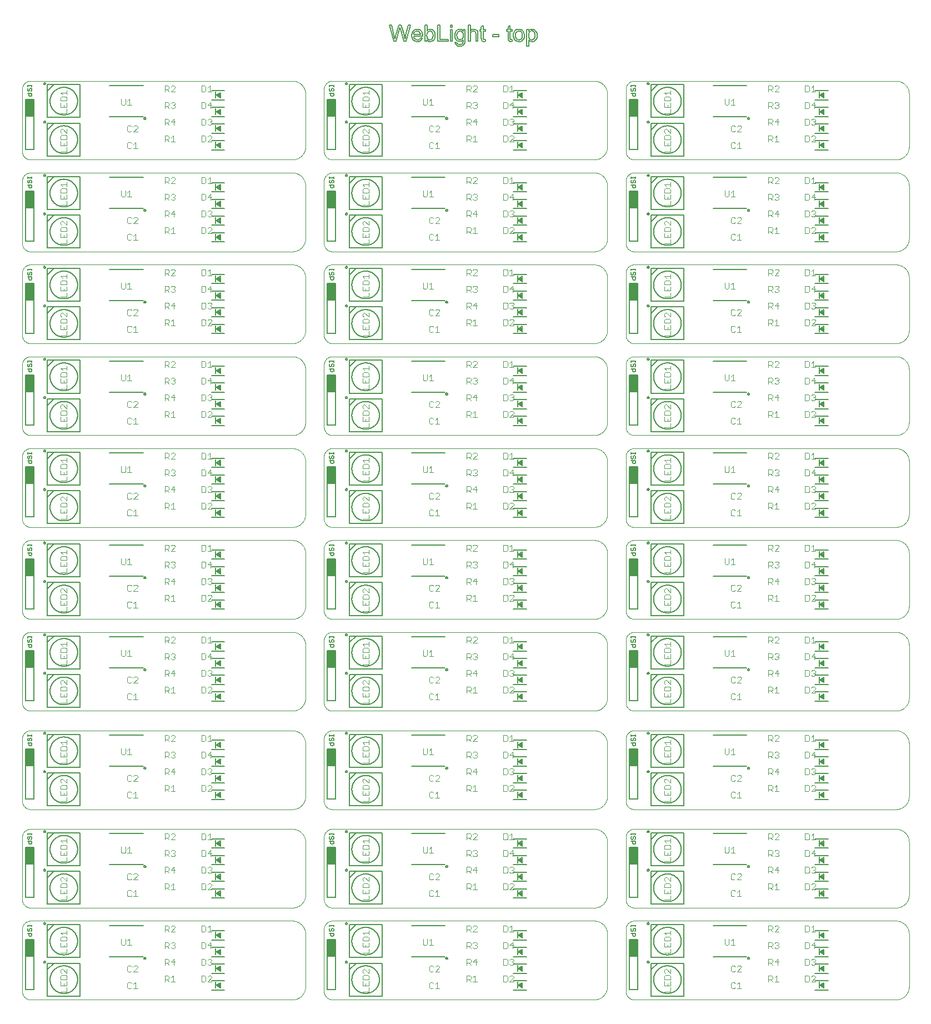
<source format=gto>
%MOIN*%
%OFA0B0*%
%FSLAX45Y45*%
%IPPOS*%
%LPD*%
%AMOC8*
5,1,8,0,0,1.08239X$1,22.5*%
%AMOC80*
5,1,8,0,0,1.08239X$1,22.5*%
%AMOC800*
5,1,8,0,0,1.08239X$1,22.5*%
%AMOC81*
5,1,8,0,0,1.08239X$1,22.5*%
%AMOC801*
5,1,8,0,0,1.08239X$1,22.5*%
%AMOC810*
5,1,8,0,0,1.08239X$1,22.5*%
%AMOC8000*
5,1,8,0,0,1.08239X$1,22.5*%
%AMOC82*
5,1,8,0,0,1.08239X$1,22.5*%
%AMOC802*
5,1,8,0,0,1.08239X$1,22.5*%
%AMOC811*
5,1,8,0,0,1.08239X$1,22.5*%
%AMOC8001*
5,1,8,0,0,1.08239X$1,22.5*%
%AMOC820*
5,1,8,0,0,1.08239X$1,22.5*%
%AMOC8010*
5,1,8,0,0,1.08239X$1,22.5*%
%AMOC80000*
5,1,8,0,0,1.08239X$1,22.5*%
%AMOC83*
5,1,8,0,0,1.08239X$1,22.5*%
%AMOC803*
5,1,8,0,0,1.08239X$1,22.5*%
%AMOC812*
5,1,8,0,0,1.08239X$1,22.5*%
%AMOC8002*
5,1,8,0,0,1.08239X$1,22.5*%
%AMOC821*
5,1,8,0,0,1.08239X$1,22.5*%
%AMOC8011*
5,1,8,0,0,1.08239X$1,22.5*%
%AMOC8100*
5,1,8,0,0,1.08239X$1,22.5*%
%AMOC80001*
5,1,8,0,0,1.08239X$1,22.5*%
%AMOC830*
5,1,8,0,0,1.08239X$1,22.5*%
%AMOC8020*
5,1,8,0,0,1.08239X$1,22.5*%
%AMOC8110*
5,1,8,0,0,1.08239X$1,22.5*%
%AMOC80010*
5,1,8,0,0,1.08239X$1,22.5*%
%AMOC8200*
5,1,8,0,0,1.08239X$1,22.5*%
%AMOC80100*
5,1,8,0,0,1.08239X$1,22.5*%
%AMOC81000*
5,1,8,0,0,1.08239X$1,22.5*%
%AMOC800000*
5,1,8,0,0,1.08239X$1,22.5*%
%ADD10C,0*%
%ADD11C,0.0030000000000000005*%
%ADD12C,0.008*%
%ADD13R,0.00787X0.03937*%
%ADD14C,0.006000000000000001*%
%ADD15C,0.005*%
%ADD26C,0*%
%ADD27C,0.0030000000000000005*%
%ADD28C,0.008*%
%ADD29R,0.00787X0.03937*%
%ADD30C,0.006000000000000001*%
%ADD31C,0.005*%
%ADD42C,0*%
%ADD43C,0.0030000000000000005*%
%ADD44C,0.008*%
%ADD45R,0.00787X0.03937*%
%ADD46C,0.006000000000000001*%
%ADD47C,0.005*%
%ADD58C,0*%
%ADD59C,0.0030000000000000005*%
%ADD60C,0.008*%
%ADD61R,0.00787X0.03937*%
%ADD62C,0.006000000000000001*%
%ADD63C,0.005*%
%ADD74C,0*%
%ADD75C,0.0030000000000000005*%
%ADD76C,0.008*%
%ADD77R,0.00787X0.03937*%
%ADD78C,0.006000000000000001*%
%ADD79C,0.005*%
%ADD90C,0*%
%ADD91C,0.0030000000000000005*%
%ADD92C,0.008*%
%ADD93R,0.00787X0.03937*%
%ADD94C,0.006000000000000001*%
%ADD95C,0.005*%
%ADD106C,0*%
%ADD107C,0.0030000000000000005*%
%ADD108C,0.008*%
%ADD109R,0.00787X0.03937*%
%ADD110C,0.006000000000000001*%
%ADD111C,0.005*%
%ADD122C,0*%
%ADD123C,0.0030000000000000005*%
%ADD124C,0.008*%
%ADD125R,0.00787X0.03937*%
%ADD126C,0.006000000000000001*%
%ADD127C,0.005*%
%ADD138C,0*%
%ADD139C,0.0030000000000000005*%
%ADD140C,0.008*%
%ADD141R,0.00787X0.03937*%
%ADD142C,0.006000000000000001*%
%ADD143C,0.005*%
%ADD154C,0*%
%ADD155C,0.0030000000000000005*%
%ADD156C,0.008*%
%ADD157R,0.00787X0.03937*%
%ADD158C,0.006000000000000001*%
%ADD159C,0.005*%
%ADD170C,0*%
%ADD171C,0.0030000000000000005*%
%ADD172C,0.008*%
%ADD173R,0.00787X0.03937*%
%ADD174C,0.006000000000000001*%
%ADD175C,0.005*%
%ADD186C,0*%
%ADD187C,0.0030000000000000005*%
%ADD188C,0.008*%
%ADD189R,0.00787X0.03937*%
%ADD190C,0.006000000000000001*%
%ADD191C,0.005*%
%ADD202C,0.0078740157480314977*%
%ADD213C,0*%
%ADD214C,0.0030000000000000005*%
%ADD215C,0.008*%
%ADD216R,0.00787X0.03937*%
%ADD217C,0.006000000000000001*%
%ADD218C,0.005*%
%ADD229C,0*%
%ADD230C,0.0030000000000000005*%
%ADD231C,0.008*%
%ADD232R,0.00787X0.03937*%
%ADD233C,0.006000000000000001*%
%ADD234C,0.005*%
%ADD245C,0*%
%ADD246C,0.0030000000000000005*%
%ADD247C,0.008*%
%ADD248R,0.00787X0.03937*%
%ADD249C,0.006000000000000001*%
%ADD250C,0.005*%
%ADD261C,0*%
%ADD262C,0.0030000000000000005*%
%ADD263C,0.008*%
%ADD264R,0.00787X0.03937*%
%ADD265C,0.006000000000000001*%
%ADD266C,0.005*%
%ADD277C,0*%
%ADD278C,0.0030000000000000005*%
%ADD279C,0.008*%
%ADD280R,0.00787X0.03937*%
%ADD281C,0.006000000000000001*%
%ADD282C,0.005*%
%ADD293C,0*%
%ADD294C,0.0030000000000000005*%
%ADD295C,0.008*%
%ADD296R,0.00787X0.03937*%
%ADD297C,0.006000000000000001*%
%ADD298C,0.005*%
%ADD309C,0*%
%ADD310C,0.0030000000000000005*%
%ADD311C,0.008*%
%ADD312R,0.00787X0.03937*%
%ADD313C,0.006000000000000001*%
%ADD314C,0.005*%
%ADD325C,0*%
%ADD326C,0.0030000000000000005*%
%ADD327C,0.008*%
%ADD328R,0.00787X0.03937*%
%ADD329C,0.006000000000000001*%
%ADD330C,0.005*%
%ADD341C,0*%
%ADD342C,0.0030000000000000005*%
%ADD343C,0.008*%
%ADD344R,0.00787X0.03937*%
%ADD345C,0.006000000000000001*%
%ADD346C,0.005*%
%ADD357C,0*%
%ADD358C,0.0030000000000000005*%
%ADD359C,0.008*%
%ADD360R,0.00787X0.03937*%
%ADD361C,0.006000000000000001*%
%ADD362C,0.005*%
%ADD373C,0*%
%ADD374C,0.0030000000000000005*%
%ADD375C,0.008*%
%ADD376R,0.00787X0.03937*%
%ADD377C,0.006000000000000001*%
%ADD378C,0.005*%
%ADD389C,0*%
%ADD390C,0.0030000000000000005*%
%ADD391C,0.008*%
%ADD392R,0.00787X0.03937*%
%ADD393C,0.006000000000000001*%
%ADD394C,0.005*%
%ADD405C,0*%
%ADD406C,0.0030000000000000005*%
%ADD407C,0.008*%
%ADD408R,0.00787X0.03937*%
%ADD409C,0.006000000000000001*%
%ADD410C,0.005*%
%ADD421C,0*%
%ADD422C,0.0030000000000000005*%
%ADD423C,0.008*%
%ADD424R,0.00787X0.03937*%
%ADD425C,0.006000000000000001*%
%ADD426C,0.005*%
%ADD437C,0*%
%ADD438C,0.0030000000000000005*%
%ADD439C,0.008*%
%ADD440R,0.00787X0.03937*%
%ADD441C,0.006000000000000001*%
%ADD442C,0.005*%
%ADD453C,0*%
%ADD454C,0.0030000000000000005*%
%ADD455C,0.008*%
%ADD456R,0.00787X0.03937*%
%ADD457C,0.006000000000000001*%
%ADD458C,0.005*%
%ADD469C,0*%
%ADD470C,0.0030000000000000005*%
%ADD471C,0.008*%
%ADD472R,0.00787X0.03937*%
%ADD473C,0.006000000000000001*%
%ADD474C,0.005*%
%ADD485C,0*%
%ADD486C,0.0030000000000000005*%
%ADD487C,0.008*%
%ADD488R,0.00787X0.03937*%
%ADD489C,0.006000000000000001*%
%ADD490C,0.005*%
%LPD*%
G75*
D10*
X000417311Y000388689D02*
X000574437Y000388689D01*
X000574627Y000388690D01*
X000574817Y000388698D01*
X000575007Y000388710D01*
X000575197Y000388726D01*
X000575386Y000388745D01*
X000575575Y000388772D01*
X000575763Y000388801D01*
X000575950Y000388836D01*
X000576136Y000388875D01*
X000576320Y000388918D01*
X000576506Y000388966D01*
X000576689Y000389018D01*
X000576870Y000389074D01*
X000577050Y000389135D01*
X000577229Y000389201D01*
X000577406Y000389270D01*
X000577582Y000389344D01*
X000577755Y000389422D01*
X000577927Y000389505D01*
X000578096Y000389591D01*
X000578264Y000389681D01*
X000578429Y000389776D01*
X000578592Y000389874D01*
X000578752Y000389977D01*
X000578910Y000390083D01*
X000579065Y000390193D01*
X000579218Y000390306D01*
X000579368Y000390424D01*
X000579514Y000390545D01*
X000579658Y000390669D01*
X000579799Y000390797D01*
X000579937Y000390928D01*
X000580072Y000391063D01*
X000580203Y000391201D01*
X000580331Y000391342D01*
X000580455Y000391486D01*
X000580576Y000391632D01*
X000580694Y000391782D01*
X000580806Y000391935D01*
X000580916Y000392090D01*
X000581023Y000392248D01*
X000581126Y000392407D01*
X000581224Y000392571D01*
X000581319Y000392736D01*
X000581409Y000392903D01*
X000581495Y000393073D01*
X000581578Y000393245D01*
X000581656Y000393418D01*
X000581730Y000393594D01*
X000581799Y000393771D01*
X000581864Y000393950D01*
X000581926Y000394130D01*
X000581981Y000394311D01*
X000582034Y000394493D01*
X000582082Y000394679D01*
X000582125Y000394864D01*
X000582164Y000395050D01*
X000582199Y000395237D01*
X000582228Y000395425D01*
X000582254Y000395613D01*
X000582274Y000395803D01*
X000582290Y000395992D01*
X000582301Y000396182D01*
X000582309Y000396373D01*
X000582311Y000396563D01*
X000582311Y000428059D01*
X000582309Y000428249D01*
X000582301Y000428439D01*
X000582290Y000428629D01*
X000582274Y000428819D01*
X000582254Y000429007D01*
X000582228Y000429197D01*
X000582199Y000429385D01*
X000582164Y000429572D01*
X000582125Y000429758D01*
X000582082Y000429943D01*
X000582034Y000430128D01*
X000581981Y000430311D01*
X000581926Y000430492D01*
X000581864Y000430672D01*
X000581799Y000430851D01*
X000581730Y000431027D01*
X000581656Y000431203D01*
X000581578Y000431377D01*
X000581495Y000431548D01*
X000581409Y000431717D01*
X000581319Y000431886D01*
X000581224Y000432050D01*
X000581126Y000432214D01*
X000581023Y000432374D01*
X000580916Y000432531D01*
X000580806Y000432687D01*
X000580694Y000432840D01*
X000580576Y000432990D01*
X000580455Y000433136D01*
X000580331Y000433280D01*
X000580203Y000433420D01*
X000580072Y000433559D01*
X000579937Y000433694D01*
X000579799Y000433825D01*
X000579658Y000433953D01*
X000579514Y000434077D01*
X000579368Y000434198D01*
X000579218Y000434316D01*
X000579065Y000434429D01*
X000578910Y000434539D01*
X000578752Y000434645D01*
X000578592Y000434748D01*
X000578429Y000434846D01*
X000578264Y000434941D01*
X000578096Y000435031D01*
X000577927Y000435117D01*
X000577755Y000435200D01*
X000577582Y000435278D01*
X000577406Y000435351D01*
X000577229Y000435421D01*
X000577050Y000435487D01*
X000576870Y000435548D01*
X000576689Y000435604D01*
X000576506Y000435656D01*
X000576320Y000435703D01*
X000576136Y000435747D01*
X000575950Y000435785D01*
X000575763Y000435820D01*
X000575575Y000435850D01*
X000575386Y000435876D01*
X000575197Y000435896D01*
X000575007Y000435912D01*
X000574817Y000435924D01*
X000574627Y000435931D01*
X000574437Y000435933D01*
X000417311Y000435933D01*
X000417171Y000435931D01*
X000417031Y000435925D01*
X000416891Y000435914D01*
X000416751Y000435902D01*
X000416612Y000435884D01*
X000416472Y000435862D01*
X000416336Y000435837D01*
X000416198Y000435808D01*
X000416062Y000435775D01*
X000415927Y000435738D01*
X000415793Y000435696D01*
X000415660Y000435652D01*
X000415528Y000435604D01*
X000415398Y000435552D01*
X000415269Y000435497D01*
X000415142Y000435438D01*
X000415015Y000435375D01*
X000414892Y000435309D01*
X000414771Y000435240D01*
X000414651Y000435167D01*
X000414533Y000435090D01*
X000414418Y000435011D01*
X000414304Y000434928D01*
X000414194Y000434842D01*
X000414085Y000434753D01*
X000413978Y000434661D01*
X000413876Y000434565D01*
X000413774Y000434469D01*
X000413678Y000434368D01*
X000413583Y000434265D01*
X000413490Y000434159D01*
X000413401Y000434049D01*
X000413316Y000433940D01*
X000413232Y000433826D01*
X000413154Y000433711D01*
X000413077Y000433593D01*
X000413004Y000433473D01*
X000412934Y000433352D01*
X000412869Y000433228D01*
X000412805Y000433101D01*
X000412747Y000432975D01*
X000412692Y000432846D01*
X000412640Y000432716D01*
X000412592Y000432584D01*
X000412547Y000432451D01*
X000412506Y000432317D01*
X000412469Y000432182D01*
X000412436Y000432046D01*
X000412406Y000431907D01*
X000412382Y000431771D01*
X000412360Y000431632D01*
X000412342Y000431493D01*
X000412329Y000431353D01*
X000412319Y000431213D01*
X000412313Y000431073D01*
X000412310Y000430933D01*
X000412310Y000393689D01*
X000412313Y000393549D01*
X000412319Y000393409D01*
X000412329Y000393269D01*
X000412342Y000393129D01*
X000412360Y000392990D01*
X000412382Y000392851D01*
X000412406Y000392714D01*
X000412436Y000392576D01*
X000412469Y000392440D01*
X000412506Y000392305D01*
X000412547Y000392170D01*
X000412592Y000392038D01*
X000412640Y000391906D01*
X000412692Y000391776D01*
X000412747Y000391647D01*
X000412805Y000391520D01*
X000412869Y000391394D01*
X000412934Y000391269D01*
X000413004Y000391149D01*
X000413077Y000391028D01*
X000413154Y000390911D01*
X000413232Y000390795D01*
X000413316Y000390682D01*
X000413401Y000390572D01*
X000413490Y000390463D01*
X000413583Y000390357D01*
X000413678Y000390254D01*
X000413774Y000390153D01*
X000413876Y000390056D01*
X000413978Y000389961D01*
X000414085Y000389869D01*
X000414194Y000389780D01*
X000414304Y000389693D01*
X000414418Y000389611D01*
X000414533Y000389532D01*
X000414651Y000389455D01*
X000414771Y000389382D01*
X000414892Y000389313D01*
X000415015Y000389247D01*
X000415142Y000389184D01*
X000415269Y000389124D01*
X000415398Y000389070D01*
X000415528Y000389018D01*
X000415660Y000388970D01*
X000415793Y000388924D01*
X000415927Y000388884D01*
X000416062Y000388847D01*
X000416198Y000388814D01*
X000416336Y000388785D01*
X000416472Y000388760D01*
X000416612Y000388738D01*
X000416751Y000388720D01*
X000416891Y000388707D01*
X000417031Y000388697D01*
X000417171Y000388690D01*
X000417311Y000388689D01*
D11*
X000435458Y000393495D02*
X000439161Y000393495D01*
X000439161Y000395963D01*
X000439161Y000397178D02*
X000435458Y000397178D01*
X000435458Y000399647D01*
X000435458Y000400861D02*
X000435458Y000402712D01*
X000436075Y000403329D01*
X000438544Y000403329D01*
X000439161Y000402712D01*
X000439161Y000400861D01*
X000435458Y000400861D01*
X000439161Y000399647D02*
X000439161Y000397178D01*
X000437309Y000397178D02*
X000437309Y000398412D01*
X000436075Y000404544D02*
X000435458Y000405161D01*
X000435458Y000406396D01*
X000436075Y000407013D01*
X000436692Y000407013D01*
X000439161Y000404544D01*
X000439161Y000407013D01*
X000439161Y000416594D02*
X000435458Y000416594D01*
X000439161Y000416594D02*
X000439161Y000419062D01*
X000439161Y000420278D02*
X000435458Y000420278D01*
X000435458Y000422747D01*
X000435458Y000423961D02*
X000435458Y000425813D01*
X000436075Y000426430D01*
X000438544Y000426430D01*
X000439161Y000425813D01*
X000439161Y000423961D01*
X000435458Y000423961D01*
X000439161Y000422747D02*
X000439161Y000420278D01*
X000437309Y000420278D02*
X000437309Y000421512D01*
X000436692Y000427644D02*
X000435458Y000428878D01*
X000439161Y000428878D01*
X000439161Y000430112D02*
X000439161Y000427644D01*
X000471778Y000425164D02*
X000471778Y000422078D01*
X000472395Y000421461D01*
X000473629Y000421461D01*
X000474247Y000422078D01*
X000474247Y000425164D01*
X000475460Y000423930D02*
X000476694Y000425164D01*
X000476694Y000421461D01*
X000475460Y000421461D02*
X000477930Y000421461D01*
X000497961Y000420695D02*
X000499813Y000420695D01*
X000500430Y000421312D01*
X000500430Y000422546D01*
X000499813Y000423163D01*
X000497961Y000423163D01*
X000497961Y000419461D01*
X000499195Y000420695D02*
X000500430Y000419461D01*
X000501644Y000420078D02*
X000502261Y000419461D01*
X000503496Y000419461D01*
X000504113Y000420078D01*
X000504113Y000420695D01*
X000503496Y000421312D01*
X000502879Y000421312D01*
X000503496Y000421312D02*
X000504113Y000421929D01*
X000504113Y000422546D01*
X000503496Y000423163D01*
X000502261Y000423163D01*
X000501644Y000422546D01*
X000519961Y000423163D02*
X000519961Y000419461D01*
X000521813Y000419461D01*
X000522430Y000420078D01*
X000522430Y000422546D01*
X000521813Y000423163D01*
X000519961Y000423163D01*
X000523644Y000421312D02*
X000526113Y000421312D01*
X000525496Y000423163D02*
X000523644Y000421312D01*
X000525496Y000423163D02*
X000525496Y000419461D01*
X000525496Y000413164D02*
X000526113Y000412547D01*
X000526113Y000411930D01*
X000525496Y000411313D01*
X000526113Y000410695D01*
X000526113Y000410078D01*
X000525496Y000409461D01*
X000524261Y000409461D01*
X000523644Y000410078D01*
X000522430Y000410078D02*
X000522430Y000412547D01*
X000521813Y000413164D01*
X000519961Y000413164D01*
X000519961Y000409461D01*
X000521813Y000409461D01*
X000522430Y000410078D01*
X000524878Y000411313D02*
X000525496Y000411313D01*
X000523644Y000412547D02*
X000524261Y000413164D01*
X000525496Y000413164D01*
X000504113Y000411313D02*
X000501644Y000411313D01*
X000503496Y000413164D01*
X000503496Y000409461D01*
X000500430Y000409461D02*
X000499195Y000410695D01*
X000499813Y000410695D02*
X000497961Y000410695D01*
X000499813Y000410695D02*
X000500430Y000411313D01*
X000500430Y000412547D01*
X000499813Y000413164D01*
X000497961Y000413164D01*
X000497961Y000409461D01*
X000481613Y000408547D02*
X000481613Y000407930D01*
X000479143Y000405461D01*
X000481613Y000405461D01*
X000477930Y000406078D02*
X000477313Y000405461D01*
X000476077Y000405461D01*
X000475460Y000406078D01*
X000475460Y000408547D01*
X000476077Y000409164D01*
X000477313Y000409164D01*
X000477930Y000408547D01*
X000479143Y000408547D02*
X000479760Y000409164D01*
X000480996Y000409164D01*
X000481613Y000408547D01*
X000497961Y000403164D02*
X000499813Y000403164D01*
X000500430Y000402547D01*
X000500430Y000401313D01*
X000499813Y000400695D01*
X000497961Y000400695D01*
X000499195Y000400695D02*
X000500430Y000399461D01*
X000501644Y000399461D02*
X000504113Y000399461D01*
X000502879Y000399461D02*
X000502879Y000403164D01*
X000501644Y000401930D01*
X000497961Y000403164D02*
X000497961Y000399461D01*
X000481613Y000395461D02*
X000479143Y000395461D01*
X000480379Y000395461D02*
X000480379Y000399164D01*
X000479143Y000397930D01*
X000477930Y000398547D02*
X000477313Y000399164D01*
X000476077Y000399164D01*
X000475460Y000398547D01*
X000475460Y000396078D01*
X000476077Y000395461D01*
X000477313Y000395461D01*
X000477930Y000396078D01*
X000519961Y000399461D02*
X000521813Y000399461D01*
X000522430Y000400078D01*
X000522430Y000402547D01*
X000521813Y000403164D01*
X000519961Y000403164D01*
X000519961Y000399461D01*
X000523644Y000399461D02*
X000526113Y000401930D01*
X000526113Y000402547D01*
X000525496Y000403164D01*
X000524261Y000403164D01*
X000523644Y000402547D01*
X000523644Y000399461D02*
X000526113Y000399461D01*
X000526113Y000429460D02*
X000523644Y000429460D01*
X000524878Y000429460D02*
X000524878Y000433164D01*
X000523644Y000431930D01*
X000522430Y000432547D02*
X000521813Y000433164D01*
X000519961Y000433164D01*
X000519961Y000429460D01*
X000521813Y000429460D01*
X000522430Y000430077D01*
X000522430Y000432547D01*
X000504113Y000432547D02*
X000504113Y000431930D01*
X000501644Y000429460D01*
X000504113Y000429460D01*
X000500430Y000429460D02*
X000499195Y000430694D01*
X000499813Y000430694D02*
X000497961Y000430694D01*
X000499813Y000430694D02*
X000500430Y000431313D01*
X000500430Y000432547D01*
X000499813Y000433164D01*
X000497961Y000433164D01*
X000497961Y000429460D01*
X000501644Y000432547D02*
X000502261Y000433164D01*
X000503496Y000433164D01*
X000504113Y000432547D01*
D12*
X000525874Y000430067D02*
X000533748Y000430067D01*
X000531189Y000428885D02*
X000531189Y000425736D01*
X000528827Y000427311D01*
X000531189Y000428885D01*
X000530598Y000428097D02*
X000530598Y000426524D01*
X000529417Y000427311D01*
X000530598Y000428097D01*
X000530598Y000427816D02*
X000530175Y000427816D01*
X000529857Y000427018D02*
X000530598Y000427018D01*
X000533748Y000424555D02*
X000525874Y000424555D01*
X000525874Y000420066D02*
X000533748Y000420066D01*
X000531189Y000418886D02*
X000531189Y000415736D01*
X000528827Y000417311D01*
X000531189Y000418886D01*
X000530598Y000418098D02*
X000530598Y000416524D01*
X000529417Y000417311D01*
X000530598Y000418098D01*
X000530598Y000417434D02*
X000529604Y000417434D01*
X000530428Y000416636D02*
X000530598Y000416636D01*
X000533748Y000414555D02*
X000525874Y000414555D01*
X000525874Y000410067D02*
X000533748Y000410067D01*
X000531189Y000408886D02*
X000531189Y000405736D01*
X000528827Y000407311D01*
X000531189Y000408886D01*
X000530598Y000408098D02*
X000530598Y000406524D01*
X000529417Y000407311D01*
X000530598Y000408098D01*
X000530598Y000407853D02*
X000530231Y000407853D01*
X000530598Y000407055D02*
X000529802Y000407055D01*
X000525874Y000404555D02*
X000533748Y000404555D01*
X000533748Y000400067D02*
X000525874Y000400067D01*
X000528827Y000397311D02*
X000531189Y000398886D01*
X000531189Y000395736D01*
X000528827Y000397311D01*
X000529417Y000397311D02*
X000530598Y000396524D01*
X000530598Y000398098D01*
X000529417Y000397311D01*
X000529660Y000397473D02*
X000530598Y000397473D01*
X000530598Y000396674D02*
X000530373Y000396674D01*
X000533748Y000394555D02*
X000525874Y000394555D01*
D13*
X000528433Y000397311D03*
X000528433Y000407311D03*
X000528433Y000417311D03*
X000528433Y000427311D03*
D14*
X000484909Y000433110D02*
X000464813Y000433110D01*
X000418112Y000433005D02*
X000415510Y000433005D01*
X000415510Y000433439D02*
X000415510Y000432571D01*
X000418112Y000432571D02*
X000418112Y000433439D01*
X000417680Y000431475D02*
X000417246Y000431475D01*
X000416812Y000431041D01*
X000416812Y000430173D01*
X000416378Y000429741D01*
X000415944Y000429741D01*
X000415510Y000430173D01*
X000415510Y000431041D01*
X000415944Y000431475D01*
X000417680Y000431475D02*
X000418112Y000431041D01*
X000418112Y000430173D01*
X000417680Y000429741D01*
X000418112Y000428529D02*
X000415510Y000428529D01*
X000416378Y000428529D02*
X000416378Y000427228D01*
X000416812Y000426794D01*
X000417680Y000426794D01*
X000418112Y000427228D01*
X000418112Y000428529D01*
X000464813Y000414512D02*
X000484909Y000414512D01*
D15*
X000485376Y000413461D02*
X000485378Y000413508D01*
X000485384Y000413555D01*
X000485393Y000413602D01*
X000485407Y000413647D01*
X000485425Y000413691D01*
X000485446Y000413733D01*
X000485470Y000413774D01*
X000485498Y000413812D01*
X000485529Y000413848D01*
X000485562Y000413881D01*
X000485599Y000413910D01*
X000485637Y000413938D01*
X000485679Y000413962D01*
X000485722Y000413982D01*
X000485766Y000413998D01*
X000485812Y000414011D01*
X000485858Y000414020D01*
X000485906Y000414025D01*
X000485953Y000414025D01*
X000486000Y000414023D01*
X000486047Y000414016D01*
X000486093Y000414004D01*
X000486137Y000413991D01*
X000486182Y000413971D01*
X000486223Y000413950D01*
X000486263Y000413924D01*
X000486301Y000413896D01*
X000486336Y000413865D01*
X000486369Y000413830D01*
X000486398Y000413793D01*
X000486423Y000413754D01*
X000486447Y000413712D01*
X000486466Y000413669D01*
X000486482Y000413624D01*
X000486494Y000413577D01*
X000486502Y000413532D01*
X000486506Y000413485D01*
X000486506Y000413436D01*
X000486502Y000413389D01*
X000486494Y000413344D01*
X000486482Y000413298D01*
X000486466Y000413253D01*
X000486447Y000413210D01*
X000486423Y000413168D01*
X000486398Y000413129D01*
X000486369Y000413091D01*
X000486336Y000413056D01*
X000486301Y000413026D01*
X000486263Y000412997D01*
X000486224Y000412972D01*
X000486182Y000412950D01*
X000486137Y000412931D01*
X000486093Y000412917D01*
X000486047Y000412906D01*
X000486000Y000412899D01*
X000485953Y000412896D01*
X000485906Y000412897D01*
X000485858Y000412901D01*
X000485812Y000412911D01*
X000485766Y000412924D01*
X000485722Y000412940D01*
X000485679Y000412960D01*
X000485637Y000412984D01*
X000485599Y000413011D01*
X000485562Y000413041D01*
X000485529Y000413074D01*
X000485498Y000413110D01*
X000485470Y000413148D01*
X000485446Y000413189D01*
X000485425Y000413231D01*
X000485407Y000413274D01*
X000485393Y000413320D01*
X000485384Y000413367D01*
X000485378Y000413414D01*
X000485376Y000413461D01*
X000447154Y000413968D02*
X000447154Y000433654D01*
X000431405Y000433654D01*
X000427468Y000429717D01*
X000427468Y000433654D01*
X000431405Y000433654D01*
X000425203Y000434394D02*
X000425204Y000434441D01*
X000425211Y000434487D01*
X000425220Y000434532D01*
X000425234Y000434577D01*
X000425251Y000434621D01*
X000425272Y000434661D01*
X000425296Y000434701D01*
X000425323Y000434740D01*
X000425354Y000434774D01*
X000425387Y000434808D01*
X000425423Y000434837D01*
X000425462Y000434863D01*
X000425502Y000434888D01*
X000425544Y000434907D01*
X000425588Y000434924D01*
X000425633Y000434936D01*
X000425678Y000434945D01*
X000425725Y000434950D01*
X000425772Y000434951D01*
X000425818Y000434948D01*
X000425864Y000434941D01*
X000425910Y000434930D01*
X000425954Y000434916D01*
X000425997Y000434898D01*
X000426037Y000434876D01*
X000426077Y000434851D01*
X000426115Y000434823D01*
X000426150Y000434792D01*
X000426182Y000434758D01*
X000426211Y000434720D01*
X000426236Y000434683D01*
X000426259Y000434642D01*
X000426278Y000434598D01*
X000426293Y000434555D01*
X000426305Y000434510D01*
X000426313Y000434464D01*
X000426316Y000434417D01*
X000426316Y000434371D01*
X000426313Y000434324D01*
X000426305Y000434278D01*
X000426293Y000434232D01*
X000426278Y000434189D01*
X000426259Y000434145D01*
X000426236Y000434105D01*
X000426211Y000434067D01*
X000426182Y000434030D01*
X000426150Y000433995D01*
X000426115Y000433965D01*
X000426077Y000433937D01*
X000426039Y000433912D01*
X000425997Y000433890D01*
X000425954Y000433872D01*
X000425910Y000433858D01*
X000425864Y000433847D01*
X000425818Y000433840D01*
X000425772Y000433837D01*
X000425725Y000433838D01*
X000425678Y000433843D01*
X000425633Y000433852D01*
X000425588Y000433864D01*
X000425544Y000433880D01*
X000425502Y000433900D01*
X000425462Y000433924D01*
X000425423Y000433950D01*
X000425387Y000433980D01*
X000425354Y000434013D01*
X000425323Y000434048D01*
X000425296Y000434086D01*
X000425272Y000434126D01*
X000425251Y000434166D01*
X000425234Y000434211D01*
X000425220Y000434255D01*
X000425211Y000434300D01*
X000425204Y000434347D01*
X000425203Y000434394D01*
X000427468Y000429717D02*
X000427468Y000413968D01*
X000447154Y000413968D01*
X000447154Y000410554D02*
X000447154Y000390868D01*
X000427468Y000390868D01*
X000427468Y000406616D01*
X000431405Y000410554D01*
X000447154Y000410554D01*
X000431405Y000410554D02*
X000427468Y000410554D01*
X000427468Y000406616D01*
X000425203Y000411294D02*
X000425204Y000411341D01*
X000425211Y000411387D01*
X000425220Y000411433D01*
X000425234Y000411477D01*
X000425251Y000411521D01*
X000425272Y000411562D01*
X000425296Y000411602D01*
X000425323Y000411639D01*
X000425354Y000411674D01*
X000425387Y000411707D01*
X000425423Y000411738D01*
X000425462Y000411764D01*
X000425502Y000411788D01*
X000425544Y000411807D01*
X000425588Y000411824D01*
X000425633Y000411836D01*
X000425678Y000411845D01*
X000425725Y000411850D01*
X000425772Y000411850D01*
X000425818Y000411848D01*
X000425864Y000411841D01*
X000425910Y000411829D01*
X000425954Y000411815D01*
X000425997Y000411798D01*
X000426037Y000411775D01*
X000426077Y000411751D01*
X000426115Y000411723D01*
X000426150Y000411692D01*
X000426182Y000411658D01*
X000426211Y000411620D01*
X000426236Y000411583D01*
X000426259Y000411542D01*
X000426278Y000411498D01*
X000426293Y000411455D01*
X000426305Y000411409D01*
X000426313Y000411364D01*
X000426316Y000411317D01*
X000426316Y000411271D01*
X000426313Y000411224D01*
X000426305Y000411178D01*
X000426293Y000411132D01*
X000426278Y000411089D01*
X000426259Y000411046D01*
X000426236Y000411005D01*
X000426211Y000410967D01*
X000426182Y000410930D01*
X000426150Y000410896D01*
X000426115Y000410865D01*
X000426077Y000410837D01*
X000426039Y000410812D01*
X000425997Y000410790D01*
X000425954Y000410771D01*
X000425910Y000410757D01*
X000425864Y000410747D01*
X000425818Y000410740D01*
X000425772Y000410737D01*
X000425725Y000410738D01*
X000425678Y000410743D01*
X000425633Y000410752D01*
X000425588Y000410764D01*
X000425544Y000410781D01*
X000425502Y000410799D01*
X000425462Y000410824D01*
X000425423Y000410850D01*
X000425387Y000410879D01*
X000425354Y000410913D01*
X000425323Y000410947D01*
X000425296Y000410986D01*
X000425272Y000411026D01*
X000425251Y000411067D01*
X000425234Y000411111D01*
X000425220Y000411155D01*
X000425211Y000411201D01*
X000425204Y000411247D01*
X000425203Y000411294D01*
X000419311Y000414811D02*
X000414311Y000414811D01*
X000414311Y000424810D01*
X000419311Y000424810D01*
X000419311Y000414811D01*
X000419311Y000415109D02*
X000414311Y000415109D01*
X000414311Y000415609D02*
X000419311Y000415609D01*
X000419311Y000416106D02*
X000414311Y000416106D01*
X000414311Y000416606D02*
X000419311Y000416606D01*
X000419311Y000417103D02*
X000414311Y000417103D01*
X000414311Y000417603D02*
X000419311Y000417603D01*
X000419311Y000418100D02*
X000414311Y000418100D01*
X000414311Y000418600D02*
X000419311Y000418600D01*
X000419311Y000419097D02*
X000414311Y000419097D01*
X000414311Y000419597D02*
X000419311Y000419597D01*
X000419311Y000420095D02*
X000414311Y000420095D01*
X000414311Y000420594D02*
X000419311Y000420594D01*
X000419311Y000421092D02*
X000414311Y000421092D01*
X000414311Y000421591D02*
X000419311Y000421591D01*
X000419311Y000422089D02*
X000414311Y000422089D01*
X000414311Y000422588D02*
X000419311Y000422588D01*
X000419311Y000423086D02*
X000414311Y000423086D01*
X000414311Y000423585D02*
X000419311Y000423585D01*
X000419311Y000424083D02*
X000414311Y000424083D01*
X000414311Y000424582D02*
X000419311Y000424582D01*
X000419311Y000424810D02*
X000419311Y000394810D01*
X000414311Y000394810D01*
X000414311Y000424810D01*
X000419311Y000424810D01*
X000429043Y000423811D02*
X000429045Y000424014D01*
X000429053Y000424217D01*
X000429065Y000424418D01*
X000429082Y000424620D01*
X000429105Y000424823D01*
X000429132Y000425024D01*
X000429165Y000425225D01*
X000429202Y000425424D01*
X000429244Y000425623D01*
X000429291Y000425820D01*
X000429342Y000426016D01*
X000429399Y000426211D01*
X000429460Y000426405D01*
X000429526Y000426596D01*
X000429596Y000426787D01*
X000429671Y000426975D01*
X000429751Y000427162D01*
X000429837Y000427346D01*
X000429926Y000427528D01*
X000430019Y000427709D01*
X000430117Y000427886D01*
X000430219Y000428062D01*
X000430326Y000428233D01*
X000430436Y000428404D01*
X000430551Y000428572D01*
X000430670Y000428735D01*
X000430793Y000428897D01*
X000430919Y000429056D01*
X000431050Y000429211D01*
X000431185Y000429363D01*
X000431323Y000429512D01*
X000431465Y000429657D01*
X000431609Y000429799D01*
X000431759Y000429936D01*
X000431911Y000430072D01*
X000432066Y000430202D01*
X000432224Y000430328D01*
X000432386Y000430452D01*
X000432550Y000430571D01*
X000432718Y000430686D01*
X000432888Y000430795D01*
X000433059Y000430903D01*
X000433236Y000431005D01*
X000433413Y000431102D01*
X000433594Y000431196D01*
X000433776Y000431285D01*
X000433960Y000431370D01*
X000434147Y000431450D01*
X000434335Y000431525D01*
X000434525Y000431595D01*
X000434717Y000431662D01*
X000434910Y000431723D01*
X000435106Y000431780D01*
X000435302Y000431831D01*
X000435499Y000431878D01*
X000435698Y000431920D01*
X000435897Y000431956D01*
X000436097Y000431989D01*
X000436299Y000432017D01*
X000436501Y000432039D01*
X000436703Y000432057D01*
X000436904Y000432069D01*
X000437108Y000432077D01*
X000437310Y000432078D01*
X000437514Y000432077D01*
X000437716Y000432069D01*
X000437919Y000432057D01*
X000438121Y000432039D01*
X000438323Y000432017D01*
X000438523Y000431989D01*
X000438725Y000431956D01*
X000438924Y000431920D01*
X000439123Y000431878D01*
X000439320Y000431831D01*
X000439516Y000431780D01*
X000439710Y000431723D01*
X000439905Y000431662D01*
X000440096Y000431595D01*
X000440287Y000431525D01*
X000440475Y000431450D01*
X000440662Y000431370D01*
X000440846Y000431285D01*
X000441028Y000431196D01*
X000441209Y000431102D01*
X000441385Y000431005D01*
X000441561Y000430903D01*
X000441734Y000430795D01*
X000441904Y000430686D01*
X000442072Y000430571D01*
X000442236Y000430452D01*
X000442398Y000430328D01*
X000442556Y000430202D01*
X000442711Y000430072D01*
X000442863Y000429936D01*
X000443011Y000429799D01*
X000443157Y000429657D01*
X000443299Y000429512D01*
X000443437Y000429363D01*
X000443572Y000429211D01*
X000443702Y000429056D01*
X000443829Y000428897D01*
X000443952Y000428735D01*
X000444071Y000428572D01*
X000444186Y000428404D01*
X000444296Y000428233D01*
X000444402Y000428062D01*
X000444505Y000427886D01*
X000444603Y000427709D01*
X000444696Y000427528D01*
X000444785Y000427346D01*
X000444869Y000427162D01*
X000444949Y000426975D01*
X000445024Y000426787D01*
X000445096Y000426596D01*
X000445162Y000426405D01*
X000445223Y000426211D01*
X000445280Y000426016D01*
X000445331Y000425820D01*
X000445378Y000425623D01*
X000445420Y000425424D01*
X000445457Y000425225D01*
X000445490Y000425024D01*
X000445517Y000424823D01*
X000445539Y000424620D01*
X000445557Y000424418D01*
X000445568Y000424217D01*
X000445577Y000424014D01*
X000445579Y000423811D01*
X000445577Y000423608D01*
X000445568Y000423405D01*
X000445557Y000423203D01*
X000445539Y000423001D01*
X000445517Y000422799D01*
X000445490Y000422598D01*
X000445457Y000422396D01*
X000445420Y000422198D01*
X000445378Y000421999D01*
X000445331Y000421802D01*
X000445280Y000421605D01*
X000445223Y000421411D01*
X000445162Y000421217D01*
X000445096Y000421026D01*
X000445024Y000420835D01*
X000444949Y000420647D01*
X000444869Y000420460D01*
X000444785Y000420275D01*
X000444696Y000420094D01*
X000444603Y000419913D01*
X000444505Y000419736D01*
X000444402Y000419560D01*
X000444296Y000419388D01*
X000444186Y000419217D01*
X000444071Y000419050D01*
X000443952Y000418886D01*
X000443829Y000418724D01*
X000443702Y000418566D01*
X000443572Y000418411D01*
X000443437Y000418259D01*
X000443299Y000418110D01*
X000443157Y000417964D01*
X000443011Y000417823D01*
X000442863Y000417685D01*
X000442711Y000417550D01*
X000442556Y000417420D01*
X000442398Y000417293D01*
X000442236Y000417170D01*
X000442072Y000417051D01*
X000441904Y000416936D01*
X000441734Y000416826D01*
X000441561Y000416719D01*
X000441385Y000416617D01*
X000441209Y000416519D01*
X000441028Y000416425D01*
X000440846Y000416336D01*
X000440662Y000416252D01*
X000440475Y000416172D01*
X000440287Y000416097D01*
X000440096Y000416026D01*
X000439905Y000415960D01*
X000439710Y000415899D01*
X000439516Y000415841D01*
X000439320Y000415791D01*
X000439123Y000415744D01*
X000438924Y000415702D01*
X000438725Y000415665D01*
X000438523Y000415632D01*
X000438323Y000415604D01*
X000438121Y000415583D01*
X000437919Y000415564D01*
X000437716Y000415553D01*
X000437514Y000415545D01*
X000437310Y000415543D01*
X000437108Y000415545D01*
X000436904Y000415553D01*
X000436703Y000415564D01*
X000436501Y000415583D01*
X000436299Y000415604D01*
X000436097Y000415632D01*
X000435897Y000415665D01*
X000435698Y000415702D01*
X000435499Y000415744D01*
X000435302Y000415791D01*
X000435106Y000415841D01*
X000434910Y000415899D01*
X000434717Y000415960D01*
X000434525Y000416026D01*
X000434335Y000416097D01*
X000434147Y000416172D01*
X000433960Y000416252D01*
X000433776Y000416336D01*
X000433594Y000416425D01*
X000433413Y000416519D01*
X000433236Y000416617D01*
X000433059Y000416719D01*
X000432888Y000416826D01*
X000432718Y000416936D01*
X000432550Y000417051D01*
X000432386Y000417170D01*
X000432224Y000417293D01*
X000432066Y000417420D01*
X000431911Y000417550D01*
X000431759Y000417685D01*
X000431609Y000417823D01*
X000431465Y000417964D01*
X000431323Y000418110D01*
X000431185Y000418259D01*
X000431050Y000418411D01*
X000430919Y000418566D01*
X000430793Y000418724D01*
X000430670Y000418886D01*
X000430551Y000419050D01*
X000430436Y000419217D01*
X000430326Y000419388D01*
X000430219Y000419560D01*
X000430117Y000419736D01*
X000430019Y000419913D01*
X000429926Y000420094D01*
X000429837Y000420275D01*
X000429751Y000420460D01*
X000429671Y000420647D01*
X000429596Y000420835D01*
X000429526Y000421026D01*
X000429460Y000421217D01*
X000429399Y000421411D01*
X000429342Y000421605D01*
X000429291Y000421802D01*
X000429244Y000421999D01*
X000429202Y000422198D01*
X000429165Y000422396D01*
X000429132Y000422598D01*
X000429105Y000422799D01*
X000429082Y000423001D01*
X000429065Y000423203D01*
X000429053Y000423405D01*
X000429045Y000423608D01*
X000429043Y000423811D01*
X000429043Y000400711D02*
X000429045Y000400914D01*
X000429053Y000401117D01*
X000429065Y000401319D01*
X000429082Y000401521D01*
X000429105Y000401722D01*
X000429132Y000401924D01*
X000429165Y000402125D01*
X000429202Y000402324D01*
X000429244Y000402522D01*
X000429291Y000402719D01*
X000429342Y000402916D01*
X000429399Y000403111D01*
X000429460Y000403305D01*
X000429526Y000403496D01*
X000429596Y000403687D01*
X000429671Y000403875D01*
X000429751Y000404061D01*
X000429837Y000404246D01*
X000429926Y000404427D01*
X000430019Y000404609D01*
X000430117Y000404786D01*
X000430219Y000404962D01*
X000430326Y000405134D01*
X000430436Y000405304D01*
X000430551Y000405471D01*
X000430670Y000405636D01*
X000430793Y000405797D01*
X000430919Y000405956D01*
X000431050Y000406111D01*
X000431185Y000406263D01*
X000431323Y000406412D01*
X000431465Y000406557D01*
X000431609Y000406698D01*
X000431759Y000406837D01*
X000431911Y000406972D01*
X000432066Y000407102D01*
X000432224Y000407229D01*
X000432386Y000407352D01*
X000432550Y000407470D01*
X000432718Y000407585D01*
X000432888Y000407695D01*
X000433059Y000407803D01*
X000433236Y000407904D01*
X000433413Y000408003D01*
X000433594Y000408096D01*
X000433776Y000408185D01*
X000433960Y000408270D01*
X000434147Y000408350D01*
X000434335Y000408425D01*
X000434525Y000408495D01*
X000434717Y000408561D01*
X000434910Y000408622D01*
X000435106Y000408680D01*
X000435302Y000408731D01*
X000435499Y000408778D01*
X000435698Y000408819D01*
X000435897Y000408857D01*
X000436097Y000408890D01*
X000436299Y000408917D01*
X000436501Y000408939D01*
X000436703Y000408957D01*
X000436904Y000408969D01*
X000437108Y000408976D01*
X000437310Y000408979D01*
X000437514Y000408976D01*
X000437716Y000408969D01*
X000437919Y000408957D01*
X000438121Y000408939D01*
X000438323Y000408917D01*
X000438523Y000408890D01*
X000438725Y000408857D01*
X000438924Y000408819D01*
X000439123Y000408778D01*
X000439320Y000408731D01*
X000439516Y000408680D01*
X000439710Y000408622D01*
X000439905Y000408561D01*
X000440096Y000408495D01*
X000440287Y000408425D01*
X000440475Y000408350D01*
X000440662Y000408270D01*
X000440846Y000408185D01*
X000441028Y000408096D01*
X000441209Y000408003D01*
X000441385Y000407904D01*
X000441561Y000407803D01*
X000441734Y000407695D01*
X000441904Y000407585D01*
X000442072Y000407470D01*
X000442236Y000407352D01*
X000442398Y000407229D01*
X000442556Y000407102D01*
X000442711Y000406972D01*
X000442863Y000406837D01*
X000443011Y000406698D01*
X000443157Y000406557D01*
X000443299Y000406412D01*
X000443437Y000406263D01*
X000443572Y000406111D01*
X000443702Y000405956D01*
X000443829Y000405797D01*
X000443952Y000405636D01*
X000444071Y000405471D01*
X000444186Y000405304D01*
X000444296Y000405134D01*
X000444402Y000404962D01*
X000444505Y000404786D01*
X000444603Y000404609D01*
X000444696Y000404427D01*
X000444785Y000404246D01*
X000444869Y000404061D01*
X000444949Y000403875D01*
X000445024Y000403687D01*
X000445096Y000403496D01*
X000445162Y000403305D01*
X000445223Y000403111D01*
X000445280Y000402916D01*
X000445331Y000402719D01*
X000445378Y000402522D01*
X000445420Y000402324D01*
X000445457Y000402125D01*
X000445490Y000401924D01*
X000445517Y000401722D01*
X000445539Y000401521D01*
X000445557Y000401319D01*
X000445568Y000401117D01*
X000445577Y000400914D01*
X000445579Y000400711D01*
X000445577Y000400508D01*
X000445568Y000400305D01*
X000445557Y000400103D01*
X000445539Y000399901D01*
X000445517Y000399699D01*
X000445490Y000399498D01*
X000445457Y000399297D01*
X000445420Y000399098D01*
X000445378Y000398899D01*
X000445331Y000398702D01*
X000445280Y000398505D01*
X000445223Y000398311D01*
X000445162Y000398117D01*
X000445096Y000397926D01*
X000445024Y000397735D01*
X000444949Y000397546D01*
X000444869Y000397360D01*
X000444785Y000397176D01*
X000444696Y000396994D01*
X000444603Y000396813D01*
X000444505Y000396636D01*
X000444402Y000396459D01*
X000444296Y000396288D01*
X000444186Y000396118D01*
X000444071Y000395950D01*
X000443952Y000395786D01*
X000443829Y000395624D01*
X000443702Y000395466D01*
X000443572Y000395311D01*
X000443437Y000395159D01*
X000443299Y000395010D01*
X000443157Y000394865D01*
X000443011Y000394723D01*
X000442863Y000394585D01*
X000442711Y000394450D01*
X000442556Y000394320D01*
X000442398Y000394193D01*
X000442236Y000394070D01*
X000442072Y000393951D01*
X000441904Y000393836D01*
X000441734Y000393726D01*
X000441561Y000393619D01*
X000441385Y000393517D01*
X000441209Y000393419D01*
X000441028Y000393326D01*
X000440846Y000393237D01*
X000440662Y000393151D01*
X000440475Y000393072D01*
X000440287Y000392997D01*
X000440096Y000392926D01*
X000439905Y000392859D01*
X000439710Y000392799D01*
X000439516Y000392742D01*
X000439320Y000392691D01*
X000439123Y000392644D01*
X000438924Y000392602D01*
X000438725Y000392564D01*
X000438523Y000392532D01*
X000438323Y000392505D01*
X000438121Y000392483D01*
X000437919Y000392465D01*
X000437716Y000392453D01*
X000437514Y000392445D01*
X000437310Y000392443D01*
X000437108Y000392445D01*
X000436904Y000392453D01*
X000436703Y000392465D01*
X000436501Y000392483D01*
X000436299Y000392505D01*
X000436097Y000392532D01*
X000435897Y000392564D01*
X000435698Y000392602D01*
X000435499Y000392644D01*
X000435302Y000392691D01*
X000435106Y000392742D01*
X000434910Y000392799D01*
X000434717Y000392859D01*
X000434525Y000392926D01*
X000434335Y000392997D01*
X000434147Y000393072D01*
X000433960Y000393151D01*
X000433776Y000393237D01*
X000433594Y000393326D01*
X000433413Y000393419D01*
X000433236Y000393517D01*
X000433059Y000393619D01*
X000432888Y000393726D01*
X000432718Y000393836D01*
X000432550Y000393951D01*
X000432386Y000394070D01*
X000432224Y000394193D01*
X000432066Y000394320D01*
X000431911Y000394450D01*
X000431759Y000394585D01*
X000431609Y000394723D01*
X000431465Y000394865D01*
X000431323Y000395010D01*
X000431185Y000395159D01*
X000431050Y000395311D01*
X000430919Y000395466D01*
X000430793Y000395624D01*
X000430670Y000395786D01*
X000430551Y000395950D01*
X000430436Y000396118D01*
X000430326Y000396288D01*
X000430219Y000396459D01*
X000430117Y000396636D01*
X000430019Y000396813D01*
X000429926Y000396994D01*
X000429837Y000397176D01*
X000429751Y000397360D01*
X000429671Y000397546D01*
X000429596Y000397735D01*
X000429526Y000397926D01*
X000429460Y000398117D01*
X000429399Y000398311D01*
X000429342Y000398505D01*
X000429291Y000398702D01*
X000429244Y000398899D01*
X000429202Y000399098D01*
X000429165Y000399297D01*
X000429132Y000399498D01*
X000429105Y000399699D01*
X000429082Y000399901D01*
X000429065Y000400103D01*
X000429053Y000400305D01*
X000429045Y000400508D01*
X000429043Y000400711D01*
G75*
D26*
X000055106Y000333571D02*
X000212232Y000333571D01*
X000212422Y000333572D01*
X000212611Y000333580D01*
X000212803Y000333592D01*
X000212993Y000333608D01*
X000213181Y000333627D01*
X000213371Y000333654D01*
X000213559Y000333683D01*
X000213746Y000333718D01*
X000213932Y000333757D01*
X000214116Y000333800D01*
X000214302Y000333848D01*
X000214485Y000333900D01*
X000214665Y000333956D01*
X000214846Y000334017D01*
X000215025Y000334083D01*
X000215201Y000334152D01*
X000215377Y000334225D01*
X000215551Y000334304D01*
X000215723Y000334387D01*
X000215892Y000334473D01*
X000216060Y000334563D01*
X000216224Y000334658D01*
X000216387Y000334756D01*
X000216548Y000334859D01*
X000216706Y000334965D01*
X000216861Y000335075D01*
X000217014Y000335188D01*
X000217164Y000335305D01*
X000217309Y000335427D01*
X000217454Y000335551D01*
X000217594Y000335679D01*
X000217733Y000335810D01*
X000217868Y000335945D01*
X000217999Y000336083D01*
X000218127Y000336224D01*
X000218251Y000336368D01*
X000218372Y000336514D01*
X000218489Y000336664D01*
X000218603Y000336817D01*
X000218712Y000336972D01*
X000218819Y000337130D01*
X000218922Y000337289D01*
X000219020Y000337453D01*
X000219115Y000337618D01*
X000219205Y000337785D01*
X000219291Y000337955D01*
X000219374Y000338127D01*
X000219451Y000338299D01*
X000219526Y000338476D01*
X000219593Y000338653D01*
X000219661Y000338832D01*
X000219722Y000339012D01*
X000219776Y000339193D01*
X000219830Y000339375D01*
X000219878Y000339561D01*
X000219921Y000339746D01*
X000219960Y000339932D01*
X000219993Y000340119D01*
X000220024Y000340307D01*
X000220050Y000340495D01*
X000220070Y000340685D01*
X000220086Y000340874D01*
X000220098Y000341065D01*
X000220105Y000341255D01*
X000220107Y000341445D01*
X000220107Y000372941D01*
X000220105Y000373131D01*
X000220098Y000373321D01*
X000220086Y000373511D01*
X000220070Y000373701D01*
X000220050Y000373890D01*
X000220024Y000374079D01*
X000219993Y000374267D01*
X000219960Y000374454D01*
X000219921Y000374640D01*
X000219878Y000374825D01*
X000219830Y000375010D01*
X000219776Y000375193D01*
X000219722Y000375374D01*
X000219661Y000375554D01*
X000219593Y000375733D01*
X000219526Y000375910D01*
X000219451Y000376086D01*
X000219374Y000376259D01*
X000219291Y000376431D01*
X000219205Y000376600D01*
X000219115Y000376767D01*
X000219020Y000376933D01*
X000218922Y000377096D01*
X000218819Y000377256D01*
X000218712Y000377413D01*
X000218603Y000377569D01*
X000218489Y000377722D01*
X000218372Y000377872D01*
X000218251Y000378018D01*
X000218127Y000378162D01*
X000217999Y000378303D01*
X000217868Y000378441D01*
X000217733Y000378576D01*
X000217594Y000378707D01*
X000217454Y000378835D01*
X000217309Y000378959D01*
X000217164Y000379080D01*
X000217014Y000379198D01*
X000216861Y000379311D01*
X000216706Y000379421D01*
X000216548Y000379527D01*
X000216387Y000379630D01*
X000216224Y000379728D01*
X000216060Y000379823D01*
X000215892Y000379913D01*
X000215723Y000379999D01*
X000215551Y000380082D01*
X000215377Y000380160D01*
X000215201Y000380234D01*
X000215025Y000380303D01*
X000214846Y000380369D01*
X000214665Y000380430D01*
X000214485Y000380486D01*
X000214302Y000380538D01*
X000214116Y000380586D01*
X000213932Y000380629D01*
X000213746Y000380668D01*
X000213559Y000380703D01*
X000213371Y000380732D01*
X000213181Y000380758D01*
X000212993Y000380778D01*
X000212803Y000380794D01*
X000212611Y000380806D01*
X000212422Y000380813D01*
X000212232Y000380815D01*
X000055106Y000380815D01*
X000054967Y000380813D01*
X000054827Y000380807D01*
X000054687Y000380797D01*
X000054547Y000380783D01*
X000054408Y000380766D01*
X000054269Y000380744D01*
X000054132Y000380719D01*
X000053994Y000380690D01*
X000053857Y000380657D01*
X000053723Y000380619D01*
X000053589Y000380579D01*
X000053456Y000380534D01*
X000053324Y000380486D01*
X000053194Y000380434D01*
X000053064Y000380379D01*
X000052937Y000380320D01*
X000052812Y000380257D01*
X000052688Y000380191D01*
X000052567Y000380122D01*
X000052447Y000380049D01*
X000052329Y000379972D01*
X000052214Y000379893D01*
X000052100Y000379809D01*
X000051990Y000379724D01*
X000051881Y000379634D01*
X000051775Y000379543D01*
X000051671Y000379448D01*
X000051571Y000379351D01*
X000051474Y000379250D01*
X000051379Y000379147D01*
X000051287Y000379041D01*
X000051198Y000378932D01*
X000051112Y000378822D01*
X000051029Y000378708D01*
X000050949Y000378593D01*
X000050873Y000378474D01*
X000050800Y000378354D01*
X000050731Y000378234D01*
X000050665Y000378110D01*
X000050602Y000377984D01*
X000050543Y000377857D01*
X000050488Y000377728D01*
X000050436Y000377598D01*
X000050388Y000377466D01*
X000050343Y000377333D01*
X000050302Y000377199D01*
X000050265Y000377064D01*
X000050232Y000376928D01*
X000050203Y000376790D01*
X000050178Y000376653D01*
X000050156Y000376514D01*
X000050138Y000376375D01*
X000050125Y000376235D01*
X000050115Y000376095D01*
X000050109Y000375954D01*
X000050107Y000375815D01*
X000050107Y000338571D01*
X000050109Y000338431D01*
X000050115Y000338291D01*
X000050125Y000338151D01*
X000050138Y000338011D01*
X000050156Y000337872D01*
X000050178Y000337733D01*
X000050203Y000337596D01*
X000050232Y000337458D01*
X000050265Y000337322D01*
X000050302Y000337187D01*
X000050343Y000337052D01*
X000050388Y000336920D01*
X000050436Y000336788D01*
X000050488Y000336658D01*
X000050543Y000336529D01*
X000050602Y000336402D01*
X000050665Y000336276D01*
X000050731Y000336151D01*
X000050800Y000336031D01*
X000050873Y000335910D01*
X000050949Y000335793D01*
X000051029Y000335677D01*
X000051112Y000335564D01*
X000051198Y000335454D01*
X000051287Y000335345D01*
X000051379Y000335239D01*
X000051474Y000335136D01*
X000051571Y000335035D01*
X000051671Y000334938D01*
X000051775Y000334843D01*
X000051881Y000334751D01*
X000051990Y000334662D01*
X000052100Y000334575D01*
X000052214Y000334493D01*
X000052329Y000334414D01*
X000052447Y000334337D01*
X000052567Y000334264D01*
X000052688Y000334195D01*
X000052812Y000334129D01*
X000052937Y000334066D01*
X000053064Y000334006D01*
X000053194Y000333952D01*
X000053324Y000333900D01*
X000053456Y000333852D01*
X000053589Y000333806D01*
X000053723Y000333766D01*
X000053857Y000333729D01*
X000053994Y000333696D01*
X000054132Y000333667D01*
X000054269Y000333642D01*
X000054408Y000333620D01*
X000054547Y000333602D01*
X000054687Y000333589D01*
X000054827Y000333579D01*
X000054967Y000333572D01*
X000055106Y000333571D01*
D27*
X000073254Y000338377D02*
X000076957Y000338377D01*
X000076957Y000340845D01*
X000076957Y000342060D02*
X000073254Y000342060D01*
X000073254Y000344529D01*
X000073254Y000345743D02*
X000073254Y000347595D01*
X000073871Y000348212D01*
X000076340Y000348212D01*
X000076957Y000347595D01*
X000076957Y000345743D01*
X000073254Y000345743D01*
X000076957Y000344529D02*
X000076957Y000342060D01*
X000075105Y000342060D02*
X000075105Y000343294D01*
X000073871Y000349426D02*
X000073254Y000350043D01*
X000073254Y000351278D01*
X000073871Y000351895D01*
X000074488Y000351895D01*
X000076957Y000349426D01*
X000076957Y000351895D01*
X000076957Y000361477D02*
X000073254Y000361477D01*
X000076957Y000361477D02*
X000076957Y000363945D01*
X000076957Y000365160D02*
X000073254Y000365160D01*
X000073254Y000367629D01*
X000073254Y000368843D02*
X000073254Y000370695D01*
X000073871Y000371311D01*
X000076340Y000371311D01*
X000076957Y000370695D01*
X000076957Y000368843D01*
X000073254Y000368843D01*
X000076957Y000367629D02*
X000076957Y000365160D01*
X000075105Y000365160D02*
X000075105Y000366394D01*
X000074488Y000372526D02*
X000073254Y000373761D01*
X000076957Y000373761D01*
X000076957Y000374995D02*
X000076957Y000372526D01*
X000109574Y000370046D02*
X000109574Y000366960D01*
X000110191Y000366343D01*
X000111425Y000366343D01*
X000112043Y000366960D01*
X000112043Y000370046D01*
X000113257Y000368812D02*
X000114491Y000370046D01*
X000114491Y000366343D01*
X000113257Y000366343D02*
X000115726Y000366343D01*
X000135756Y000365577D02*
X000137609Y000365577D01*
X000138226Y000366194D01*
X000138226Y000367429D01*
X000137609Y000368046D01*
X000135756Y000368046D01*
X000135756Y000364343D01*
X000136991Y000365577D02*
X000138226Y000364343D01*
X000139440Y000364960D02*
X000140057Y000364343D01*
X000141292Y000364343D01*
X000141909Y000364960D01*
X000141909Y000365577D01*
X000141292Y000366194D01*
X000140675Y000366194D01*
X000141292Y000366194D02*
X000141909Y000366812D01*
X000141909Y000367429D01*
X000141292Y000368046D01*
X000140057Y000368046D01*
X000139440Y000367429D01*
X000157757Y000368046D02*
X000157757Y000364343D01*
X000159609Y000364343D01*
X000160226Y000364960D01*
X000160226Y000367429D01*
X000159609Y000368046D01*
X000157757Y000368046D01*
X000161440Y000366194D02*
X000163909Y000366194D01*
X000163292Y000368046D02*
X000161440Y000366194D01*
X000163292Y000368046D02*
X000163292Y000364343D01*
X000163292Y000358046D02*
X000163909Y000357429D01*
X000163909Y000356812D01*
X000163292Y000356195D01*
X000163909Y000355577D01*
X000163909Y000354960D01*
X000163292Y000354343D01*
X000162057Y000354343D01*
X000161440Y000354960D01*
X000160226Y000354960D02*
X000160226Y000357429D01*
X000159609Y000358046D01*
X000157757Y000358046D01*
X000157757Y000354343D01*
X000159609Y000354343D01*
X000160226Y000354960D01*
X000162675Y000356195D02*
X000163292Y000356195D01*
X000161440Y000357429D02*
X000162057Y000358046D01*
X000163292Y000358046D01*
X000141909Y000356195D02*
X000139440Y000356195D01*
X000141292Y000358046D01*
X000141292Y000354343D01*
X000138226Y000354343D02*
X000136991Y000355577D01*
X000137609Y000355577D02*
X000135756Y000355577D01*
X000137609Y000355577D02*
X000138226Y000356195D01*
X000138226Y000357429D01*
X000137609Y000358046D01*
X000135756Y000358046D01*
X000135756Y000354343D01*
X000119409Y000353428D02*
X000119409Y000352812D01*
X000116940Y000350343D01*
X000119409Y000350343D01*
X000115726Y000350960D02*
X000115109Y000350343D01*
X000113874Y000350343D01*
X000113257Y000350960D01*
X000113257Y000353428D01*
X000113874Y000354046D01*
X000115109Y000354046D01*
X000115726Y000353428D01*
X000116940Y000353428D02*
X000117557Y000354046D01*
X000118792Y000354046D01*
X000119409Y000353428D01*
X000135756Y000348046D02*
X000137609Y000348046D01*
X000138226Y000347428D01*
X000138226Y000346195D01*
X000137609Y000345577D01*
X000135756Y000345577D01*
X000136991Y000345577D02*
X000138226Y000344343D01*
X000139440Y000344343D02*
X000141909Y000344343D01*
X000140675Y000344343D02*
X000140675Y000348046D01*
X000139440Y000346812D01*
X000135756Y000348046D02*
X000135756Y000344343D01*
X000119409Y000340343D02*
X000116940Y000340343D01*
X000118175Y000340343D02*
X000118175Y000344046D01*
X000116940Y000342812D01*
X000115726Y000343429D02*
X000115109Y000344046D01*
X000113874Y000344046D01*
X000113257Y000343429D01*
X000113257Y000340960D01*
X000113874Y000340343D01*
X000115109Y000340343D01*
X000115726Y000340960D01*
X000157757Y000344343D02*
X000159609Y000344343D01*
X000160226Y000344960D01*
X000160226Y000347428D01*
X000159609Y000348046D01*
X000157757Y000348046D01*
X000157757Y000344343D01*
X000161440Y000344343D02*
X000163909Y000346812D01*
X000163909Y000347428D01*
X000163292Y000348046D01*
X000162057Y000348046D01*
X000161440Y000347428D01*
X000161440Y000344343D02*
X000163909Y000344343D01*
X000163909Y000374342D02*
X000161440Y000374342D01*
X000162675Y000374342D02*
X000162675Y000378046D01*
X000161440Y000376812D01*
X000160226Y000377429D02*
X000159609Y000378046D01*
X000157757Y000378046D01*
X000157757Y000374342D01*
X000159609Y000374342D01*
X000160226Y000374960D01*
X000160226Y000377429D01*
X000141909Y000377429D02*
X000141909Y000376812D01*
X000139440Y000374342D01*
X000141909Y000374342D01*
X000138226Y000374342D02*
X000136991Y000375577D01*
X000137609Y000375577D02*
X000135756Y000375577D01*
X000137609Y000375577D02*
X000138226Y000376195D01*
X000138226Y000377429D01*
X000137609Y000378046D01*
X000135756Y000378046D01*
X000135756Y000374342D01*
X000139440Y000377429D02*
X000140057Y000378046D01*
X000141292Y000378046D01*
X000141909Y000377429D01*
D28*
X000163669Y000374949D02*
X000171544Y000374949D01*
X000168985Y000373768D02*
X000168985Y000370618D01*
X000166623Y000372193D01*
X000168985Y000373768D01*
X000168394Y000372980D02*
X000168394Y000371406D01*
X000167213Y000372193D01*
X000168394Y000372980D01*
X000168394Y000372698D02*
X000167971Y000372698D01*
X000167652Y000371900D02*
X000168394Y000371900D01*
X000171544Y000369437D02*
X000163669Y000369437D01*
X000163669Y000364949D02*
X000171544Y000364949D01*
X000168985Y000363768D02*
X000168985Y000360618D01*
X000166623Y000362193D01*
X000168985Y000363768D01*
X000168394Y000362980D02*
X000168394Y000361406D01*
X000167213Y000362193D01*
X000168394Y000362980D01*
X000168394Y000362317D02*
X000167400Y000362317D01*
X000168224Y000361518D02*
X000168394Y000361518D01*
X000171544Y000359437D02*
X000163669Y000359437D01*
X000163669Y000354949D02*
X000171544Y000354949D01*
X000168985Y000353768D02*
X000168985Y000350618D01*
X000166623Y000352193D01*
X000168985Y000353768D01*
X000168394Y000352980D02*
X000168394Y000351406D01*
X000167213Y000352193D01*
X000168394Y000352980D01*
X000168394Y000352735D02*
X000168027Y000352735D01*
X000168394Y000351937D02*
X000167598Y000351937D01*
X000163669Y000349437D02*
X000171544Y000349437D01*
X000171544Y000344948D02*
X000163669Y000344948D01*
X000166623Y000342193D02*
X000168985Y000343768D01*
X000168985Y000340618D01*
X000166623Y000342193D01*
X000167213Y000342193D02*
X000168394Y000341406D01*
X000168394Y000342980D01*
X000167213Y000342193D01*
X000167455Y000342355D02*
X000168394Y000342355D01*
X000168394Y000341556D02*
X000168169Y000341556D01*
X000171544Y000339437D02*
X000163669Y000339437D01*
D29*
X000166229Y000342193D03*
X000166229Y000352193D03*
X000166229Y000362193D03*
X000166229Y000372193D03*
D30*
X000122705Y000377992D02*
X000102609Y000377992D01*
X000055909Y000377887D02*
X000053307Y000377887D01*
X000053307Y000378321D02*
X000053307Y000377453D01*
X000055909Y000377453D02*
X000055909Y000378321D01*
X000055476Y000376357D02*
X000055042Y000376357D01*
X000054608Y000375924D01*
X000054608Y000375056D01*
X000054174Y000374623D01*
X000053741Y000374623D01*
X000053307Y000375056D01*
X000053307Y000375924D01*
X000053741Y000376357D01*
X000055476Y000376357D02*
X000055909Y000375924D01*
X000055909Y000375056D01*
X000055476Y000374623D01*
X000055909Y000373411D02*
X000053307Y000373411D01*
X000054174Y000373411D02*
X000054174Y000372110D01*
X000054608Y000371676D01*
X000055476Y000371676D01*
X000055909Y000372110D01*
X000055909Y000373411D01*
X000102609Y000359394D02*
X000122705Y000359394D01*
D31*
X000123171Y000358343D02*
X000123174Y000358390D01*
X000123180Y000358437D01*
X000123190Y000358483D01*
X000123203Y000358529D01*
X000123221Y000358573D01*
X000123242Y000358615D01*
X000123266Y000358656D01*
X000123293Y000358694D01*
X000123325Y000358730D01*
X000123359Y000358763D01*
X000123395Y000358793D01*
X000123434Y000358819D01*
X000123475Y000358844D01*
X000123518Y000358864D01*
X000123562Y000358880D01*
X000123608Y000358893D01*
X000123654Y000358902D01*
X000123702Y000358907D01*
X000123749Y000358908D01*
X000123796Y000358905D01*
X000123842Y000358898D01*
X000123889Y000358887D01*
X000123934Y000358873D01*
X000123978Y000358854D01*
X000124018Y000358832D01*
X000124059Y000358807D01*
X000124096Y000358778D01*
X000124132Y000358747D01*
X000124164Y000358712D01*
X000124194Y000358675D01*
X000124220Y000358636D01*
X000124242Y000358594D01*
X000124262Y000358551D01*
X000124278Y000358505D01*
X000124289Y000358460D01*
X000124298Y000358414D01*
X000124302Y000358367D01*
X000124302Y000358319D01*
X000124298Y000358272D01*
X000124289Y000358226D01*
X000124278Y000358180D01*
X000124262Y000358135D01*
X000124242Y000358092D01*
X000124220Y000358049D01*
X000124194Y000358011D01*
X000124164Y000357973D01*
X000124132Y000357939D01*
X000124096Y000357908D01*
X000124059Y000357878D01*
X000124020Y000357854D01*
X000123978Y000357832D01*
X000123934Y000357812D01*
X000123889Y000357799D01*
X000123842Y000357788D01*
X000123796Y000357781D01*
X000123749Y000357778D01*
X000123702Y000357779D01*
X000123654Y000357784D01*
X000123608Y000357793D01*
X000123562Y000357806D01*
X000123518Y000357822D01*
X000123475Y000357842D01*
X000123434Y000357866D01*
X000123395Y000357893D01*
X000123359Y000357923D01*
X000123325Y000357956D01*
X000123293Y000357991D01*
X000123266Y000358030D01*
X000123242Y000358071D01*
X000123221Y000358113D01*
X000123203Y000358157D01*
X000123190Y000358202D01*
X000123180Y000358249D01*
X000123174Y000358296D01*
X000123171Y000358343D01*
X000084950Y000358850D02*
X000084950Y000378536D01*
X000069201Y000378536D01*
X000065264Y000374599D01*
X000065264Y000378536D01*
X000069201Y000378536D01*
X000062999Y000379276D02*
X000063000Y000379323D01*
X000063007Y000379369D01*
X000063016Y000379415D01*
X000063030Y000379459D01*
X000063047Y000379503D01*
X000063068Y000379543D01*
X000063092Y000379584D01*
X000063119Y000379622D01*
X000063149Y000379656D01*
X000063183Y000379690D01*
X000063219Y000379720D01*
X000063258Y000379746D01*
X000063298Y000379770D01*
X000063339Y000379789D01*
X000063383Y000379806D01*
X000063429Y000379818D01*
X000063475Y000379827D01*
X000063521Y000379831D01*
X000063568Y000379833D01*
X000063612Y000379830D01*
X000063660Y000379823D01*
X000063705Y000379812D01*
X000063749Y000379798D01*
X000063793Y000379780D01*
X000063834Y000379758D01*
X000063874Y000379733D01*
X000063910Y000379705D01*
X000063946Y000379674D01*
X000063978Y000379640D01*
X000064005Y000379603D01*
X000064032Y000379565D01*
X000064054Y000379524D01*
X000064074Y000379481D01*
X000064088Y000379437D01*
X000064101Y000379392D01*
X000064109Y000379346D01*
X000064113Y000379299D01*
X000064113Y000379253D01*
X000064109Y000379206D01*
X000064101Y000379160D01*
X000064088Y000379115D01*
X000064074Y000379071D01*
X000064054Y000379028D01*
X000064032Y000378987D01*
X000064005Y000378948D01*
X000063978Y000378912D01*
X000063946Y000378878D01*
X000063910Y000378846D01*
X000063874Y000378819D01*
X000063835Y000378794D01*
X000063793Y000378772D01*
X000063749Y000378754D01*
X000063705Y000378740D01*
X000063660Y000378729D01*
X000063612Y000378722D01*
X000063568Y000378719D01*
X000063521Y000378720D01*
X000063475Y000378725D01*
X000063429Y000378733D01*
X000063383Y000378746D01*
X000063339Y000378763D01*
X000063298Y000378782D01*
X000063258Y000378806D01*
X000063219Y000378832D01*
X000063183Y000378862D01*
X000063149Y000378895D01*
X000063119Y000378930D01*
X000063092Y000378968D01*
X000063068Y000379007D01*
X000063047Y000379049D01*
X000063030Y000379093D01*
X000063016Y000379137D01*
X000063007Y000379182D01*
X000063000Y000379229D01*
X000062999Y000379276D01*
X000065264Y000374599D02*
X000065264Y000358850D01*
X000084950Y000358850D01*
X000084950Y000355436D02*
X000084950Y000335750D01*
X000065264Y000335750D01*
X000065264Y000351499D01*
X000069201Y000355436D01*
X000084950Y000355436D01*
X000069201Y000355436D02*
X000065264Y000355436D01*
X000065264Y000351499D01*
X000062999Y000356176D02*
X000063000Y000356222D01*
X000063007Y000356269D01*
X000063016Y000356315D01*
X000063030Y000356359D01*
X000063047Y000356403D01*
X000063068Y000356444D01*
X000063092Y000356484D01*
X000063119Y000356522D01*
X000063149Y000356557D01*
X000063183Y000356590D01*
X000063219Y000356620D01*
X000063258Y000356646D01*
X000063298Y000356670D01*
X000063339Y000356689D01*
X000063383Y000356706D01*
X000063429Y000356718D01*
X000063475Y000356727D01*
X000063521Y000356732D01*
X000063568Y000356733D01*
X000063612Y000356729D01*
X000063660Y000356723D01*
X000063705Y000356711D01*
X000063749Y000356698D01*
X000063793Y000356680D01*
X000063834Y000356658D01*
X000063874Y000356633D01*
X000063910Y000356605D01*
X000063946Y000356574D01*
X000063978Y000356539D01*
X000064005Y000356503D01*
X000064032Y000356465D01*
X000064054Y000356424D01*
X000064074Y000356381D01*
X000064088Y000356337D01*
X000064101Y000356292D01*
X000064109Y000356246D01*
X000064113Y000356199D01*
X000064113Y000356153D01*
X000064109Y000356105D01*
X000064101Y000356060D01*
X000064088Y000356015D01*
X000064074Y000355971D01*
X000064054Y000355928D01*
X000064032Y000355887D01*
X000064005Y000355849D01*
X000063978Y000355812D01*
X000063946Y000355778D01*
X000063910Y000355747D01*
X000063874Y000355719D01*
X000063835Y000355693D01*
X000063793Y000355671D01*
X000063749Y000355653D01*
X000063705Y000355640D01*
X000063660Y000355629D01*
X000063612Y000355622D01*
X000063568Y000355619D01*
X000063521Y000355620D01*
X000063475Y000355625D01*
X000063429Y000355634D01*
X000063383Y000355646D01*
X000063339Y000355663D01*
X000063298Y000355682D01*
X000063258Y000355706D01*
X000063219Y000355732D01*
X000063183Y000355762D01*
X000063149Y000355795D01*
X000063119Y000355830D01*
X000063092Y000355868D01*
X000063068Y000355908D01*
X000063047Y000355948D01*
X000063030Y000355993D01*
X000063016Y000356037D01*
X000063007Y000356083D01*
X000063000Y000356129D01*
X000062999Y000356176D01*
X000057107Y000359693D02*
X000052107Y000359693D01*
X000052107Y000369693D01*
X000057107Y000369693D01*
X000057107Y000359693D01*
X000057107Y000359992D02*
X000052107Y000359992D01*
X000052107Y000360491D02*
X000057107Y000360491D01*
X000057107Y000360989D02*
X000052107Y000360989D01*
X000052107Y000361488D02*
X000057107Y000361488D01*
X000057107Y000361985D02*
X000052107Y000361985D01*
X000052107Y000362485D02*
X000057107Y000362485D01*
X000057107Y000362983D02*
X000052107Y000362983D01*
X000052107Y000363482D02*
X000057107Y000363482D01*
X000057107Y000363980D02*
X000052107Y000363980D01*
X000052107Y000364479D02*
X000057107Y000364479D01*
X000057107Y000364977D02*
X000052107Y000364977D01*
X000052107Y000365476D02*
X000057107Y000365476D01*
X000057107Y000365974D02*
X000052107Y000365974D01*
X000052107Y000366473D02*
X000057107Y000366473D01*
X000057107Y000366971D02*
X000052107Y000366971D01*
X000052107Y000367470D02*
X000057107Y000367470D01*
X000057107Y000367968D02*
X000052107Y000367968D01*
X000052107Y000368467D02*
X000057107Y000368467D01*
X000057107Y000368965D02*
X000052107Y000368965D01*
X000052107Y000369464D02*
X000057107Y000369464D01*
X000057107Y000369693D02*
X000057107Y000339692D01*
X000052107Y000339692D01*
X000052107Y000369693D01*
X000057107Y000369693D01*
X000066839Y000368692D02*
X000066841Y000368896D01*
X000066849Y000369099D01*
X000066861Y000369301D01*
X000066879Y000369502D01*
X000066901Y000369705D01*
X000066928Y000369906D01*
X000066961Y000370107D01*
X000066998Y000370306D01*
X000067040Y000370505D01*
X000067087Y000370702D01*
X000067138Y000370898D01*
X000067195Y000371092D01*
X000067256Y000371287D01*
X000067322Y000371478D01*
X000067393Y000371668D01*
X000067468Y000371857D01*
X000067548Y000372044D01*
X000067633Y000372228D01*
X000067722Y000372410D01*
X000067815Y000372591D01*
X000067913Y000372768D01*
X000068015Y000372944D01*
X000068122Y000373116D01*
X000068232Y000373286D01*
X000068347Y000373454D01*
X000068466Y000373618D01*
X000068589Y000373780D01*
X000068716Y000373938D01*
X000068845Y000374093D01*
X000068979Y000374245D01*
X000069119Y000374394D01*
X000069261Y000374539D01*
X000069406Y000374681D01*
X000069555Y000374819D01*
X000069707Y000374954D01*
X000069862Y000375084D01*
X000070020Y000375210D01*
X000070182Y000375334D01*
X000070346Y000375453D01*
X000070514Y000375567D01*
X000070684Y000375678D01*
X000070856Y000375785D01*
X000071032Y000375887D01*
X000071209Y000375985D01*
X000071389Y000376078D01*
X000071572Y000376167D01*
X000071756Y000376252D01*
X000071943Y000376332D01*
X000072131Y000376406D01*
X000072322Y000376478D01*
X000072513Y000376544D01*
X000072707Y000376605D01*
X000072902Y000376662D01*
X000073098Y000376713D01*
X000073295Y000376760D01*
X000073494Y000376802D01*
X000073693Y000376839D01*
X000073894Y000376872D01*
X000074095Y000376899D01*
X000074296Y000376921D01*
X000074499Y000376939D01*
X000074701Y000376951D01*
X000074904Y000376959D01*
X000075107Y000376961D01*
X000075309Y000376959D01*
X000075513Y000376951D01*
X000075715Y000376939D01*
X000075917Y000376921D01*
X000076119Y000376899D01*
X000076320Y000376872D01*
X000076521Y000376839D01*
X000076720Y000376802D01*
X000076919Y000376760D01*
X000077116Y000376713D01*
X000077312Y000376662D01*
X000077507Y000376605D01*
X000077701Y000376544D01*
X000077892Y000376478D01*
X000078083Y000376406D01*
X000078271Y000376332D01*
X000078458Y000376252D01*
X000078642Y000376167D01*
X000078824Y000376078D01*
X000079005Y000375985D01*
X000079182Y000375887D01*
X000079358Y000375785D01*
X000079530Y000375678D01*
X000079700Y000375567D01*
X000079868Y000375453D01*
X000080032Y000375334D01*
X000080194Y000375210D01*
X000080352Y000375084D01*
X000080507Y000374954D01*
X000080659Y000374819D01*
X000080808Y000374681D01*
X000080953Y000374539D01*
X000081095Y000374394D01*
X000081233Y000374245D01*
X000081368Y000374093D01*
X000081498Y000373938D01*
X000081625Y000373780D01*
X000081748Y000373618D01*
X000081867Y000373454D01*
X000081982Y000373286D01*
X000082092Y000373116D01*
X000082199Y000372944D01*
X000082299Y000372768D01*
X000082399Y000372591D01*
X000082492Y000372410D01*
X000082581Y000372228D01*
X000082666Y000372044D01*
X000082746Y000371857D01*
X000082821Y000371668D01*
X000082892Y000371478D01*
X000082958Y000371287D01*
X000083019Y000371092D01*
X000083076Y000370898D01*
X000083126Y000370702D01*
X000083174Y000370505D01*
X000083216Y000370306D01*
X000083253Y000370107D01*
X000083286Y000369906D01*
X000083313Y000369705D01*
X000083333Y000369502D01*
X000083353Y000369301D01*
X000083365Y000369099D01*
X000083373Y000368896D01*
X000083375Y000368692D01*
X000083373Y000368490D01*
X000083365Y000368287D01*
X000083353Y000368085D01*
X000083333Y000367883D01*
X000083313Y000367681D01*
X000083286Y000367480D01*
X000083253Y000367279D01*
X000083216Y000367080D01*
X000083174Y000366881D01*
X000083126Y000366684D01*
X000083076Y000366488D01*
X000083019Y000366292D01*
X000082958Y000366099D01*
X000082892Y000365908D01*
X000082821Y000365717D01*
X000082746Y000365529D01*
X000082666Y000365342D01*
X000082581Y000365158D01*
X000082492Y000364976D01*
X000082399Y000364795D01*
X000082299Y000364618D01*
X000082199Y000364442D01*
X000082092Y000364270D01*
X000081982Y000364100D01*
X000081867Y000363932D01*
X000081748Y000363768D01*
X000081625Y000363606D01*
X000081498Y000363448D01*
X000081368Y000363293D01*
X000081233Y000363141D01*
X000081095Y000362991D01*
X000080953Y000362847D01*
X000080808Y000362705D01*
X000080659Y000362567D01*
X000080507Y000362432D01*
X000080352Y000362302D01*
X000080194Y000362175D01*
X000080032Y000362052D01*
X000079868Y000361933D01*
X000079700Y000361818D01*
X000079530Y000361708D01*
X000079358Y000361601D01*
X000079182Y000361499D01*
X000079005Y000361401D01*
X000078824Y000361308D01*
X000078642Y000361219D01*
X000078458Y000361134D01*
X000078271Y000361054D01*
X000078083Y000360978D01*
X000077892Y000360908D01*
X000077701Y000360842D01*
X000077507Y000360781D01*
X000077312Y000360724D01*
X000077116Y000360673D01*
X000076919Y000360626D01*
X000076720Y000360584D01*
X000076521Y000360547D01*
X000076320Y000360514D01*
X000076119Y000360487D01*
X000075917Y000360465D01*
X000075715Y000360447D01*
X000075513Y000360435D01*
X000075309Y000360427D01*
X000075107Y000360425D01*
X000074904Y000360427D01*
X000074701Y000360435D01*
X000074499Y000360447D01*
X000074296Y000360465D01*
X000074095Y000360487D01*
X000073894Y000360514D01*
X000073693Y000360547D01*
X000073494Y000360584D01*
X000073295Y000360626D01*
X000073098Y000360673D01*
X000072902Y000360724D01*
X000072707Y000360781D01*
X000072513Y000360842D01*
X000072322Y000360908D01*
X000072131Y000360978D01*
X000071943Y000361054D01*
X000071756Y000361134D01*
X000071572Y000361219D01*
X000071389Y000361308D01*
X000071209Y000361401D01*
X000071032Y000361499D01*
X000070856Y000361601D01*
X000070684Y000361708D01*
X000070514Y000361818D01*
X000070346Y000361933D01*
X000070182Y000362052D01*
X000070020Y000362175D01*
X000069862Y000362302D01*
X000069707Y000362432D01*
X000069555Y000362567D01*
X000069406Y000362705D01*
X000069261Y000362847D01*
X000069119Y000362991D01*
X000068979Y000363141D01*
X000068845Y000363293D01*
X000068716Y000363448D01*
X000068589Y000363606D01*
X000068466Y000363768D01*
X000068347Y000363932D01*
X000068232Y000364100D01*
X000068122Y000364270D01*
X000068015Y000364442D01*
X000067913Y000364618D01*
X000067815Y000364795D01*
X000067722Y000364976D01*
X000067633Y000365158D01*
X000067548Y000365342D01*
X000067468Y000365529D01*
X000067393Y000365717D01*
X000067322Y000365908D01*
X000067256Y000366099D01*
X000067195Y000366292D01*
X000067138Y000366488D01*
X000067087Y000366684D01*
X000067040Y000366881D01*
X000066998Y000367080D01*
X000066961Y000367279D01*
X000066928Y000367480D01*
X000066901Y000367681D01*
X000066879Y000367883D01*
X000066861Y000368085D01*
X000066849Y000368287D01*
X000066841Y000368490D01*
X000066839Y000368692D01*
X000066839Y000345593D02*
X000066841Y000345796D01*
X000066849Y000345999D01*
X000066861Y000346201D01*
X000066879Y000346403D01*
X000066901Y000346605D01*
X000066928Y000346806D01*
X000066961Y000347007D01*
X000066998Y000347206D01*
X000067040Y000347405D01*
X000067087Y000347602D01*
X000067138Y000347797D01*
X000067195Y000347993D01*
X000067256Y000348187D01*
X000067322Y000348378D01*
X000067393Y000348569D01*
X000067468Y000348757D01*
X000067548Y000348944D01*
X000067633Y000349128D01*
X000067722Y000349310D01*
X000067815Y000349491D01*
X000067913Y000349668D01*
X000068015Y000349843D01*
X000068122Y000350016D01*
X000068232Y000350186D01*
X000068347Y000350354D01*
X000068466Y000350518D01*
X000068589Y000350680D01*
X000068716Y000350838D01*
X000068845Y000350993D01*
X000068979Y000351145D01*
X000069119Y000351294D01*
X000069261Y000351439D01*
X000069406Y000351581D01*
X000069555Y000351719D01*
X000069707Y000351854D01*
X000069862Y000351984D01*
X000070020Y000352111D01*
X000070182Y000352234D01*
X000070346Y000352353D01*
X000070514Y000352468D01*
X000070684Y000352578D01*
X000070856Y000352685D01*
X000071032Y000352787D01*
X000071209Y000352885D01*
X000071389Y000352978D01*
X000071572Y000353067D01*
X000071756Y000353151D01*
X000071943Y000353231D01*
X000072131Y000353307D01*
X000072322Y000353378D01*
X000072513Y000353443D01*
X000072707Y000353505D01*
X000072902Y000353562D01*
X000073098Y000353613D01*
X000073295Y000353660D01*
X000073494Y000353702D01*
X000073693Y000353738D01*
X000073894Y000353772D01*
X000074095Y000353799D01*
X000074296Y000353821D01*
X000074499Y000353839D01*
X000074701Y000353851D01*
X000074904Y000353859D01*
X000075107Y000353861D01*
X000075309Y000353859D01*
X000075513Y000353851D01*
X000075715Y000353839D01*
X000075917Y000353821D01*
X000076119Y000353799D01*
X000076320Y000353772D01*
X000076521Y000353738D01*
X000076720Y000353702D01*
X000076919Y000353660D01*
X000077116Y000353613D01*
X000077312Y000353562D01*
X000077507Y000353505D01*
X000077701Y000353443D01*
X000077892Y000353378D01*
X000078083Y000353307D01*
X000078271Y000353231D01*
X000078458Y000353151D01*
X000078642Y000353067D01*
X000078824Y000352978D01*
X000079005Y000352885D01*
X000079182Y000352787D01*
X000079358Y000352685D01*
X000079530Y000352578D01*
X000079700Y000352468D01*
X000079868Y000352353D01*
X000080032Y000352234D01*
X000080194Y000352111D01*
X000080352Y000351984D01*
X000080507Y000351854D01*
X000080659Y000351719D01*
X000080808Y000351581D01*
X000080953Y000351439D01*
X000081095Y000351294D01*
X000081233Y000351145D01*
X000081368Y000350993D01*
X000081498Y000350838D01*
X000081625Y000350680D01*
X000081748Y000350518D01*
X000081867Y000350354D01*
X000081982Y000350186D01*
X000082092Y000350016D01*
X000082199Y000349843D01*
X000082299Y000349668D01*
X000082399Y000349491D01*
X000082492Y000349310D01*
X000082581Y000349128D01*
X000082666Y000348944D01*
X000082746Y000348757D01*
X000082821Y000348569D01*
X000082892Y000348378D01*
X000082958Y000348187D01*
X000083019Y000347993D01*
X000083076Y000347797D01*
X000083126Y000347602D01*
X000083174Y000347405D01*
X000083216Y000347206D01*
X000083253Y000347007D01*
X000083286Y000346806D01*
X000083313Y000346605D01*
X000083333Y000346403D01*
X000083353Y000346201D01*
X000083365Y000345999D01*
X000083373Y000345796D01*
X000083375Y000345593D01*
X000083373Y000345390D01*
X000083365Y000345187D01*
X000083353Y000344985D01*
X000083333Y000344783D01*
X000083313Y000344581D01*
X000083286Y000344379D01*
X000083253Y000344179D01*
X000083216Y000343980D01*
X000083174Y000343781D01*
X000083126Y000343584D01*
X000083076Y000343387D01*
X000083019Y000343193D01*
X000082958Y000342999D01*
X000082892Y000342808D01*
X000082821Y000342617D01*
X000082746Y000342428D01*
X000082666Y000342242D01*
X000082581Y000342058D01*
X000082492Y000341876D01*
X000082399Y000341695D01*
X000082299Y000341518D01*
X000082199Y000341341D01*
X000082092Y000341170D01*
X000081982Y000341000D01*
X000081867Y000340832D01*
X000081748Y000340668D01*
X000081625Y000340506D01*
X000081498Y000340348D01*
X000081368Y000340193D01*
X000081233Y000340041D01*
X000081095Y000339892D01*
X000080953Y000339747D01*
X000080808Y000339605D01*
X000080659Y000339467D01*
X000080507Y000339332D01*
X000080352Y000339202D01*
X000080194Y000339075D01*
X000080032Y000338952D01*
X000079868Y000338833D01*
X000079700Y000338718D01*
X000079530Y000338608D01*
X000079358Y000338501D01*
X000079182Y000338399D01*
X000079005Y000338301D01*
X000078824Y000338208D01*
X000078642Y000338119D01*
X000078458Y000338034D01*
X000078271Y000337954D01*
X000078083Y000337879D01*
X000077892Y000337808D01*
X000077701Y000337741D01*
X000077507Y000337681D01*
X000077312Y000337624D01*
X000077116Y000337573D01*
X000076919Y000337526D01*
X000076720Y000337484D01*
X000076521Y000337446D01*
X000076320Y000337413D01*
X000076119Y000337387D01*
X000075917Y000337365D01*
X000075715Y000337347D01*
X000075513Y000337335D01*
X000075309Y000337327D01*
X000075107Y000337325D01*
X000074904Y000337327D01*
X000074701Y000337335D01*
X000074499Y000337347D01*
X000074296Y000337365D01*
X000074095Y000337387D01*
X000073894Y000337413D01*
X000073693Y000337446D01*
X000073494Y000337484D01*
X000073295Y000337526D01*
X000073098Y000337573D01*
X000072902Y000337624D01*
X000072707Y000337681D01*
X000072513Y000337741D01*
X000072322Y000337808D01*
X000072131Y000337879D01*
X000071943Y000337954D01*
X000071756Y000338034D01*
X000071572Y000338119D01*
X000071389Y000338208D01*
X000071209Y000338301D01*
X000071032Y000338399D01*
X000070856Y000338501D01*
X000070684Y000338608D01*
X000070514Y000338718D01*
X000070346Y000338833D01*
X000070182Y000338952D01*
X000070020Y000339075D01*
X000069862Y000339202D01*
X000069707Y000339332D01*
X000069555Y000339467D01*
X000069406Y000339605D01*
X000069261Y000339747D01*
X000069119Y000339892D01*
X000068979Y000340041D01*
X000068845Y000340193D01*
X000068716Y000340348D01*
X000068589Y000340506D01*
X000068466Y000340668D01*
X000068347Y000340832D01*
X000068232Y000341000D01*
X000068122Y000341170D01*
X000068015Y000341341D01*
X000067913Y000341518D01*
X000067815Y000341695D01*
X000067722Y000341876D01*
X000067633Y000342058D01*
X000067548Y000342242D01*
X000067468Y000342428D01*
X000067393Y000342617D01*
X000067322Y000342808D01*
X000067256Y000342999D01*
X000067195Y000343193D01*
X000067138Y000343387D01*
X000067087Y000343584D01*
X000067040Y000343781D01*
X000066998Y000343980D01*
X000066961Y000344179D01*
X000066928Y000344379D01*
X000066901Y000344581D01*
X000066879Y000344783D01*
X000066861Y000344985D01*
X000066849Y000345187D01*
X000066841Y000345390D01*
X000066839Y000345593D01*
G75*
D42*
X000055106Y000443807D02*
X000212232Y000443807D01*
X000212422Y000443809D01*
X000212611Y000443816D01*
X000212803Y000443828D01*
X000212993Y000443844D01*
X000213181Y000443864D01*
X000213371Y000443890D01*
X000213559Y000443919D01*
X000213746Y000443954D01*
X000213932Y000443993D01*
X000214116Y000444036D01*
X000214302Y000444083D01*
X000214485Y000444136D01*
X000214665Y000444191D01*
X000214846Y000444252D01*
X000215025Y000444319D01*
X000215201Y000444388D01*
X000215377Y000444461D01*
X000215551Y000444540D01*
X000215723Y000444623D01*
X000215892Y000444709D01*
X000216060Y000444799D01*
X000216224Y000444894D01*
X000216387Y000444991D01*
X000216548Y000445095D01*
X000216706Y000445200D01*
X000216861Y000445310D01*
X000217014Y000445424D01*
X000217164Y000445542D01*
X000217309Y000445662D01*
X000217454Y000445787D01*
X000217594Y000445915D01*
X000217733Y000446046D01*
X000217868Y000446181D01*
X000217999Y000446319D01*
X000218127Y000446460D01*
X000218251Y000446603D01*
X000218372Y000446750D01*
X000218489Y000446900D01*
X000218603Y000447053D01*
X000218712Y000447208D01*
X000218819Y000447366D01*
X000218922Y000447525D01*
X000219020Y000447689D01*
X000219115Y000447854D01*
X000219205Y000448022D01*
X000219291Y000448191D01*
X000219374Y000448363D01*
X000219451Y000448536D01*
X000219526Y000448712D01*
X000219593Y000448888D01*
X000219661Y000449068D01*
X000219722Y000449247D01*
X000219776Y000449429D01*
X000219830Y000449612D01*
X000219878Y000449796D01*
X000219921Y000449982D01*
X000219960Y000450168D01*
X000219993Y000450355D01*
X000220024Y000450542D01*
X000220050Y000450732D01*
X000220070Y000450921D01*
X000220086Y000451111D01*
X000220098Y000451301D01*
X000220105Y000451491D01*
X000220107Y000451681D01*
X000220107Y000483176D01*
X000220105Y000483366D01*
X000220098Y000483556D01*
X000220086Y000483747D01*
X000220070Y000483937D01*
X000220050Y000484126D01*
X000220024Y000484314D01*
X000219993Y000484503D01*
X000219960Y000484690D01*
X000219921Y000484876D01*
X000219878Y000485060D01*
X000219830Y000485246D01*
X000219776Y000485429D01*
X000219722Y000485609D01*
X000219661Y000485790D01*
X000219593Y000485968D01*
X000219526Y000486146D01*
X000219451Y000486322D01*
X000219374Y000486495D01*
X000219291Y000486667D01*
X000219205Y000486836D01*
X000219115Y000487004D01*
X000219020Y000487169D01*
X000218922Y000487331D01*
X000218819Y000487492D01*
X000218712Y000487650D01*
X000218603Y000487805D01*
X000218489Y000487958D01*
X000218372Y000488108D01*
X000218251Y000488253D01*
X000218127Y000488398D01*
X000217999Y000488539D01*
X000217868Y000488677D01*
X000217733Y000488812D01*
X000217594Y000488943D01*
X000217454Y000489071D01*
X000217309Y000489194D01*
X000217164Y000489316D01*
X000217014Y000489433D01*
X000216861Y000489547D01*
X000216706Y000489656D01*
X000216548Y000489763D01*
X000216387Y000489865D01*
X000216224Y000489964D01*
X000216060Y000490059D01*
X000215892Y000490149D01*
X000215723Y000490235D01*
X000215551Y000490318D01*
X000215377Y000490395D01*
X000215201Y000490470D01*
X000215025Y000490538D01*
X000214846Y000490604D01*
X000214665Y000490665D01*
X000214485Y000490721D01*
X000214302Y000490774D01*
X000214116Y000490822D01*
X000213932Y000490865D01*
X000213746Y000490904D01*
X000213559Y000490939D01*
X000213371Y000490968D01*
X000213181Y000490994D01*
X000212993Y000491014D01*
X000212803Y000491030D01*
X000212611Y000491042D01*
X000212422Y000491049D01*
X000212232Y000491051D01*
X000055106Y000491051D01*
X000054967Y000491049D01*
X000054827Y000491043D01*
X000054687Y000491033D01*
X000054547Y000491019D01*
X000054408Y000491002D01*
X000054269Y000490980D01*
X000054132Y000490955D01*
X000053994Y000490926D01*
X000053857Y000490893D01*
X000053723Y000490855D01*
X000053589Y000490815D01*
X000053456Y000490770D01*
X000053324Y000490721D01*
X000053194Y000490670D01*
X000053064Y000490615D01*
X000052937Y000490556D01*
X000052812Y000490493D01*
X000052688Y000490427D01*
X000052567Y000490358D01*
X000052447Y000490285D01*
X000052329Y000490208D01*
X000052214Y000490129D01*
X000052100Y000490046D01*
X000051990Y000489960D01*
X000051881Y000489871D01*
X000051775Y000489778D01*
X000051671Y000489684D01*
X000051571Y000489587D01*
X000051474Y000489486D01*
X000051379Y000489383D01*
X000051287Y000489276D01*
X000051198Y000489168D01*
X000051112Y000489058D01*
X000051029Y000488943D01*
X000050949Y000488828D01*
X000050873Y000488711D01*
X000050800Y000488591D01*
X000050731Y000488469D01*
X000050665Y000488346D01*
X000050602Y000488220D01*
X000050543Y000488093D01*
X000050488Y000487964D01*
X000050436Y000487833D01*
X000050388Y000487702D01*
X000050343Y000487568D01*
X000050302Y000487435D01*
X000050265Y000487300D01*
X000050232Y000487164D01*
X000050203Y000487026D01*
X000050178Y000486889D01*
X000050156Y000486750D01*
X000050138Y000486611D01*
X000050125Y000486470D01*
X000050115Y000486331D01*
X000050109Y000486191D01*
X000050107Y000486050D01*
X000050107Y000448806D01*
X000050109Y000448667D01*
X000050115Y000448527D01*
X000050125Y000448386D01*
X000050138Y000448247D01*
X000050156Y000448108D01*
X000050178Y000447969D01*
X000050203Y000447832D01*
X000050232Y000447694D01*
X000050265Y000447558D01*
X000050302Y000447423D01*
X000050343Y000447288D01*
X000050388Y000447156D01*
X000050436Y000447024D01*
X000050488Y000446894D01*
X000050543Y000446765D01*
X000050602Y000446638D01*
X000050665Y000446512D01*
X000050731Y000446387D01*
X000050800Y000446267D01*
X000050873Y000446147D01*
X000050949Y000446028D01*
X000051029Y000445913D01*
X000051112Y000445800D01*
X000051198Y000445690D01*
X000051287Y000445580D01*
X000051379Y000445475D01*
X000051474Y000445371D01*
X000051571Y000445271D01*
X000051671Y000445174D01*
X000051775Y000445078D01*
X000051881Y000444987D01*
X000051990Y000444898D01*
X000052100Y000444812D01*
X000052214Y000444729D01*
X000052329Y000444650D01*
X000052447Y000444573D01*
X000052567Y000444500D01*
X000052688Y000444431D01*
X000052812Y000444365D01*
X000052937Y000444302D01*
X000053064Y000444243D01*
X000053194Y000444188D01*
X000053324Y000444136D01*
X000053456Y000444088D01*
X000053589Y000444043D01*
X000053723Y000444001D01*
X000053857Y000443965D01*
X000053994Y000443932D01*
X000054132Y000443903D01*
X000054269Y000443878D01*
X000054408Y000443856D01*
X000054547Y000443838D01*
X000054687Y000443825D01*
X000054827Y000443815D01*
X000054967Y000443809D01*
X000055106Y000443807D01*
D43*
X000073254Y000448613D02*
X000076957Y000448613D01*
X000076957Y000451081D01*
X000076957Y000452296D02*
X000073254Y000452296D01*
X000073254Y000454765D01*
X000073254Y000455978D02*
X000073254Y000457831D01*
X000073871Y000458448D01*
X000076340Y000458448D01*
X000076957Y000457831D01*
X000076957Y000455978D01*
X000073254Y000455978D01*
X000076957Y000454765D02*
X000076957Y000452296D01*
X000075105Y000452296D02*
X000075105Y000453530D01*
X000073871Y000459661D02*
X000073254Y000460279D01*
X000073254Y000461514D01*
X000073871Y000462131D01*
X000074488Y000462131D01*
X000076957Y000459661D01*
X000076957Y000462131D01*
X000076957Y000471713D02*
X000073254Y000471713D01*
X000076957Y000471713D02*
X000076957Y000474181D01*
X000076957Y000475396D02*
X000073254Y000475396D01*
X000073254Y000477865D01*
X000073254Y000479079D02*
X000073254Y000480931D01*
X000073871Y000481548D01*
X000076340Y000481548D01*
X000076957Y000480931D01*
X000076957Y000479079D01*
X000073254Y000479079D01*
X000076957Y000477865D02*
X000076957Y000475396D01*
X000075105Y000475396D02*
X000075105Y000476630D01*
X000074488Y000482761D02*
X000073254Y000483997D01*
X000076957Y000483997D01*
X000076957Y000485231D02*
X000076957Y000482761D01*
X000109574Y000480281D02*
X000109574Y000477196D01*
X000110191Y000476579D01*
X000111425Y000476579D01*
X000112043Y000477196D01*
X000112043Y000480281D01*
X000113257Y000479047D02*
X000114491Y000480281D01*
X000114491Y000476579D01*
X000113257Y000476579D02*
X000115726Y000476579D01*
X000135756Y000475813D02*
X000137609Y000475813D01*
X000138226Y000476431D01*
X000138226Y000477665D01*
X000137609Y000478282D01*
X000135756Y000478282D01*
X000135756Y000474579D01*
X000136991Y000475813D02*
X000138226Y000474579D01*
X000139440Y000475196D02*
X000140057Y000474579D01*
X000141292Y000474579D01*
X000141909Y000475196D01*
X000141909Y000475813D01*
X000141292Y000476431D01*
X000140675Y000476431D01*
X000141292Y000476431D02*
X000141909Y000477048D01*
X000141909Y000477665D01*
X000141292Y000478282D01*
X000140057Y000478282D01*
X000139440Y000477665D01*
X000157757Y000478282D02*
X000157757Y000474579D01*
X000159609Y000474579D01*
X000160226Y000475196D01*
X000160226Y000477665D01*
X000159609Y000478282D01*
X000157757Y000478282D01*
X000161440Y000476431D02*
X000163909Y000476431D01*
X000163292Y000478282D02*
X000161440Y000476431D01*
X000163292Y000478282D02*
X000163292Y000474579D01*
X000163292Y000468282D02*
X000163909Y000467665D01*
X000163909Y000467048D01*
X000163292Y000466431D01*
X000163909Y000465813D01*
X000163909Y000465196D01*
X000163292Y000464579D01*
X000162057Y000464579D01*
X000161440Y000465196D01*
X000160226Y000465196D02*
X000160226Y000467665D01*
X000159609Y000468282D01*
X000157757Y000468282D01*
X000157757Y000464579D01*
X000159609Y000464579D01*
X000160226Y000465196D01*
X000162675Y000466431D02*
X000163292Y000466431D01*
X000161440Y000467665D02*
X000162057Y000468282D01*
X000163292Y000468282D01*
X000141909Y000466431D02*
X000139440Y000466431D01*
X000141292Y000468282D01*
X000141292Y000464579D01*
X000138226Y000464579D02*
X000136991Y000465813D01*
X000137609Y000465813D02*
X000135756Y000465813D01*
X000137609Y000465813D02*
X000138226Y000466431D01*
X000138226Y000467665D01*
X000137609Y000468282D01*
X000135756Y000468282D01*
X000135756Y000464579D01*
X000119409Y000463665D02*
X000119409Y000463048D01*
X000116940Y000460579D01*
X000119409Y000460579D01*
X000115726Y000461196D02*
X000115109Y000460579D01*
X000113874Y000460579D01*
X000113257Y000461196D01*
X000113257Y000463665D01*
X000113874Y000464282D01*
X000115109Y000464282D01*
X000115726Y000463665D01*
X000116940Y000463665D02*
X000117557Y000464282D01*
X000118792Y000464282D01*
X000119409Y000463665D01*
X000135756Y000458282D02*
X000137609Y000458282D01*
X000138226Y000457665D01*
X000138226Y000456431D01*
X000137609Y000455813D01*
X000135756Y000455813D01*
X000136991Y000455813D02*
X000138226Y000454579D01*
X000139440Y000454579D02*
X000141909Y000454579D01*
X000140675Y000454579D02*
X000140675Y000458282D01*
X000139440Y000457048D01*
X000135756Y000458282D02*
X000135756Y000454579D01*
X000119409Y000450579D02*
X000116940Y000450579D01*
X000118175Y000450579D02*
X000118175Y000454282D01*
X000116940Y000453048D01*
X000115726Y000453665D02*
X000115109Y000454282D01*
X000113874Y000454282D01*
X000113257Y000453665D01*
X000113257Y000451196D01*
X000113874Y000450579D01*
X000115109Y000450579D01*
X000115726Y000451196D01*
X000157757Y000454579D02*
X000159609Y000454579D01*
X000160226Y000455196D01*
X000160226Y000457665D01*
X000159609Y000458282D01*
X000157757Y000458282D01*
X000157757Y000454579D01*
X000161440Y000454579D02*
X000163909Y000457048D01*
X000163909Y000457665D01*
X000163292Y000458282D01*
X000162057Y000458282D01*
X000161440Y000457665D01*
X000161440Y000454579D02*
X000163909Y000454579D01*
X000163909Y000484579D02*
X000161440Y000484579D01*
X000162675Y000484579D02*
X000162675Y000488282D01*
X000161440Y000487047D01*
X000160226Y000487664D02*
X000159609Y000488282D01*
X000157757Y000488282D01*
X000157757Y000484579D01*
X000159609Y000484579D01*
X000160226Y000485196D01*
X000160226Y000487664D01*
X000141909Y000487664D02*
X000141909Y000487047D01*
X000139440Y000484579D01*
X000141909Y000484579D01*
X000138226Y000484579D02*
X000136991Y000485813D01*
X000137609Y000485813D02*
X000135756Y000485813D01*
X000137609Y000485813D02*
X000138226Y000486430D01*
X000138226Y000487664D01*
X000137609Y000488282D01*
X000135756Y000488282D01*
X000135756Y000484579D01*
X000139440Y000487664D02*
X000140057Y000488282D01*
X000141292Y000488282D01*
X000141909Y000487664D01*
D44*
X000163669Y000485185D02*
X000171544Y000485185D01*
X000168985Y000484004D02*
X000168985Y000480854D01*
X000166623Y000482429D01*
X000168985Y000484004D01*
X000168394Y000483216D02*
X000168394Y000481642D01*
X000167213Y000482429D01*
X000168394Y000483216D01*
X000168394Y000482934D02*
X000167971Y000482934D01*
X000167652Y000482136D02*
X000168394Y000482136D01*
X000171544Y000479673D02*
X000163669Y000479673D01*
X000163669Y000475185D02*
X000171544Y000475185D01*
X000168985Y000474003D02*
X000168985Y000470854D01*
X000166623Y000472429D01*
X000168985Y000474003D01*
X000168394Y000473216D02*
X000168394Y000471642D01*
X000167213Y000472429D01*
X000168394Y000473216D01*
X000168394Y000472553D02*
X000167400Y000472553D01*
X000168224Y000471755D02*
X000168394Y000471755D01*
X000171544Y000469672D02*
X000163669Y000469672D01*
X000163669Y000465184D02*
X000171544Y000465184D01*
X000168985Y000464004D02*
X000168985Y000460853D01*
X000166623Y000462429D01*
X000168985Y000464004D01*
X000168394Y000463216D02*
X000168394Y000461642D01*
X000167213Y000462429D01*
X000168394Y000463216D01*
X000168394Y000462971D02*
X000168027Y000462971D01*
X000168394Y000462173D02*
X000167598Y000462173D01*
X000163669Y000459673D02*
X000171544Y000459673D01*
X000171544Y000455185D02*
X000163669Y000455185D01*
X000166623Y000452428D02*
X000168985Y000454004D01*
X000168985Y000450854D01*
X000166623Y000452428D01*
X000167213Y000452428D02*
X000168394Y000451642D01*
X000168394Y000453216D01*
X000167213Y000452428D01*
X000167455Y000452590D02*
X000168394Y000452590D01*
X000168394Y000451792D02*
X000168169Y000451792D01*
X000171544Y000449673D02*
X000163669Y000449673D01*
D45*
X000166229Y000452428D03*
X000166229Y000462429D03*
X000166229Y000472429D03*
X000166229Y000482429D03*
D46*
X000122705Y000488228D02*
X000102609Y000488228D01*
X000055909Y000488124D02*
X000053307Y000488124D01*
X000053307Y000488558D02*
X000053307Y000487690D01*
X000055909Y000487690D02*
X000055909Y000488558D01*
X000055476Y000486592D02*
X000055042Y000486592D01*
X000054608Y000486160D01*
X000054608Y000485292D01*
X000054174Y000484859D01*
X000053741Y000484859D01*
X000053307Y000485292D01*
X000053307Y000486160D01*
X000053741Y000486592D01*
X000055476Y000486592D02*
X000055909Y000486160D01*
X000055909Y000485292D01*
X000055476Y000484859D01*
X000055909Y000483647D02*
X000053307Y000483647D01*
X000054174Y000483647D02*
X000054174Y000482346D01*
X000054608Y000481912D01*
X000055476Y000481912D01*
X000055909Y000482346D01*
X000055909Y000483647D01*
X000102609Y000469630D02*
X000122705Y000469630D01*
D47*
X000123171Y000468579D02*
X000123174Y000468626D01*
X000123180Y000468673D01*
X000123190Y000468720D01*
X000123203Y000468764D01*
X000123221Y000468809D01*
X000123242Y000468851D01*
X000123266Y000468892D01*
X000123293Y000468930D01*
X000123325Y000468966D01*
X000123359Y000468999D01*
X000123395Y000469029D01*
X000123434Y000469055D01*
X000123475Y000469080D01*
X000123518Y000469100D01*
X000123562Y000469116D01*
X000123608Y000469129D01*
X000123654Y000469137D01*
X000123702Y000469143D01*
X000123749Y000469144D01*
X000123796Y000469141D01*
X000123842Y000469134D01*
X000123889Y000469123D01*
X000123934Y000469109D01*
X000123978Y000469090D01*
X000124018Y000469068D01*
X000124059Y000469043D01*
X000124096Y000469014D01*
X000124132Y000468983D01*
X000124164Y000468947D01*
X000124194Y000468911D01*
X000124220Y000468872D01*
X000124242Y000468830D01*
X000124262Y000468787D01*
X000124278Y000468742D01*
X000124289Y000468696D01*
X000124298Y000468649D01*
X000124302Y000468602D01*
X000124302Y000468555D01*
X000124298Y000468508D01*
X000124289Y000468462D01*
X000124278Y000468416D01*
X000124262Y000468370D01*
X000124242Y000468328D01*
X000124220Y000468286D01*
X000124194Y000468247D01*
X000124164Y000468210D01*
X000124132Y000468175D01*
X000124096Y000468144D01*
X000124059Y000468114D01*
X000124020Y000468090D01*
X000123978Y000468068D01*
X000123934Y000468049D01*
X000123889Y000468035D01*
X000123842Y000468024D01*
X000123796Y000468017D01*
X000123749Y000468014D01*
X000123702Y000468015D01*
X000123654Y000468020D01*
X000123608Y000468029D01*
X000123562Y000468042D01*
X000123518Y000468058D01*
X000123475Y000468078D01*
X000123434Y000468102D01*
X000123395Y000468129D01*
X000123359Y000468159D01*
X000123325Y000468192D01*
X000123293Y000468228D01*
X000123266Y000468266D01*
X000123242Y000468307D01*
X000123221Y000468349D01*
X000123203Y000468393D01*
X000123190Y000468438D01*
X000123180Y000468485D01*
X000123174Y000468532D01*
X000123171Y000468579D01*
X000084950Y000469086D02*
X000084950Y000488772D01*
X000069201Y000488772D01*
X000065264Y000484835D01*
X000065264Y000488772D01*
X000069201Y000488772D01*
X000062999Y000489512D02*
X000063000Y000489559D01*
X000063007Y000489605D01*
X000063016Y000489651D01*
X000063030Y000489695D01*
X000063047Y000489738D01*
X000063068Y000489780D01*
X000063092Y000489820D01*
X000063119Y000489858D01*
X000063149Y000489893D01*
X000063183Y000489926D01*
X000063219Y000489956D01*
X000063258Y000489982D01*
X000063298Y000490006D01*
X000063339Y000490025D01*
X000063383Y000490042D01*
X000063429Y000490054D01*
X000063475Y000490062D01*
X000063521Y000490068D01*
X000063568Y000490069D01*
X000063612Y000490066D01*
X000063660Y000490059D01*
X000063705Y000490048D01*
X000063749Y000490034D01*
X000063793Y000490015D01*
X000063834Y000489994D01*
X000063874Y000489968D01*
X000063910Y000489940D01*
X000063946Y000489910D01*
X000063978Y000489876D01*
X000064005Y000489839D01*
X000064032Y000489801D01*
X000064054Y000489760D01*
X000064074Y000489717D01*
X000064088Y000489673D01*
X000064101Y000489628D01*
X000064109Y000489581D01*
X000064113Y000489534D01*
X000064113Y000489489D01*
X000064109Y000489442D01*
X000064101Y000489396D01*
X000064088Y000489351D01*
X000064074Y000489307D01*
X000064054Y000489264D01*
X000064032Y000489222D01*
X000064005Y000489185D01*
X000063978Y000489147D01*
X000063946Y000489114D01*
X000063910Y000489083D01*
X000063874Y000489055D01*
X000063835Y000489030D01*
X000063793Y000489008D01*
X000063749Y000488990D01*
X000063705Y000488976D01*
X000063660Y000488964D01*
X000063612Y000488957D01*
X000063568Y000488955D01*
X000063521Y000488956D01*
X000063475Y000488961D01*
X000063429Y000488970D01*
X000063383Y000488982D01*
X000063339Y000488999D01*
X000063298Y000489018D01*
X000063258Y000489042D01*
X000063219Y000489067D01*
X000063183Y000489098D01*
X000063149Y000489131D01*
X000063119Y000489166D01*
X000063092Y000489204D01*
X000063068Y000489243D01*
X000063047Y000489285D01*
X000063030Y000489329D01*
X000063016Y000489372D01*
X000063007Y000489419D01*
X000063000Y000489465D01*
X000062999Y000489512D01*
X000065264Y000484835D02*
X000065264Y000469086D01*
X000084950Y000469086D01*
X000084950Y000465672D02*
X000084950Y000445986D01*
X000065264Y000445986D01*
X000065264Y000461735D01*
X000069201Y000465672D01*
X000084950Y000465672D01*
X000069201Y000465672D02*
X000065264Y000465672D01*
X000065264Y000461735D01*
X000062999Y000466411D02*
X000063000Y000466458D01*
X000063007Y000466505D01*
X000063016Y000466551D01*
X000063030Y000466594D01*
X000063047Y000466639D01*
X000063068Y000466680D01*
X000063092Y000466720D01*
X000063119Y000466758D01*
X000063149Y000466793D01*
X000063183Y000466826D01*
X000063219Y000466856D01*
X000063258Y000466882D01*
X000063298Y000466906D01*
X000063339Y000466925D01*
X000063383Y000466941D01*
X000063429Y000466953D01*
X000063475Y000466963D01*
X000063521Y000466967D01*
X000063568Y000466969D01*
X000063612Y000466966D01*
X000063660Y000466959D01*
X000063705Y000466948D01*
X000063749Y000466934D01*
X000063793Y000466916D01*
X000063834Y000466894D01*
X000063874Y000466869D01*
X000063910Y000466841D01*
X000063946Y000466810D01*
X000063978Y000466776D01*
X000064005Y000466739D01*
X000064032Y000466701D01*
X000064054Y000466660D01*
X000064074Y000466617D01*
X000064088Y000466573D01*
X000064101Y000466528D01*
X000064109Y000466482D01*
X000064113Y000466435D01*
X000064113Y000466389D01*
X000064109Y000466342D01*
X000064101Y000466296D01*
X000064088Y000466251D01*
X000064074Y000466207D01*
X000064054Y000466164D01*
X000064032Y000466123D01*
X000064005Y000466085D01*
X000063978Y000466048D01*
X000063946Y000466014D01*
X000063910Y000465983D01*
X000063874Y000465955D01*
X000063835Y000465930D01*
X000063793Y000465908D01*
X000063749Y000465890D01*
X000063705Y000465876D01*
X000063660Y000465865D01*
X000063612Y000465858D01*
X000063568Y000465855D01*
X000063521Y000465855D01*
X000063475Y000465861D01*
X000063429Y000465869D01*
X000063383Y000465882D01*
X000063339Y000465899D01*
X000063298Y000465918D01*
X000063258Y000465942D01*
X000063219Y000465968D01*
X000063183Y000465998D01*
X000063149Y000466031D01*
X000063119Y000466066D01*
X000063092Y000466104D01*
X000063068Y000466144D01*
X000063047Y000466185D01*
X000063030Y000466228D01*
X000063016Y000466273D01*
X000063007Y000466319D01*
X000063000Y000466364D01*
X000062999Y000466411D01*
X000057107Y000469929D02*
X000052107Y000469929D01*
X000052107Y000479929D01*
X000057107Y000479929D01*
X000057107Y000469929D01*
X000057107Y000470228D02*
X000052107Y000470228D01*
X000052107Y000470727D02*
X000057107Y000470727D01*
X000057107Y000471225D02*
X000052107Y000471225D01*
X000052107Y000471724D02*
X000057107Y000471724D01*
X000057107Y000472222D02*
X000052107Y000472222D01*
X000052107Y000472721D02*
X000057107Y000472721D01*
X000057107Y000473219D02*
X000052107Y000473219D01*
X000052107Y000473718D02*
X000057107Y000473718D01*
X000057107Y000474216D02*
X000052107Y000474216D01*
X000052107Y000474715D02*
X000057107Y000474715D01*
X000057107Y000475213D02*
X000052107Y000475213D01*
X000052107Y000475711D02*
X000057107Y000475711D01*
X000057107Y000476210D02*
X000052107Y000476210D01*
X000052107Y000476708D02*
X000057107Y000476708D01*
X000057107Y000477207D02*
X000052107Y000477207D01*
X000052107Y000477705D02*
X000057107Y000477705D01*
X000057107Y000478204D02*
X000052107Y000478204D01*
X000052107Y000478702D02*
X000057107Y000478702D01*
X000057107Y000479201D02*
X000052107Y000479201D01*
X000052107Y000479699D02*
X000057107Y000479699D01*
X000057107Y000479929D02*
X000057107Y000449929D01*
X000052107Y000449929D01*
X000052107Y000479929D01*
X000057107Y000479929D01*
X000066839Y000478929D02*
X000066841Y000479132D01*
X000066849Y000479335D01*
X000066861Y000479537D01*
X000066879Y000479739D01*
X000066901Y000479941D01*
X000066928Y000480142D01*
X000066961Y000480342D01*
X000066998Y000480542D01*
X000067040Y000480741D01*
X000067087Y000480938D01*
X000067138Y000481134D01*
X000067195Y000481329D01*
X000067256Y000481522D01*
X000067322Y000481714D01*
X000067393Y000481905D01*
X000067468Y000482093D01*
X000067548Y000482280D01*
X000067633Y000482463D01*
X000067722Y000482646D01*
X000067815Y000482827D01*
X000067913Y000483004D01*
X000068015Y000483180D01*
X000068122Y000483352D01*
X000068232Y000483521D01*
X000068347Y000483690D01*
X000068466Y000483854D01*
X000068589Y000484016D01*
X000068716Y000484174D01*
X000068845Y000484328D01*
X000068979Y000484481D01*
X000069119Y000484630D01*
X000069261Y000484774D01*
X000069406Y000484917D01*
X000069555Y000485055D01*
X000069707Y000485189D01*
X000069862Y000485320D01*
X000070020Y000485447D01*
X000070182Y000485569D01*
X000070346Y000485689D01*
X000070514Y000485804D01*
X000070684Y000485914D01*
X000070856Y000486021D01*
X000071032Y000486123D01*
X000071209Y000486221D01*
X000071389Y000486313D01*
X000071572Y000486402D01*
X000071756Y000486488D01*
X000071943Y000486568D01*
X000072131Y000486643D01*
X000072322Y000486714D01*
X000072513Y000486780D01*
X000072707Y000486841D01*
X000072902Y000486897D01*
X000073098Y000486949D01*
X000073295Y000486996D01*
X000073494Y000487038D01*
X000073693Y000487075D01*
X000073894Y000487108D01*
X000074095Y000487134D01*
X000074296Y000487157D01*
X000074499Y000487174D01*
X000074701Y000487187D01*
X000074904Y000487195D01*
X000075107Y000487197D01*
X000075309Y000487195D01*
X000075513Y000487187D01*
X000075715Y000487174D01*
X000075917Y000487157D01*
X000076119Y000487134D01*
X000076320Y000487108D01*
X000076521Y000487075D01*
X000076720Y000487038D01*
X000076919Y000486996D01*
X000077116Y000486949D01*
X000077312Y000486897D01*
X000077507Y000486841D01*
X000077701Y000486780D01*
X000077892Y000486714D01*
X000078083Y000486643D01*
X000078271Y000486568D01*
X000078458Y000486488D01*
X000078642Y000486402D01*
X000078824Y000486313D01*
X000079005Y000486221D01*
X000079182Y000486123D01*
X000079358Y000486021D01*
X000079530Y000485914D01*
X000079700Y000485804D01*
X000079868Y000485689D01*
X000080032Y000485569D01*
X000080194Y000485447D01*
X000080352Y000485320D01*
X000080507Y000485189D01*
X000080659Y000485055D01*
X000080808Y000484917D01*
X000080953Y000484774D01*
X000081095Y000484630D01*
X000081233Y000484481D01*
X000081368Y000484328D01*
X000081498Y000484174D01*
X000081625Y000484016D01*
X000081748Y000483854D01*
X000081867Y000483690D01*
X000081982Y000483521D01*
X000082092Y000483352D01*
X000082199Y000483180D01*
X000082299Y000483004D01*
X000082399Y000482827D01*
X000082492Y000482646D01*
X000082581Y000482463D01*
X000082666Y000482280D01*
X000082746Y000482093D01*
X000082821Y000481905D01*
X000082892Y000481714D01*
X000082958Y000481522D01*
X000083019Y000481329D01*
X000083076Y000481134D01*
X000083126Y000480938D01*
X000083174Y000480741D01*
X000083216Y000480542D01*
X000083253Y000480342D01*
X000083286Y000480142D01*
X000083313Y000479941D01*
X000083333Y000479739D01*
X000083353Y000479537D01*
X000083365Y000479335D01*
X000083373Y000479132D01*
X000083375Y000478929D01*
X000083373Y000478726D01*
X000083365Y000478523D01*
X000083353Y000478321D01*
X000083333Y000478118D01*
X000083313Y000477916D01*
X000083286Y000477716D01*
X000083253Y000477515D01*
X000083216Y000477316D01*
X000083174Y000477116D01*
X000083126Y000476919D01*
X000083076Y000476724D01*
X000083019Y000476529D01*
X000082958Y000476335D01*
X000082892Y000476144D01*
X000082821Y000475953D01*
X000082746Y000475765D01*
X000082666Y000475577D01*
X000082581Y000475394D01*
X000082492Y000475211D01*
X000082399Y000475031D01*
X000082299Y000474854D01*
X000082199Y000474678D01*
X000082092Y000474505D01*
X000081982Y000474336D01*
X000081867Y000474167D01*
X000081748Y000474003D01*
X000081625Y000473841D01*
X000081498Y000473684D01*
X000081368Y000473529D01*
X000081233Y000473377D01*
X000081095Y000473228D01*
X000080953Y000473083D01*
X000080808Y000472940D01*
X000080659Y000472803D01*
X000080507Y000472668D01*
X000080352Y000472538D01*
X000080194Y000472410D01*
X000080032Y000472288D01*
X000079868Y000472169D01*
X000079700Y000472054D01*
X000079530Y000471943D01*
X000079358Y000471837D01*
X000079182Y000471735D01*
X000079005Y000471637D01*
X000078824Y000471544D01*
X000078642Y000471455D01*
X000078458Y000471370D01*
X000078271Y000471290D01*
X000078083Y000471215D01*
X000077892Y000471143D01*
X000077701Y000471078D01*
X000077507Y000471017D01*
X000077312Y000470960D01*
X000077116Y000470909D01*
X000076919Y000470862D01*
X000076720Y000470820D01*
X000076521Y000470783D01*
X000076320Y000470749D01*
X000076119Y000470723D01*
X000075917Y000470701D01*
X000075715Y000470683D01*
X000075513Y000470671D01*
X000075309Y000470662D01*
X000075107Y000470661D01*
X000074904Y000470662D01*
X000074701Y000470671D01*
X000074499Y000470683D01*
X000074296Y000470701D01*
X000074095Y000470723D01*
X000073894Y000470749D01*
X000073693Y000470783D01*
X000073494Y000470820D01*
X000073295Y000470862D01*
X000073098Y000470909D01*
X000072902Y000470960D01*
X000072707Y000471017D01*
X000072513Y000471078D01*
X000072322Y000471143D01*
X000072131Y000471215D01*
X000071943Y000471290D01*
X000071756Y000471370D01*
X000071572Y000471455D01*
X000071389Y000471544D01*
X000071209Y000471637D01*
X000071032Y000471735D01*
X000070856Y000471837D01*
X000070684Y000471943D01*
X000070514Y000472054D01*
X000070346Y000472169D01*
X000070182Y000472288D01*
X000070020Y000472410D01*
X000069862Y000472538D01*
X000069707Y000472668D01*
X000069555Y000472803D01*
X000069406Y000472940D01*
X000069261Y000473083D01*
X000069119Y000473228D01*
X000068979Y000473377D01*
X000068845Y000473529D01*
X000068716Y000473684D01*
X000068589Y000473841D01*
X000068466Y000474003D01*
X000068347Y000474167D01*
X000068232Y000474336D01*
X000068122Y000474505D01*
X000068015Y000474678D01*
X000067913Y000474854D01*
X000067815Y000475031D01*
X000067722Y000475211D01*
X000067633Y000475394D01*
X000067548Y000475577D01*
X000067468Y000475765D01*
X000067393Y000475953D01*
X000067322Y000476144D01*
X000067256Y000476335D01*
X000067195Y000476529D01*
X000067138Y000476724D01*
X000067087Y000476919D01*
X000067040Y000477116D01*
X000066998Y000477316D01*
X000066961Y000477515D01*
X000066928Y000477716D01*
X000066901Y000477916D01*
X000066879Y000478118D01*
X000066861Y000478321D01*
X000066849Y000478523D01*
X000066841Y000478726D01*
X000066839Y000478929D01*
X000066839Y000455829D02*
X000066841Y000456032D01*
X000066849Y000456235D01*
X000066861Y000456437D01*
X000066879Y000456639D01*
X000066901Y000456841D01*
X000066928Y000457042D01*
X000066961Y000457243D01*
X000066998Y000457442D01*
X000067040Y000457641D01*
X000067087Y000457838D01*
X000067138Y000458033D01*
X000067195Y000458229D01*
X000067256Y000458423D01*
X000067322Y000458614D01*
X000067393Y000458805D01*
X000067468Y000458993D01*
X000067548Y000459180D01*
X000067633Y000459364D01*
X000067722Y000459546D01*
X000067815Y000459727D01*
X000067913Y000459903D01*
X000068015Y000460079D01*
X000068122Y000460252D01*
X000068232Y000460422D01*
X000068347Y000460590D01*
X000068466Y000460754D01*
X000068589Y000460916D01*
X000068716Y000461074D01*
X000068845Y000461229D01*
X000068979Y000461381D01*
X000069119Y000461530D01*
X000069261Y000461674D01*
X000069406Y000461817D01*
X000069555Y000461955D01*
X000069707Y000462090D01*
X000069862Y000462220D01*
X000070020Y000462347D01*
X000070182Y000462470D01*
X000070346Y000462589D01*
X000070514Y000462704D01*
X000070684Y000462814D01*
X000070856Y000462920D01*
X000071032Y000463023D01*
X000071209Y000463121D01*
X000071389Y000463213D01*
X000071572Y000463303D01*
X000071756Y000463388D01*
X000071943Y000463468D01*
X000072131Y000463543D01*
X000072322Y000463614D01*
X000072513Y000463680D01*
X000072707Y000463741D01*
X000072902Y000463798D01*
X000073098Y000463849D01*
X000073295Y000463896D01*
X000073494Y000463938D01*
X000073693Y000463975D01*
X000073894Y000464008D01*
X000074095Y000464035D01*
X000074296Y000464057D01*
X000074499Y000464074D01*
X000074701Y000464086D01*
X000074904Y000464095D01*
X000075107Y000464097D01*
X000075309Y000464095D01*
X000075513Y000464086D01*
X000075715Y000464074D01*
X000075917Y000464057D01*
X000076119Y000464035D01*
X000076320Y000464008D01*
X000076521Y000463975D01*
X000076720Y000463938D01*
X000076919Y000463896D01*
X000077116Y000463849D01*
X000077312Y000463798D01*
X000077507Y000463741D01*
X000077701Y000463680D01*
X000077892Y000463614D01*
X000078083Y000463543D01*
X000078271Y000463468D01*
X000078458Y000463388D01*
X000078642Y000463303D01*
X000078824Y000463213D01*
X000079005Y000463121D01*
X000079182Y000463023D01*
X000079358Y000462920D01*
X000079530Y000462814D01*
X000079700Y000462704D01*
X000079868Y000462589D01*
X000080032Y000462470D01*
X000080194Y000462347D01*
X000080352Y000462220D01*
X000080507Y000462090D01*
X000080659Y000461955D01*
X000080808Y000461817D01*
X000080953Y000461674D01*
X000081095Y000461530D01*
X000081233Y000461381D01*
X000081368Y000461229D01*
X000081498Y000461074D01*
X000081625Y000460916D01*
X000081748Y000460754D01*
X000081867Y000460590D01*
X000081982Y000460422D01*
X000082092Y000460252D01*
X000082199Y000460079D01*
X000082299Y000459903D01*
X000082399Y000459727D01*
X000082492Y000459546D01*
X000082581Y000459364D01*
X000082666Y000459180D01*
X000082746Y000458993D01*
X000082821Y000458805D01*
X000082892Y000458614D01*
X000082958Y000458423D01*
X000083019Y000458229D01*
X000083076Y000458033D01*
X000083126Y000457838D01*
X000083174Y000457641D01*
X000083216Y000457442D01*
X000083253Y000457243D01*
X000083286Y000457042D01*
X000083313Y000456841D01*
X000083333Y000456639D01*
X000083353Y000456437D01*
X000083365Y000456235D01*
X000083373Y000456032D01*
X000083375Y000455829D01*
X000083373Y000455626D01*
X000083365Y000455422D01*
X000083353Y000455220D01*
X000083333Y000455019D01*
X000083313Y000454817D01*
X000083286Y000454616D01*
X000083253Y000454415D01*
X000083216Y000454216D01*
X000083174Y000454017D01*
X000083126Y000453820D01*
X000083076Y000453624D01*
X000083019Y000453429D01*
X000082958Y000453235D01*
X000082892Y000453043D01*
X000082821Y000452853D01*
X000082746Y000452665D01*
X000082666Y000452478D01*
X000082581Y000452294D01*
X000082492Y000452112D01*
X000082399Y000451931D01*
X000082299Y000451754D01*
X000082199Y000451578D01*
X000082092Y000451406D01*
X000081982Y000451236D01*
X000081867Y000451068D01*
X000081748Y000450904D01*
X000081625Y000450742D01*
X000081498Y000450584D01*
X000081368Y000450429D01*
X000081233Y000450277D01*
X000081095Y000450128D01*
X000080953Y000449983D01*
X000080808Y000449841D01*
X000080659Y000449702D01*
X000080507Y000449568D01*
X000080352Y000449437D01*
X000080194Y000449311D01*
X000080032Y000449188D01*
X000079868Y000449069D01*
X000079700Y000448954D01*
X000079530Y000448844D01*
X000079358Y000448737D01*
X000079182Y000448635D01*
X000079005Y000448536D01*
X000078824Y000448444D01*
X000078642Y000448355D01*
X000078458Y000448270D01*
X000078271Y000448190D01*
X000078083Y000448115D01*
X000077892Y000448044D01*
X000077701Y000447978D01*
X000077507Y000447917D01*
X000077312Y000447860D01*
X000077116Y000447809D01*
X000076919Y000447762D01*
X000076720Y000447720D01*
X000076521Y000447682D01*
X000076320Y000447649D01*
X000076119Y000447623D01*
X000075917Y000447600D01*
X000075715Y000447583D01*
X000075513Y000447571D01*
X000075309Y000447563D01*
X000075107Y000447560D01*
X000074904Y000447563D01*
X000074701Y000447571D01*
X000074499Y000447583D01*
X000074296Y000447600D01*
X000074095Y000447623D01*
X000073894Y000447649D01*
X000073693Y000447682D01*
X000073494Y000447720D01*
X000073295Y000447762D01*
X000073098Y000447809D01*
X000072902Y000447860D01*
X000072707Y000447917D01*
X000072513Y000447978D01*
X000072322Y000448044D01*
X000072131Y000448115D01*
X000071943Y000448190D01*
X000071756Y000448270D01*
X000071572Y000448355D01*
X000071389Y000448444D01*
X000071209Y000448536D01*
X000071032Y000448635D01*
X000070856Y000448737D01*
X000070684Y000448844D01*
X000070514Y000448954D01*
X000070346Y000449069D01*
X000070182Y000449188D01*
X000070020Y000449311D01*
X000069862Y000449437D01*
X000069707Y000449568D01*
X000069555Y000449702D01*
X000069406Y000449841D01*
X000069261Y000449983D01*
X000069119Y000450128D01*
X000068979Y000450277D01*
X000068845Y000450429D01*
X000068716Y000450584D01*
X000068589Y000450742D01*
X000068466Y000450904D01*
X000068347Y000451068D01*
X000068232Y000451236D01*
X000068122Y000451406D01*
X000068015Y000451578D01*
X000067913Y000451754D01*
X000067815Y000451931D01*
X000067722Y000452112D01*
X000067633Y000452294D01*
X000067548Y000452478D01*
X000067468Y000452665D01*
X000067393Y000452853D01*
X000067322Y000453043D01*
X000067256Y000453235D01*
X000067195Y000453429D01*
X000067138Y000453624D01*
X000067087Y000453820D01*
X000067040Y000454017D01*
X000066998Y000454216D01*
X000066961Y000454415D01*
X000066928Y000454616D01*
X000066901Y000454817D01*
X000066879Y000455019D01*
X000066861Y000455220D01*
X000066849Y000455422D01*
X000066841Y000455626D01*
X000066839Y000455829D01*
G75*
D58*
X000055106Y000223335D02*
X000212232Y000223335D01*
X000212422Y000223337D01*
X000212611Y000223344D01*
X000212803Y000223356D01*
X000212993Y000223372D01*
X000213181Y000223392D01*
X000213371Y000223417D01*
X000213559Y000223447D01*
X000213746Y000223482D01*
X000213932Y000223521D01*
X000214116Y000223564D01*
X000214302Y000223612D01*
X000214485Y000223664D01*
X000214665Y000223720D01*
X000214846Y000223781D01*
X000215025Y000223847D01*
X000215201Y000223916D01*
X000215377Y000223990D01*
X000215551Y000224067D01*
X000215723Y000224151D01*
X000215892Y000224237D01*
X000216060Y000224327D01*
X000216224Y000224422D01*
X000216387Y000224520D01*
X000216548Y000224623D01*
X000216706Y000224729D01*
X000216861Y000224839D01*
X000217014Y000224952D01*
X000217164Y000225070D01*
X000217309Y000225191D01*
X000217454Y000225315D01*
X000217594Y000225443D01*
X000217733Y000225574D01*
X000217868Y000225708D01*
X000217999Y000225847D01*
X000218127Y000225988D01*
X000218251Y000226132D01*
X000218372Y000226277D01*
X000218489Y000226426D01*
X000218603Y000226581D01*
X000218712Y000226736D01*
X000218819Y000226894D01*
X000218922Y000227054D01*
X000219020Y000227217D01*
X000219115Y000227382D01*
X000219205Y000227550D01*
X000219291Y000227719D01*
X000219374Y000227891D01*
X000219451Y000228064D01*
X000219526Y000228240D01*
X000219593Y000228417D01*
X000219661Y000228596D01*
X000219722Y000228776D01*
X000219776Y000228957D01*
X000219830Y000229140D01*
X000219878Y000229325D01*
X000219921Y000229510D01*
X000219960Y000229696D01*
X000219993Y000229883D01*
X000220024Y000230071D01*
X000220050Y000230260D01*
X000220070Y000230449D01*
X000220086Y000230639D01*
X000220098Y000230829D01*
X000220105Y000231019D01*
X000220107Y000231209D01*
X000220107Y000262705D01*
X000220105Y000262895D01*
X000220098Y000263085D01*
X000220086Y000263275D01*
X000220070Y000263465D01*
X000220050Y000263654D01*
X000220024Y000263843D01*
X000219993Y000264031D01*
X000219960Y000264218D01*
X000219921Y000264404D01*
X000219878Y000264589D01*
X000219830Y000264774D01*
X000219776Y000264957D01*
X000219722Y000265138D01*
X000219661Y000265318D01*
X000219593Y000265497D01*
X000219526Y000265674D01*
X000219451Y000265850D01*
X000219374Y000266023D01*
X000219291Y000266195D01*
X000219205Y000266364D01*
X000219115Y000266531D01*
X000219020Y000266697D01*
X000218922Y000266860D01*
X000218819Y000267020D01*
X000218712Y000267178D01*
X000218603Y000267333D01*
X000218489Y000267486D01*
X000218372Y000267636D01*
X000218251Y000267782D01*
X000218127Y000267926D01*
X000217999Y000268067D01*
X000217868Y000268205D01*
X000217733Y000268340D01*
X000217594Y000268471D01*
X000217454Y000268599D01*
X000217309Y000268723D01*
X000217164Y000268844D01*
X000217014Y000268962D01*
X000216861Y000269075D01*
X000216706Y000269185D01*
X000216548Y000269291D01*
X000216387Y000269394D01*
X000216224Y000269492D01*
X000216060Y000269587D01*
X000215892Y000269677D01*
X000215723Y000269763D01*
X000215551Y000269846D01*
X000215377Y000269924D01*
X000215201Y000269998D01*
X000215025Y000270067D01*
X000214846Y000270133D01*
X000214665Y000270193D01*
X000214485Y000270250D01*
X000214302Y000270302D01*
X000214116Y000270350D01*
X000213932Y000270393D01*
X000213746Y000270432D01*
X000213559Y000270467D01*
X000213371Y000270496D01*
X000213181Y000270522D01*
X000212993Y000270542D01*
X000212803Y000270558D01*
X000212611Y000270570D01*
X000212422Y000270577D01*
X000212232Y000270579D01*
X000055106Y000270579D01*
X000054967Y000270577D01*
X000054827Y000270571D01*
X000054687Y000270561D01*
X000054547Y000270547D01*
X000054408Y000270530D01*
X000054269Y000270507D01*
X000054132Y000270483D01*
X000053994Y000270454D01*
X000053857Y000270421D01*
X000053723Y000270384D01*
X000053589Y000270343D01*
X000053456Y000270298D01*
X000053324Y000270250D01*
X000053194Y000270198D01*
X000053064Y000270143D01*
X000052937Y000270084D01*
X000052812Y000270021D01*
X000052688Y000269955D01*
X000052567Y000269886D01*
X000052447Y000269813D01*
X000052329Y000269736D01*
X000052214Y000269657D01*
X000052100Y000269574D01*
X000051990Y000269488D01*
X000051881Y000269399D01*
X000051775Y000269307D01*
X000051671Y000269212D01*
X000051571Y000269115D01*
X000051474Y000269014D01*
X000051379Y000268911D01*
X000051287Y000268805D01*
X000051198Y000268696D01*
X000051112Y000268586D01*
X000051029Y000268472D01*
X000050949Y000268357D01*
X000050873Y000268239D01*
X000050800Y000268119D01*
X000050731Y000267998D01*
X000050665Y000267873D01*
X000050602Y000267748D01*
X000050543Y000267621D01*
X000050488Y000267492D01*
X000050436Y000267362D01*
X000050388Y000267230D01*
X000050343Y000267097D01*
X000050302Y000266963D01*
X000050265Y000266828D01*
X000050232Y000266692D01*
X000050203Y000266553D01*
X000050178Y000266417D01*
X000050156Y000266278D01*
X000050138Y000266139D01*
X000050125Y000265999D01*
X000050115Y000265859D01*
X000050109Y000265719D01*
X000050107Y000265579D01*
X000050107Y000228335D01*
X000050109Y000228195D01*
X000050115Y000228055D01*
X000050125Y000227915D01*
X000050138Y000227775D01*
X000050156Y000227636D01*
X000050178Y000227497D01*
X000050203Y000227360D01*
X000050232Y000227222D01*
X000050265Y000227086D01*
X000050302Y000226951D01*
X000050343Y000226817D01*
X000050388Y000226684D01*
X000050436Y000226552D01*
X000050488Y000226422D01*
X000050543Y000226293D01*
X000050602Y000226166D01*
X000050665Y000226040D01*
X000050731Y000225916D01*
X000050800Y000225795D01*
X000050873Y000225674D01*
X000050949Y000225557D01*
X000051029Y000225442D01*
X000051112Y000225328D01*
X000051198Y000225218D01*
X000051287Y000225109D01*
X000051379Y000225003D01*
X000051474Y000224900D01*
X000051571Y000224799D01*
X000051671Y000224702D01*
X000051775Y000224607D01*
X000051881Y000224515D01*
X000051990Y000224426D01*
X000052100Y000224339D01*
X000052214Y000224257D01*
X000052329Y000224178D01*
X000052447Y000224101D01*
X000052567Y000224027D01*
X000052688Y000223959D01*
X000052812Y000223893D01*
X000052937Y000223830D01*
X000053064Y000223771D01*
X000053194Y000223715D01*
X000053324Y000223664D01*
X000053456Y000223616D01*
X000053589Y000223571D01*
X000053723Y000223530D01*
X000053857Y000223493D01*
X000053994Y000223460D01*
X000054132Y000223430D01*
X000054269Y000223406D01*
X000054408Y000223383D01*
X000054547Y000223366D01*
X000054687Y000223353D01*
X000054827Y000223342D01*
X000054967Y000223337D01*
X000055106Y000223335D01*
D59*
X000073254Y000228141D02*
X000076957Y000228141D01*
X000076957Y000230609D01*
X000076957Y000231824D02*
X000073254Y000231824D01*
X000073254Y000234293D01*
X000073254Y000235507D02*
X000073254Y000237359D01*
X000073871Y000237976D01*
X000076340Y000237976D01*
X000076957Y000237359D01*
X000076957Y000235507D01*
X000073254Y000235507D01*
X000076957Y000234293D02*
X000076957Y000231824D01*
X000075105Y000231824D02*
X000075105Y000233058D01*
X000073871Y000239190D02*
X000073254Y000239807D01*
X000073254Y000241041D01*
X000073871Y000241658D01*
X000074488Y000241658D01*
X000076957Y000239190D01*
X000076957Y000241658D01*
X000076957Y000251241D02*
X000073254Y000251241D01*
X000076957Y000251241D02*
X000076957Y000253709D01*
X000076957Y000254924D02*
X000073254Y000254924D01*
X000073254Y000257392D01*
X000073254Y000258607D02*
X000073254Y000260459D01*
X000073871Y000261076D01*
X000076340Y000261076D01*
X000076957Y000260459D01*
X000076957Y000258607D01*
X000073254Y000258607D01*
X000076957Y000257392D02*
X000076957Y000254924D01*
X000075105Y000254924D02*
X000075105Y000256158D01*
X000074488Y000262290D02*
X000073254Y000263525D01*
X000076957Y000263525D01*
X000076957Y000264759D02*
X000076957Y000262290D01*
X000109574Y000259810D02*
X000109574Y000256724D01*
X000110191Y000256107D01*
X000111425Y000256107D01*
X000112043Y000256724D01*
X000112043Y000259810D01*
X000113257Y000258576D02*
X000114491Y000259810D01*
X000114491Y000256107D01*
X000113257Y000256107D02*
X000115726Y000256107D01*
X000135756Y000255341D02*
X000137609Y000255341D01*
X000138226Y000255959D01*
X000138226Y000257193D01*
X000137609Y000257810D01*
X000135756Y000257810D01*
X000135756Y000254107D01*
X000136991Y000255341D02*
X000138226Y000254107D01*
X000139440Y000254724D02*
X000140057Y000254107D01*
X000141292Y000254107D01*
X000141909Y000254724D01*
X000141909Y000255341D01*
X000141292Y000255959D01*
X000140675Y000255959D01*
X000141292Y000255959D02*
X000141909Y000256576D01*
X000141909Y000257193D01*
X000141292Y000257810D01*
X000140057Y000257810D01*
X000139440Y000257193D01*
X000157757Y000257810D02*
X000157757Y000254107D01*
X000159609Y000254107D01*
X000160226Y000254724D01*
X000160226Y000257193D01*
X000159609Y000257810D01*
X000157757Y000257810D01*
X000161440Y000255959D02*
X000163909Y000255959D01*
X000163292Y000257810D02*
X000161440Y000255959D01*
X000163292Y000257810D02*
X000163292Y000254107D01*
X000163292Y000247810D02*
X000163909Y000247193D01*
X000163909Y000246576D01*
X000163292Y000245959D01*
X000163909Y000245341D01*
X000163909Y000244724D01*
X000163292Y000244105D01*
X000162057Y000244105D01*
X000161440Y000244724D01*
X000160226Y000244724D02*
X000160226Y000247193D01*
X000159609Y000247810D01*
X000157757Y000247810D01*
X000157757Y000244105D01*
X000159609Y000244105D01*
X000160226Y000244724D01*
X000162675Y000245959D02*
X000163292Y000245959D01*
X000161440Y000247193D02*
X000162057Y000247810D01*
X000163292Y000247810D01*
X000141909Y000245959D02*
X000139440Y000245959D01*
X000141292Y000247810D01*
X000141292Y000244105D01*
X000138226Y000244105D02*
X000136991Y000245341D01*
X000137609Y000245341D02*
X000135756Y000245341D01*
X000137609Y000245341D02*
X000138226Y000245959D01*
X000138226Y000247193D01*
X000137609Y000247810D01*
X000135756Y000247810D01*
X000135756Y000244105D01*
X000119409Y000243193D02*
X000119409Y000242576D01*
X000116940Y000240106D01*
X000119409Y000240106D01*
X000115726Y000240723D02*
X000115109Y000240106D01*
X000113874Y000240106D01*
X000113257Y000240723D01*
X000113257Y000243193D01*
X000113874Y000243810D01*
X000115109Y000243810D01*
X000115726Y000243193D01*
X000116940Y000243193D02*
X000117557Y000243810D01*
X000118792Y000243810D01*
X000119409Y000243193D01*
X000135756Y000237810D02*
X000137609Y000237810D01*
X000138226Y000237193D01*
X000138226Y000235957D01*
X000137609Y000235340D01*
X000135756Y000235340D01*
X000136991Y000235340D02*
X000138226Y000234107D01*
X000139440Y000234107D02*
X000141909Y000234107D01*
X000140675Y000234107D02*
X000140675Y000237810D01*
X000139440Y000236576D01*
X000135756Y000237810D02*
X000135756Y000234107D01*
X000119409Y000230107D02*
X000116940Y000230107D01*
X000118175Y000230107D02*
X000118175Y000233808D01*
X000116940Y000232575D01*
X000115726Y000233192D02*
X000115109Y000233808D01*
X000113874Y000233808D01*
X000113257Y000233192D01*
X000113257Y000230724D01*
X000113874Y000230107D01*
X000115109Y000230107D01*
X000115726Y000230724D01*
X000157757Y000234107D02*
X000159609Y000234107D01*
X000160226Y000234724D01*
X000160226Y000237193D01*
X000159609Y000237810D01*
X000157757Y000237810D01*
X000157757Y000234107D01*
X000161440Y000234107D02*
X000163909Y000236576D01*
X000163909Y000237193D01*
X000163292Y000237810D01*
X000162057Y000237810D01*
X000161440Y000237193D01*
X000161440Y000234107D02*
X000163909Y000234107D01*
X000163909Y000264107D02*
X000161440Y000264107D01*
X000162675Y000264107D02*
X000162675Y000267810D01*
X000161440Y000266575D01*
X000160226Y000267193D02*
X000159609Y000267810D01*
X000157757Y000267810D01*
X000157757Y000264107D01*
X000159609Y000264107D01*
X000160226Y000264724D01*
X000160226Y000267193D01*
X000141909Y000267193D02*
X000141909Y000266575D01*
X000139440Y000264107D01*
X000141909Y000264107D01*
X000138226Y000264107D02*
X000136991Y000265341D01*
X000137609Y000265341D02*
X000135756Y000265341D01*
X000137609Y000265341D02*
X000138226Y000265959D01*
X000138226Y000267193D01*
X000137609Y000267810D01*
X000135756Y000267810D01*
X000135756Y000264107D01*
X000139440Y000267193D02*
X000140057Y000267810D01*
X000141292Y000267810D01*
X000141909Y000267193D01*
D60*
X000163669Y000264713D02*
X000171544Y000264713D01*
X000168985Y000263532D02*
X000168985Y000260381D01*
X000166623Y000261957D01*
X000168985Y000263532D01*
X000168394Y000262744D02*
X000168394Y000261170D01*
X000167213Y000261957D01*
X000168394Y000262744D01*
X000168394Y000262462D02*
X000167971Y000262462D01*
X000167652Y000261664D02*
X000168394Y000261664D01*
X000171544Y000259201D02*
X000163669Y000259201D01*
X000163669Y000254713D02*
X000171544Y000254713D01*
X000168985Y000253532D02*
X000168985Y000250382D01*
X000166623Y000251957D01*
X000168985Y000253532D01*
X000168394Y000252744D02*
X000168394Y000251169D01*
X000167213Y000251957D01*
X000168394Y000252744D01*
X000168394Y000252081D02*
X000167400Y000252081D01*
X000168224Y000251283D02*
X000168394Y000251283D01*
X000171544Y000249201D02*
X000163669Y000249201D01*
X000163669Y000244713D02*
X000171544Y000244713D01*
X000168985Y000243532D02*
X000168985Y000240382D01*
X000166623Y000241957D01*
X000168985Y000243532D01*
X000168394Y000242743D02*
X000168394Y000241170D01*
X000167213Y000241957D01*
X000168394Y000242743D01*
X000168394Y000242499D02*
X000168027Y000242499D01*
X000168394Y000241701D02*
X000167598Y000241701D01*
X000163669Y000239201D02*
X000171544Y000239201D01*
X000171544Y000234713D02*
X000163669Y000234713D01*
X000166623Y000231957D02*
X000168985Y000233531D01*
X000168985Y000230382D01*
X000166623Y000231957D01*
X000167213Y000231957D02*
X000168394Y000231170D01*
X000168394Y000232744D01*
X000167213Y000231957D01*
X000167455Y000232119D02*
X000168394Y000232119D01*
X000168394Y000231320D02*
X000168169Y000231320D01*
X000171544Y000229201D02*
X000163669Y000229201D01*
D61*
X000166229Y000231957D03*
X000166229Y000241957D03*
X000166229Y000251957D03*
X000166229Y000261957D03*
D62*
X000122705Y000267756D02*
X000102609Y000267756D01*
X000055909Y000267651D02*
X000053307Y000267651D01*
X000053307Y000268085D02*
X000053307Y000267217D01*
X000055909Y000267217D02*
X000055909Y000268085D01*
X000055476Y000266121D02*
X000055042Y000266121D01*
X000054608Y000265688D01*
X000054608Y000264820D01*
X000054174Y000264387D01*
X000053741Y000264387D01*
X000053307Y000264820D01*
X000053307Y000265688D01*
X000053741Y000266121D01*
X000055476Y000266121D02*
X000055909Y000265688D01*
X000055909Y000264820D01*
X000055476Y000264387D01*
X000055909Y000263175D02*
X000053307Y000263175D01*
X000054174Y000263175D02*
X000054174Y000261872D01*
X000054608Y000261439D01*
X000055476Y000261439D01*
X000055909Y000261872D01*
X000055909Y000263175D01*
X000102609Y000249158D02*
X000122705Y000249158D01*
D63*
X000123171Y000248107D02*
X000123174Y000248154D01*
X000123180Y000248200D01*
X000123190Y000248247D01*
X000123203Y000248293D01*
X000123221Y000248337D01*
X000123242Y000248379D01*
X000123266Y000248420D01*
X000123293Y000248457D01*
X000123325Y000248494D01*
X000123359Y000248527D01*
X000123395Y000248557D01*
X000123434Y000248584D01*
X000123475Y000248606D01*
X000123518Y000248627D01*
X000123562Y000248644D01*
X000123608Y000248657D01*
X000123654Y000248666D01*
X000123702Y000248671D01*
X000123749Y000248672D01*
X000123796Y000248667D01*
X000123842Y000248661D01*
X000123889Y000248651D01*
X000123934Y000248637D01*
X000123978Y000248618D01*
X000124018Y000248596D01*
X000124059Y000248571D01*
X000124096Y000248542D01*
X000124132Y000248511D01*
X000124164Y000248476D01*
X000124194Y000248439D01*
X000124220Y000248400D01*
X000124242Y000248358D01*
X000124262Y000248315D01*
X000124278Y000248270D01*
X000124289Y000248224D01*
X000124298Y000248178D01*
X000124302Y000248131D01*
X000124302Y000248083D01*
X000124298Y000248036D01*
X000124289Y000247990D01*
X000124278Y000247944D01*
X000124262Y000247899D01*
X000124242Y000247856D01*
X000124220Y000247813D01*
X000124194Y000247775D01*
X000124164Y000247738D01*
X000124132Y000247703D01*
X000124096Y000247671D01*
X000124059Y000247643D01*
X000124020Y000247617D01*
X000123978Y000247596D01*
X000123934Y000247576D01*
X000123889Y000247563D01*
X000123842Y000247552D01*
X000123796Y000247545D01*
X000123749Y000247542D01*
X000123702Y000247542D01*
X000123654Y000247548D01*
X000123608Y000247556D01*
X000123562Y000247569D01*
X000123518Y000247586D01*
X000123475Y000247606D01*
X000123434Y000247630D01*
X000123395Y000247657D01*
X000123359Y000247687D01*
X000123325Y000247718D01*
X000123293Y000247756D01*
X000123266Y000247793D01*
X000123242Y000247834D01*
X000123221Y000247877D01*
X000123203Y000247921D01*
X000123190Y000247966D01*
X000123180Y000248013D01*
X000123174Y000248060D01*
X000123171Y000248107D01*
X000084950Y000248613D02*
X000084950Y000268300D01*
X000069201Y000268300D01*
X000065264Y000264363D01*
X000065264Y000268300D01*
X000069201Y000268300D01*
X000062999Y000269040D02*
X000063000Y000269087D01*
X000063007Y000269133D01*
X000063016Y000269179D01*
X000063030Y000269223D01*
X000063047Y000269267D01*
X000063068Y000269307D01*
X000063092Y000269347D01*
X000063119Y000269386D01*
X000063149Y000269421D01*
X000063183Y000269454D01*
X000063219Y000269484D01*
X000063258Y000269510D01*
X000063298Y000269534D01*
X000063339Y000269553D01*
X000063383Y000269570D01*
X000063429Y000269582D01*
X000063475Y000269591D01*
X000063521Y000269596D01*
X000063568Y000269597D01*
X000063612Y000269594D01*
X000063660Y000269587D01*
X000063705Y000269576D01*
X000063749Y000269562D01*
X000063793Y000269544D01*
X000063834Y000269522D01*
X000063874Y000269497D01*
X000063910Y000269469D01*
X000063946Y000269438D01*
X000063978Y000269404D01*
X000064005Y000269367D01*
X000064032Y000269329D01*
X000064054Y000269288D01*
X000064074Y000269245D01*
X000064088Y000269201D01*
X000064101Y000269156D01*
X000064109Y000269110D01*
X000064113Y000269063D01*
X000064113Y000269017D01*
X000064109Y000268970D01*
X000064101Y000268924D01*
X000064088Y000268879D01*
X000064074Y000268835D01*
X000064054Y000268792D01*
X000064032Y000268751D01*
X000064005Y000268712D01*
X000063978Y000268676D01*
X000063946Y000268642D01*
X000063910Y000268611D01*
X000063874Y000268583D01*
X000063835Y000268558D01*
X000063793Y000268536D01*
X000063749Y000268518D01*
X000063705Y000268504D01*
X000063660Y000268493D01*
X000063612Y000268486D01*
X000063568Y000268482D01*
X000063521Y000268484D01*
X000063475Y000268489D01*
X000063429Y000268497D01*
X000063383Y000268510D01*
X000063339Y000268527D01*
X000063298Y000268546D01*
X000063258Y000268570D01*
X000063219Y000268596D01*
X000063183Y000268626D01*
X000063149Y000268659D01*
X000063119Y000268694D01*
X000063092Y000268732D01*
X000063068Y000268772D01*
X000063047Y000268813D01*
X000063030Y000268857D01*
X000063016Y000268901D01*
X000063007Y000268947D01*
X000063000Y000268993D01*
X000062999Y000269040D01*
X000065264Y000264363D02*
X000065264Y000248613D01*
X000084950Y000248613D01*
X000084950Y000245200D02*
X000084950Y000225514D01*
X000065264Y000225514D01*
X000065264Y000241263D01*
X000069201Y000245200D01*
X000084950Y000245200D01*
X000069201Y000245200D02*
X000065264Y000245200D01*
X000065264Y000241263D01*
X000062999Y000245940D02*
X000063000Y000245987D01*
X000063007Y000246033D01*
X000063016Y000246078D01*
X000063030Y000246123D01*
X000063047Y000246166D01*
X000063068Y000246207D01*
X000063092Y000246247D01*
X000063119Y000246286D01*
X000063149Y000246321D01*
X000063183Y000246354D01*
X000063219Y000246383D01*
X000063258Y000246410D01*
X000063298Y000246434D01*
X000063339Y000246453D01*
X000063383Y000246470D01*
X000063429Y000246482D01*
X000063475Y000246491D01*
X000063521Y000246496D01*
X000063568Y000246497D01*
X000063612Y000246494D01*
X000063660Y000246487D01*
X000063705Y000246476D01*
X000063749Y000246462D01*
X000063793Y000246444D01*
X000063834Y000246422D01*
X000063874Y000246397D01*
X000063910Y000246369D01*
X000063946Y000246338D01*
X000063978Y000246304D01*
X000064005Y000246267D01*
X000064032Y000246229D01*
X000064054Y000246186D01*
X000064074Y000246145D01*
X000064088Y000246101D01*
X000064101Y000246056D01*
X000064109Y000246010D01*
X000064113Y000245963D01*
X000064113Y000245917D01*
X000064109Y000245870D01*
X000064101Y000245824D01*
X000064088Y000245779D01*
X000064074Y000245735D01*
X000064054Y000245692D01*
X000064032Y000245651D01*
X000064005Y000245613D01*
X000063978Y000245576D01*
X000063946Y000245542D01*
X000063910Y000245511D01*
X000063874Y000245481D01*
X000063835Y000245458D01*
X000063793Y000245436D01*
X000063749Y000245418D01*
X000063705Y000245404D01*
X000063660Y000245393D01*
X000063612Y000245386D01*
X000063568Y000245383D01*
X000063521Y000245384D01*
X000063475Y000245389D01*
X000063429Y000245398D01*
X000063383Y000245410D01*
X000063339Y000245427D01*
X000063298Y000245446D01*
X000063258Y000245470D01*
X000063219Y000245495D01*
X000063183Y000245526D01*
X000063149Y000245559D01*
X000063119Y000245594D01*
X000063092Y000245631D01*
X000063068Y000245671D01*
X000063047Y000245712D01*
X000063030Y000245757D01*
X000063016Y000245800D01*
X000063007Y000245847D01*
X000063000Y000245893D01*
X000062999Y000245940D01*
X000057107Y000249457D02*
X000052107Y000249457D01*
X000052107Y000259457D01*
X000057107Y000259457D01*
X000057107Y000249457D01*
X000057107Y000249756D02*
X000052107Y000249756D01*
X000052107Y000250254D02*
X000057107Y000250254D01*
X000057107Y000250753D02*
X000052107Y000250753D01*
X000052107Y000251252D02*
X000057107Y000251252D01*
X000057107Y000251750D02*
X000052107Y000251750D01*
X000052107Y000252247D02*
X000057107Y000252247D01*
X000057107Y000252747D02*
X000052107Y000252747D01*
X000052107Y000253246D02*
X000057107Y000253246D01*
X000057107Y000253744D02*
X000052107Y000253744D01*
X000052107Y000254243D02*
X000057107Y000254243D01*
X000057107Y000254741D02*
X000052107Y000254741D01*
X000052107Y000255239D02*
X000057107Y000255239D01*
X000057107Y000255738D02*
X000052107Y000255738D01*
X000052107Y000256237D02*
X000057107Y000256237D01*
X000057107Y000256734D02*
X000052107Y000256734D01*
X000052107Y000257234D02*
X000057107Y000257234D01*
X000057107Y000257731D02*
X000052107Y000257731D01*
X000052107Y000258230D02*
X000057107Y000258230D01*
X000057107Y000258729D02*
X000052107Y000258729D01*
X000052107Y000259228D02*
X000057107Y000259228D01*
X000057107Y000259457D02*
X000057107Y000229457D01*
X000052107Y000229457D01*
X000052107Y000259457D01*
X000057107Y000259457D01*
X000066839Y000258457D02*
X000066841Y000258659D01*
X000066849Y000258863D01*
X000066861Y000259065D01*
X000066879Y000259267D01*
X000066901Y000259469D01*
X000066928Y000259669D01*
X000066961Y000259871D01*
X000066998Y000260069D01*
X000067040Y000260269D01*
X000067087Y000260466D01*
X000067138Y000260662D01*
X000067195Y000260857D01*
X000067256Y000261051D01*
X000067322Y000261242D01*
X000067393Y000261432D01*
X000067468Y000261621D01*
X000067548Y000261808D01*
X000067633Y000261992D01*
X000067722Y000262174D01*
X000067815Y000262355D01*
X000067913Y000262532D01*
X000068015Y000262708D01*
X000068122Y000262880D01*
X000068232Y000263050D01*
X000068347Y000263218D01*
X000068466Y000263382D01*
X000068589Y000263544D01*
X000068716Y000263701D01*
X000068845Y000263857D01*
X000068979Y000264009D01*
X000069119Y000264158D01*
X000069261Y000264303D01*
X000069406Y000264445D01*
X000069555Y000264583D01*
X000069707Y000264718D01*
X000069862Y000264848D01*
X000070020Y000264974D01*
X000070182Y000265098D01*
X000070346Y000265217D01*
X000070514Y000265331D01*
X000070684Y000265442D01*
X000070856Y000265549D01*
X000071032Y000265651D01*
X000071209Y000265749D01*
X000071389Y000265842D01*
X000071572Y000265931D01*
X000071756Y000266016D01*
X000071943Y000266096D01*
X000072131Y000266171D01*
X000072322Y000266242D01*
X000072513Y000266308D01*
X000072707Y000266369D01*
X000072902Y000266426D01*
X000073098Y000266477D01*
X000073295Y000266524D01*
X000073494Y000266566D01*
X000073693Y000266603D01*
X000073894Y000266636D01*
X000074095Y000266663D01*
X000074296Y000266685D01*
X000074499Y000266703D01*
X000074701Y000266715D01*
X000074904Y000266723D01*
X000075107Y000266725D01*
X000075309Y000266723D01*
X000075513Y000266715D01*
X000075715Y000266703D01*
X000075917Y000266685D01*
X000076119Y000266663D01*
X000076320Y000266636D01*
X000076521Y000266603D01*
X000076720Y000266566D01*
X000076919Y000266524D01*
X000077116Y000266477D01*
X000077312Y000266426D01*
X000077507Y000266369D01*
X000077701Y000266308D01*
X000077892Y000266242D01*
X000078083Y000266171D01*
X000078271Y000266096D01*
X000078458Y000266016D01*
X000078642Y000265931D01*
X000078824Y000265842D01*
X000079005Y000265749D01*
X000079182Y000265651D01*
X000079358Y000265549D01*
X000079530Y000265442D01*
X000079700Y000265331D01*
X000079868Y000265217D01*
X000080032Y000265098D01*
X000080194Y000264974D01*
X000080352Y000264848D01*
X000080507Y000264718D01*
X000080659Y000264583D01*
X000080808Y000264445D01*
X000080953Y000264303D01*
X000081095Y000264158D01*
X000081233Y000264009D01*
X000081368Y000263857D01*
X000081498Y000263701D01*
X000081625Y000263544D01*
X000081748Y000263382D01*
X000081867Y000263218D01*
X000081982Y000263050D01*
X000082092Y000262880D01*
X000082199Y000262708D01*
X000082299Y000262532D01*
X000082399Y000262355D01*
X000082492Y000262174D01*
X000082581Y000261992D01*
X000082666Y000261808D01*
X000082746Y000261621D01*
X000082821Y000261432D01*
X000082892Y000261242D01*
X000082958Y000261051D01*
X000083019Y000260857D01*
X000083076Y000260662D01*
X000083126Y000260466D01*
X000083174Y000260269D01*
X000083216Y000260069D01*
X000083253Y000259871D01*
X000083286Y000259669D01*
X000083313Y000259469D01*
X000083333Y000259267D01*
X000083353Y000259065D01*
X000083365Y000258863D01*
X000083373Y000258659D01*
X000083375Y000258457D01*
X000083373Y000258252D01*
X000083365Y000258051D01*
X000083353Y000257849D01*
X000083333Y000257647D01*
X000083313Y000257445D01*
X000083286Y000257242D01*
X000083253Y000257043D01*
X000083216Y000256843D01*
X000083174Y000256645D01*
X000083126Y000256448D01*
X000083076Y000256252D01*
X000083019Y000256057D01*
X000082958Y000255863D01*
X000082892Y000255672D01*
X000082821Y000255481D01*
X000082746Y000255293D01*
X000082666Y000255106D01*
X000082581Y000254922D01*
X000082492Y000254740D01*
X000082399Y000254558D01*
X000082299Y000254382D01*
X000082199Y000254206D01*
X000082092Y000254034D01*
X000081982Y000253864D01*
X000081867Y000253696D01*
X000081748Y000253532D01*
X000081625Y000253370D01*
X000081498Y000253211D01*
X000081368Y000253057D01*
X000081233Y000252904D01*
X000081095Y000252755D01*
X000080953Y000252611D01*
X000080808Y000252469D01*
X000080659Y000252331D01*
X000080507Y000252196D01*
X000080352Y000252066D01*
X000080194Y000251939D01*
X000080032Y000251816D01*
X000079868Y000251697D01*
X000079700Y000251582D01*
X000079530Y000251472D01*
X000079358Y000251365D01*
X000079182Y000251263D01*
X000079005Y000251165D01*
X000078824Y000251072D01*
X000078642Y000250983D01*
X000078458Y000250898D01*
X000078271Y000250816D01*
X000078083Y000250742D01*
X000077892Y000250672D01*
X000077701Y000250606D01*
X000077507Y000250545D01*
X000077312Y000250488D01*
X000077116Y000250437D01*
X000076919Y000250389D01*
X000076720Y000250348D01*
X000076521Y000250311D01*
X000076320Y000250278D01*
X000076119Y000250251D01*
X000075917Y000250229D01*
X000075715Y000250211D01*
X000075513Y000250199D01*
X000075309Y000250191D01*
X000075107Y000250189D01*
X000074904Y000250191D01*
X000074701Y000250199D01*
X000074499Y000250211D01*
X000074296Y000250229D01*
X000074095Y000250251D01*
X000073894Y000250278D01*
X000073693Y000250311D01*
X000073494Y000250348D01*
X000073295Y000250389D01*
X000073098Y000250437D01*
X000072902Y000250488D01*
X000072707Y000250545D01*
X000072513Y000250606D01*
X000072322Y000250672D01*
X000072131Y000250742D01*
X000071943Y000250816D01*
X000071756Y000250898D01*
X000071572Y000250983D01*
X000071389Y000251072D01*
X000071209Y000251165D01*
X000071032Y000251263D01*
X000070856Y000251365D01*
X000070684Y000251472D01*
X000070514Y000251582D01*
X000070346Y000251697D01*
X000070182Y000251816D01*
X000070020Y000251939D01*
X000069862Y000252066D01*
X000069707Y000252196D01*
X000069555Y000252331D01*
X000069406Y000252469D01*
X000069261Y000252611D01*
X000069119Y000252755D01*
X000068979Y000252904D01*
X000068845Y000253057D01*
X000068716Y000253211D01*
X000068589Y000253370D01*
X000068466Y000253532D01*
X000068347Y000253696D01*
X000068232Y000253864D01*
X000068122Y000254034D01*
X000068015Y000254206D01*
X000067913Y000254382D01*
X000067815Y000254558D01*
X000067722Y000254740D01*
X000067633Y000254922D01*
X000067548Y000255106D01*
X000067468Y000255293D01*
X000067393Y000255481D01*
X000067322Y000255672D01*
X000067256Y000255863D01*
X000067195Y000256057D01*
X000067138Y000256252D01*
X000067087Y000256448D01*
X000067040Y000256645D01*
X000066998Y000256843D01*
X000066961Y000257043D01*
X000066928Y000257242D01*
X000066901Y000257445D01*
X000066879Y000257647D01*
X000066861Y000257849D01*
X000066849Y000258051D01*
X000066841Y000258252D01*
X000066839Y000258457D01*
X000066839Y000235357D02*
X000066841Y000235560D01*
X000066849Y000235763D01*
X000066861Y000235964D01*
X000066879Y000236167D01*
X000066901Y000236369D01*
X000066928Y000236570D01*
X000066961Y000236771D01*
X000066998Y000236970D01*
X000067040Y000237169D01*
X000067087Y000237366D01*
X000067138Y000237562D01*
X000067195Y000237757D01*
X000067256Y000237950D01*
X000067322Y000238142D01*
X000067393Y000238333D01*
X000067468Y000238520D01*
X000067548Y000238708D01*
X000067633Y000238892D01*
X000067722Y000239074D01*
X000067815Y000239255D01*
X000067913Y000239432D01*
X000068015Y000239608D01*
X000068122Y000239780D01*
X000068232Y000239950D01*
X000068347Y000240118D01*
X000068466Y000240282D01*
X000068589Y000240444D01*
X000068716Y000240601D01*
X000068845Y000240757D01*
X000068979Y000240909D01*
X000069119Y000241058D01*
X000069261Y000241203D01*
X000069406Y000241345D01*
X000069555Y000241482D01*
X000069707Y000241618D01*
X000069862Y000241746D01*
X000070020Y000241875D01*
X000070182Y000241997D01*
X000070346Y000242117D01*
X000070514Y000242232D01*
X000070684Y000242342D01*
X000070856Y000242449D01*
X000071032Y000242551D01*
X000071209Y000242648D01*
X000071389Y000242742D01*
X000071572Y000242831D01*
X000071756Y000242916D01*
X000071943Y000242996D01*
X000072131Y000243071D01*
X000072322Y000243142D01*
X000072513Y000243208D01*
X000072707Y000243269D01*
X000072902Y000243326D01*
X000073098Y000243377D01*
X000073295Y000243424D01*
X000073494Y000243466D01*
X000073693Y000243502D01*
X000073894Y000243536D01*
X000074095Y000243563D01*
X000074296Y000243583D01*
X000074499Y000243603D01*
X000074701Y000243615D01*
X000074904Y000243623D01*
X000075107Y000243624D01*
X000075309Y000243623D01*
X000075513Y000243615D01*
X000075715Y000243603D01*
X000075917Y000243583D01*
X000076119Y000243563D01*
X000076320Y000243536D01*
X000076521Y000243502D01*
X000076720Y000243466D01*
X000076919Y000243424D01*
X000077116Y000243377D01*
X000077312Y000243326D01*
X000077507Y000243269D01*
X000077701Y000243208D01*
X000077892Y000243142D01*
X000078083Y000243071D01*
X000078271Y000242996D01*
X000078458Y000242916D01*
X000078642Y000242831D01*
X000078824Y000242742D01*
X000079005Y000242648D01*
X000079182Y000242551D01*
X000079358Y000242449D01*
X000079530Y000242342D01*
X000079700Y000242232D01*
X000079868Y000242117D01*
X000080032Y000241997D01*
X000080194Y000241875D01*
X000080352Y000241746D01*
X000080507Y000241618D01*
X000080659Y000241482D01*
X000080808Y000241345D01*
X000080953Y000241203D01*
X000081095Y000241058D01*
X000081233Y000240909D01*
X000081368Y000240757D01*
X000081498Y000240601D01*
X000081625Y000240444D01*
X000081748Y000240282D01*
X000081867Y000240118D01*
X000081982Y000239950D01*
X000082092Y000239780D01*
X000082199Y000239608D01*
X000082299Y000239432D01*
X000082399Y000239255D01*
X000082492Y000239074D01*
X000082581Y000238892D01*
X000082666Y000238708D01*
X000082746Y000238520D01*
X000082821Y000238333D01*
X000082892Y000238142D01*
X000082958Y000237950D01*
X000083019Y000237757D01*
X000083076Y000237562D01*
X000083126Y000237366D01*
X000083174Y000237169D01*
X000083216Y000236970D01*
X000083253Y000236771D01*
X000083286Y000236570D01*
X000083313Y000236369D01*
X000083333Y000236167D01*
X000083353Y000235964D01*
X000083365Y000235763D01*
X000083373Y000235560D01*
X000083375Y000235357D01*
X000083373Y000235154D01*
X000083365Y000234951D01*
X000083353Y000234749D01*
X000083333Y000234547D01*
X000083313Y000234344D01*
X000083286Y000234144D01*
X000083253Y000233943D01*
X000083216Y000233744D01*
X000083174Y000233544D01*
X000083126Y000233348D01*
X000083076Y000233151D01*
X000083019Y000232957D01*
X000082958Y000232763D01*
X000082892Y000232572D01*
X000082821Y000232381D01*
X000082746Y000232193D01*
X000082666Y000232005D01*
X000082581Y000231822D01*
X000082492Y000231639D01*
X000082399Y000231459D01*
X000082299Y000231282D01*
X000082199Y000231106D01*
X000082092Y000230934D01*
X000081982Y000230764D01*
X000081867Y000230595D01*
X000081748Y000230432D01*
X000081625Y000230270D01*
X000081498Y000230112D01*
X000081368Y000229957D01*
X000081233Y000229805D01*
X000081095Y000229656D01*
X000080953Y000229511D01*
X000080808Y000229368D01*
X000080659Y000229231D01*
X000080507Y000229096D01*
X000080352Y000228966D01*
X000080194Y000228839D01*
X000080032Y000228716D01*
X000079868Y000228596D01*
X000079700Y000228480D01*
X000079530Y000228372D01*
X000079358Y000228263D01*
X000079182Y000228162D01*
X000079005Y000228065D01*
X000078824Y000227972D01*
X000078642Y000227883D01*
X000078458Y000227798D01*
X000078271Y000227718D01*
X000078083Y000227643D01*
X000077892Y000227572D01*
X000077701Y000227506D01*
X000077507Y000227445D01*
X000077312Y000227388D01*
X000077116Y000227337D01*
X000076919Y000227290D01*
X000076720Y000227247D01*
X000076521Y000227211D01*
X000076320Y000227178D01*
X000076119Y000227151D01*
X000075917Y000227129D01*
X000075715Y000227111D01*
X000075513Y000227098D01*
X000075309Y000227091D01*
X000075107Y000227089D01*
X000074904Y000227091D01*
X000074701Y000227098D01*
X000074499Y000227111D01*
X000074296Y000227129D01*
X000074095Y000227151D01*
X000073894Y000227178D01*
X000073693Y000227211D01*
X000073494Y000227247D01*
X000073295Y000227290D01*
X000073098Y000227337D01*
X000072902Y000227388D01*
X000072707Y000227445D01*
X000072513Y000227506D01*
X000072322Y000227572D01*
X000072131Y000227643D01*
X000071943Y000227718D01*
X000071756Y000227798D01*
X000071572Y000227883D01*
X000071389Y000227972D01*
X000071209Y000228065D01*
X000071032Y000228162D01*
X000070856Y000228263D01*
X000070684Y000228372D01*
X000070514Y000228480D01*
X000070346Y000228596D01*
X000070182Y000228716D01*
X000070020Y000228839D01*
X000069862Y000228966D01*
X000069707Y000229096D01*
X000069555Y000229231D01*
X000069406Y000229368D01*
X000069261Y000229511D01*
X000069119Y000229656D01*
X000068979Y000229805D01*
X000068845Y000229957D01*
X000068716Y000230112D01*
X000068589Y000230270D01*
X000068466Y000230432D01*
X000068347Y000230595D01*
X000068232Y000230764D01*
X000068122Y000230934D01*
X000068015Y000231106D01*
X000067913Y000231282D01*
X000067815Y000231459D01*
X000067722Y000231639D01*
X000067633Y000231822D01*
X000067548Y000232005D01*
X000067468Y000232193D01*
X000067393Y000232381D01*
X000067322Y000232572D01*
X000067256Y000232763D01*
X000067195Y000232957D01*
X000067138Y000233151D01*
X000067087Y000233348D01*
X000067040Y000233544D01*
X000066998Y000233744D01*
X000066961Y000233943D01*
X000066928Y000234144D01*
X000066901Y000234344D01*
X000066879Y000234547D01*
X000066861Y000234749D01*
X000066849Y000234951D01*
X000066841Y000235154D01*
X000066839Y000235357D01*
G75*
D74*
X000055106Y000498925D02*
X000212232Y000498925D01*
X000212422Y000498927D01*
X000212611Y000498934D01*
X000212803Y000498946D01*
X000212993Y000498962D01*
X000213181Y000498982D01*
X000213371Y000499008D01*
X000213559Y000499037D01*
X000213746Y000499071D01*
X000213932Y000499111D01*
X000214116Y000499153D01*
X000214302Y000499202D01*
X000214485Y000499254D01*
X000214665Y000499310D01*
X000214846Y000499371D01*
X000215025Y000499437D01*
X000215201Y000499505D01*
X000215377Y000499580D01*
X000215551Y000499658D01*
X000215723Y000499741D01*
X000215892Y000499827D01*
X000216060Y000499917D01*
X000216224Y000500012D01*
X000216387Y000500110D01*
X000216548Y000500213D01*
X000216706Y000500319D01*
X000216861Y000500429D01*
X000217014Y000500542D01*
X000217164Y000500660D01*
X000217309Y000500781D01*
X000217454Y000500905D01*
X000217594Y000501033D01*
X000217733Y000501164D01*
X000217868Y000501299D01*
X000217999Y000501437D01*
X000218127Y000501578D01*
X000218251Y000501722D01*
X000218372Y000501868D01*
X000218489Y000502018D01*
X000218603Y000502170D01*
X000218712Y000502325D01*
X000218819Y000502484D01*
X000218922Y000502644D01*
X000219020Y000502806D01*
X000219115Y000502972D01*
X000219205Y000503139D01*
X000219291Y000503308D01*
X000219374Y000503481D01*
X000219451Y000503653D01*
X000219526Y000503829D01*
X000219593Y000504007D01*
X000219661Y000504186D01*
X000219722Y000504366D01*
X000219776Y000504547D01*
X000219830Y000504730D01*
X000219878Y000504915D01*
X000219921Y000505100D01*
X000219960Y000505285D01*
X000219993Y000505473D01*
X000220024Y000505661D01*
X000220050Y000505850D01*
X000220070Y000506039D01*
X000220086Y000506229D01*
X000220098Y000506419D01*
X000220105Y000506609D01*
X000220107Y000506799D01*
X000220107Y000538293D01*
X000220105Y000538485D01*
X000220098Y000538675D01*
X000220086Y000538865D01*
X000220070Y000539055D01*
X000220050Y000539244D01*
X000220024Y000539433D01*
X000219993Y000539621D01*
X000219960Y000539808D01*
X000219921Y000539993D01*
X000219878Y000540179D01*
X000219830Y000540364D01*
X000219776Y000540547D01*
X000219722Y000540728D01*
X000219661Y000540908D01*
X000219593Y000541087D01*
X000219526Y000541264D01*
X000219451Y000541440D01*
X000219374Y000541612D01*
X000219291Y000541785D01*
X000219205Y000541954D01*
X000219115Y000542122D01*
X000219020Y000542287D01*
X000218922Y000542450D01*
X000218819Y000542610D01*
X000218712Y000542768D01*
X000218603Y000542923D01*
X000218489Y000543076D01*
X000218372Y000543226D01*
X000218251Y000543370D01*
X000218127Y000543516D01*
X000217999Y000543657D01*
X000217868Y000543795D01*
X000217733Y000543930D01*
X000217594Y000544061D01*
X000217454Y000544189D01*
X000217309Y000544313D01*
X000217164Y000544434D01*
X000217014Y000544552D01*
X000216861Y000544665D01*
X000216706Y000544775D01*
X000216548Y000544881D01*
X000216387Y000544983D01*
X000216224Y000545082D01*
X000216060Y000545177D01*
X000215892Y000545267D01*
X000215723Y000545353D01*
X000215551Y000545436D01*
X000215377Y000545514D01*
X000215201Y000545588D01*
X000215025Y000545657D01*
X000214846Y000545723D01*
X000214665Y000545784D01*
X000214485Y000545840D01*
X000214302Y000545892D01*
X000214116Y000545940D01*
X000213932Y000545982D01*
X000213746Y000546022D01*
X000213559Y000546057D01*
X000213371Y000546086D01*
X000213181Y000546112D01*
X000212993Y000546132D01*
X000212803Y000546148D01*
X000212611Y000546160D01*
X000212422Y000546167D01*
X000212232Y000546169D01*
X000055106Y000546169D01*
X000054967Y000546167D01*
X000054827Y000546161D01*
X000054687Y000546151D01*
X000054547Y000546138D01*
X000054408Y000546120D01*
X000054269Y000546098D01*
X000054132Y000546073D01*
X000053994Y000546044D01*
X000053857Y000546011D01*
X000053723Y000545974D01*
X000053589Y000545933D01*
X000053456Y000545887D01*
X000053324Y000545840D01*
X000053194Y000545788D01*
X000053064Y000545733D01*
X000052937Y000545674D01*
X000052812Y000545610D01*
X000052688Y000545544D01*
X000052567Y000545476D01*
X000052447Y000545403D01*
X000052329Y000545326D01*
X000052214Y000545247D01*
X000052100Y000545164D01*
X000051990Y000545078D01*
X000051881Y000544989D01*
X000051775Y000544897D01*
X000051671Y000544802D01*
X000051571Y000544705D01*
X000051474Y000544603D01*
X000051379Y000544501D01*
X000051287Y000544395D01*
X000051198Y000544286D01*
X000051112Y000544176D01*
X000051029Y000544062D01*
X000050949Y000543947D01*
X000050873Y000543829D01*
X000050800Y000543709D01*
X000050731Y000543588D01*
X000050665Y000543464D01*
X000050602Y000543338D01*
X000050543Y000543210D01*
X000050488Y000543082D01*
X000050436Y000542952D01*
X000050388Y000542820D01*
X000050343Y000542687D01*
X000050302Y000542553D01*
X000050265Y000542418D01*
X000050232Y000542282D01*
X000050203Y000542144D01*
X000050178Y000542006D01*
X000050156Y000541868D01*
X000050138Y000541729D01*
X000050125Y000541589D01*
X000050115Y000541449D01*
X000050109Y000541309D01*
X000050107Y000541167D01*
X000050107Y000503925D01*
X000050109Y000503785D01*
X000050115Y000503645D01*
X000050125Y000503505D01*
X000050138Y000503365D01*
X000050156Y000503226D01*
X000050178Y000503087D01*
X000050203Y000502949D01*
X000050232Y000502812D01*
X000050265Y000502676D01*
X000050302Y000502541D01*
X000050343Y000502407D01*
X000050388Y000502274D01*
X000050436Y000502142D01*
X000050488Y000502012D01*
X000050543Y000501883D01*
X000050602Y000501755D01*
X000050665Y000501630D01*
X000050731Y000501506D01*
X000050800Y000501384D01*
X000050873Y000501265D01*
X000050949Y000501147D01*
X000051029Y000501032D01*
X000051112Y000500918D01*
X000051198Y000500807D01*
X000051287Y000500699D01*
X000051379Y000500593D01*
X000051474Y000500490D01*
X000051571Y000500389D01*
X000051671Y000500291D01*
X000051775Y000500197D01*
X000051881Y000500105D01*
X000051990Y000500016D01*
X000052100Y000499930D01*
X000052214Y000499847D01*
X000052329Y000499768D01*
X000052447Y000499691D01*
X000052567Y000499618D01*
X000052688Y000499549D01*
X000052812Y000499483D01*
X000052937Y000499420D01*
X000053064Y000499361D01*
X000053194Y000499306D01*
X000053324Y000499254D01*
X000053456Y000499206D01*
X000053589Y000499160D01*
X000053723Y000499120D01*
X000053857Y000499083D01*
X000053994Y000499050D01*
X000054132Y000499021D01*
X000054269Y000498996D01*
X000054408Y000498974D01*
X000054547Y000498956D01*
X000054687Y000498942D01*
X000054827Y000498933D01*
X000054967Y000498927D01*
X000055106Y000498925D01*
D75*
X000073254Y000503731D02*
X000076957Y000503731D01*
X000076957Y000506199D01*
X000076957Y000507414D02*
X000073254Y000507414D01*
X000073254Y000509881D01*
X000073254Y000511097D02*
X000073254Y000512948D01*
X000073871Y000513566D01*
X000076340Y000513566D01*
X000076957Y000512948D01*
X000076957Y000511097D01*
X000073254Y000511097D01*
X000076957Y000509881D02*
X000076957Y000507414D01*
X000075105Y000507414D02*
X000075105Y000508648D01*
X000073871Y000514780D02*
X000073254Y000515395D01*
X000073254Y000516632D01*
X000073871Y000517248D01*
X000074488Y000517248D01*
X000076957Y000514780D01*
X000076957Y000517248D01*
X000076957Y000526831D02*
X000073254Y000526831D01*
X000076957Y000526831D02*
X000076957Y000529299D01*
X000076957Y000530514D02*
X000073254Y000530514D01*
X000073254Y000532983D01*
X000073254Y000534197D02*
X000073254Y000536049D01*
X000073871Y000536666D01*
X000076340Y000536666D01*
X000076957Y000536049D01*
X000076957Y000534197D01*
X000073254Y000534197D01*
X000076957Y000532983D02*
X000076957Y000530514D01*
X000075105Y000530514D02*
X000075105Y000531748D01*
X000074488Y000537880D02*
X000073254Y000539115D01*
X000076957Y000539115D01*
X000076957Y000540349D02*
X000076957Y000537880D01*
X000109574Y000535400D02*
X000109574Y000532314D01*
X000110191Y000531697D01*
X000111425Y000531697D01*
X000112043Y000532314D01*
X000112043Y000535400D01*
X000113257Y000534164D02*
X000114491Y000535400D01*
X000114491Y000531697D01*
X000113257Y000531697D02*
X000115726Y000531697D01*
X000135756Y000530931D02*
X000137609Y000530931D01*
X000138226Y000531549D01*
X000138226Y000532783D01*
X000137609Y000533400D01*
X000135756Y000533400D01*
X000135756Y000529697D01*
X000136991Y000530931D02*
X000138226Y000529697D01*
X000139440Y000530313D02*
X000140057Y000529697D01*
X000141292Y000529697D01*
X000141909Y000530313D01*
X000141909Y000530931D01*
X000141292Y000531549D01*
X000140675Y000531549D01*
X000141292Y000531549D02*
X000141909Y000532166D01*
X000141909Y000532783D01*
X000141292Y000533400D01*
X000140057Y000533400D01*
X000139440Y000532783D01*
X000157757Y000533400D02*
X000157757Y000529697D01*
X000159609Y000529697D01*
X000160226Y000530313D01*
X000160226Y000532783D01*
X000159609Y000533400D01*
X000157757Y000533400D01*
X000161440Y000531549D02*
X000163909Y000531549D01*
X000163292Y000533400D02*
X000161440Y000531549D01*
X000163292Y000533400D02*
X000163292Y000529697D01*
X000163292Y000523400D02*
X000163909Y000522783D01*
X000163909Y000522165D01*
X000163292Y000521549D01*
X000163909Y000520931D01*
X000163909Y000520312D01*
X000163292Y000519697D01*
X000162057Y000519697D01*
X000161440Y000520312D01*
X000160226Y000520312D02*
X000160226Y000522783D01*
X000159609Y000523400D01*
X000157757Y000523400D01*
X000157757Y000519697D01*
X000159609Y000519697D01*
X000160226Y000520312D01*
X000162675Y000521549D02*
X000163292Y000521549D01*
X000161440Y000522783D02*
X000162057Y000523400D01*
X000163292Y000523400D01*
X000141909Y000521549D02*
X000139440Y000521549D01*
X000141292Y000523400D01*
X000141292Y000519697D01*
X000138226Y000519697D02*
X000136991Y000520931D01*
X000137609Y000520931D02*
X000135756Y000520931D01*
X000137609Y000520931D02*
X000138226Y000521549D01*
X000138226Y000522783D01*
X000137609Y000523400D01*
X000135756Y000523400D01*
X000135756Y000519697D01*
X000119409Y000518783D02*
X000119409Y000518166D01*
X000116940Y000515697D01*
X000119409Y000515697D01*
X000115726Y000516314D02*
X000115109Y000515697D01*
X000113874Y000515697D01*
X000113257Y000516314D01*
X000113257Y000518783D01*
X000113874Y000519400D01*
X000115109Y000519400D01*
X000115726Y000518783D01*
X000116940Y000518783D02*
X000117557Y000519400D01*
X000118792Y000519400D01*
X000119409Y000518783D01*
X000135756Y000513400D02*
X000137609Y000513400D01*
X000138226Y000512783D01*
X000138226Y000511549D01*
X000137609Y000510931D01*
X000135756Y000510931D01*
X000136991Y000510931D02*
X000138226Y000509697D01*
X000139440Y000509697D02*
X000141909Y000509697D01*
X000140675Y000509697D02*
X000140675Y000513400D01*
X000139440Y000512164D01*
X000135756Y000513400D02*
X000135756Y000509697D01*
X000119409Y000505697D02*
X000116940Y000505697D01*
X000118175Y000505697D02*
X000118175Y000509400D01*
X000116940Y000508166D01*
X000115726Y000508783D02*
X000115109Y000509400D01*
X000113874Y000509400D01*
X000113257Y000508783D01*
X000113257Y000506314D01*
X000113874Y000505697D01*
X000115109Y000505697D01*
X000115726Y000506314D01*
X000157757Y000509697D02*
X000159609Y000509697D01*
X000160226Y000510314D01*
X000160226Y000512783D01*
X000159609Y000513400D01*
X000157757Y000513400D01*
X000157757Y000509697D01*
X000161440Y000509697D02*
X000163909Y000512164D01*
X000163909Y000512783D01*
X000163292Y000513400D01*
X000162057Y000513400D01*
X000161440Y000512783D01*
X000161440Y000509697D02*
X000163909Y000509697D01*
X000163909Y000539697D02*
X000161440Y000539697D01*
X000162675Y000539697D02*
X000162675Y000543400D01*
X000161440Y000542166D01*
X000160226Y000542783D02*
X000159609Y000543400D01*
X000157757Y000543400D01*
X000157757Y000539697D01*
X000159609Y000539697D01*
X000160226Y000540314D01*
X000160226Y000542783D01*
X000141909Y000542783D02*
X000141909Y000542166D01*
X000139440Y000539697D01*
X000141909Y000539697D01*
X000138226Y000539697D02*
X000136991Y000540931D01*
X000137609Y000540931D02*
X000135756Y000540931D01*
X000137609Y000540931D02*
X000138226Y000541549D01*
X000138226Y000542783D01*
X000137609Y000543400D01*
X000135756Y000543400D01*
X000135756Y000539697D01*
X000139440Y000542783D02*
X000140057Y000543400D01*
X000141292Y000543400D01*
X000141909Y000542783D01*
D76*
X000163669Y000540303D02*
X000171544Y000540303D01*
X000168985Y000539122D02*
X000168985Y000535972D01*
X000166623Y000537547D01*
X000168985Y000539122D01*
X000168394Y000538334D02*
X000168394Y000536760D01*
X000167213Y000537547D01*
X000168394Y000538334D01*
X000168394Y000538052D02*
X000167971Y000538052D01*
X000167652Y000537254D02*
X000168394Y000537254D01*
X000171544Y000534791D02*
X000163669Y000534791D01*
X000163669Y000530303D02*
X000171544Y000530303D01*
X000168985Y000529122D02*
X000168985Y000525972D01*
X000166623Y000527547D01*
X000168985Y000529122D01*
X000168394Y000528334D02*
X000168394Y000526760D01*
X000167213Y000527547D01*
X000168394Y000528334D01*
X000168394Y000527671D02*
X000167400Y000527671D01*
X000168224Y000526873D02*
X000168394Y000526873D01*
X000171544Y000524791D02*
X000163669Y000524791D01*
X000163669Y000520303D02*
X000171544Y000520303D01*
X000168985Y000519122D02*
X000168985Y000515972D01*
X000166623Y000517547D01*
X000168985Y000519122D01*
X000168394Y000518334D02*
X000168394Y000516760D01*
X000167213Y000517547D01*
X000168394Y000518334D01*
X000168394Y000518089D02*
X000168027Y000518089D01*
X000168394Y000517291D02*
X000167598Y000517291D01*
X000163669Y000514791D02*
X000171544Y000514791D01*
X000171544Y000510303D02*
X000163669Y000510303D01*
X000166623Y000507547D02*
X000168985Y000509122D01*
X000168985Y000505972D01*
X000166623Y000507547D01*
X000167213Y000507547D02*
X000168394Y000506760D01*
X000168394Y000508334D01*
X000167213Y000507547D01*
X000167455Y000507709D02*
X000168394Y000507709D01*
X000168394Y000506910D02*
X000168169Y000506910D01*
X000171544Y000504791D02*
X000163669Y000504791D01*
D77*
X000166229Y000507547D03*
X000166229Y000517547D03*
X000166229Y000527547D03*
X000166229Y000537547D03*
D78*
X000122705Y000543346D02*
X000102609Y000543346D01*
X000055909Y000543242D02*
X000053307Y000543242D01*
X000053307Y000543676D02*
X000053307Y000542808D01*
X000055909Y000542808D02*
X000055909Y000543676D01*
X000055476Y000541711D02*
X000055042Y000541711D01*
X000054608Y000541278D01*
X000054608Y000540410D01*
X000054174Y000539977D01*
X000053741Y000539977D01*
X000053307Y000540410D01*
X000053307Y000541278D01*
X000053741Y000541711D01*
X000055476Y000541711D02*
X000055909Y000541278D01*
X000055909Y000540410D01*
X000055476Y000539977D01*
X000055909Y000538765D02*
X000053307Y000538765D01*
X000054174Y000538765D02*
X000054174Y000537464D01*
X000054608Y000537030D01*
X000055476Y000537030D01*
X000055909Y000537464D01*
X000055909Y000538765D01*
X000102609Y000524748D02*
X000122705Y000524748D01*
D79*
X000123171Y000523697D02*
X000123174Y000523744D01*
X000123180Y000523791D01*
X000123190Y000523838D01*
X000123203Y000523883D01*
X000123221Y000523927D01*
X000123242Y000523969D01*
X000123266Y000524010D01*
X000123293Y000524047D01*
X000123325Y000524084D01*
X000123359Y000524117D01*
X000123395Y000524146D01*
X000123434Y000524174D01*
X000123475Y000524198D01*
X000123518Y000524218D01*
X000123562Y000524234D01*
X000123608Y000524247D01*
X000123654Y000524256D01*
X000123702Y000524261D01*
X000123749Y000524261D01*
X000123796Y000524259D01*
X000123842Y000524251D01*
X000123889Y000524240D01*
X000123934Y000524227D01*
X000123978Y000524207D01*
X000124018Y000524186D01*
X000124059Y000524160D01*
X000124096Y000524132D01*
X000124132Y000524101D01*
X000124164Y000524066D01*
X000124194Y000524029D01*
X000124220Y000523990D01*
X000124242Y000523948D01*
X000124262Y000523905D01*
X000124278Y000523860D01*
X000124289Y000523813D01*
X000124298Y000523768D01*
X000124302Y000523721D01*
X000124302Y000523672D01*
X000124298Y000523623D01*
X000124289Y000523580D01*
X000124278Y000523534D01*
X000124262Y000523489D01*
X000124242Y000523446D01*
X000124220Y000523404D01*
X000124194Y000523365D01*
X000124164Y000523328D01*
X000124132Y000523292D01*
X000124096Y000523262D01*
X000124059Y000523233D01*
X000124020Y000523208D01*
X000123978Y000523186D01*
X000123934Y000523167D01*
X000123889Y000523153D01*
X000123842Y000523142D01*
X000123796Y000523135D01*
X000123749Y000523132D01*
X000123702Y000523133D01*
X000123654Y000523137D01*
X000123608Y000523147D01*
X000123562Y000523160D01*
X000123518Y000523176D01*
X000123475Y000523196D01*
X000123434Y000523220D01*
X000123395Y000523247D01*
X000123359Y000523277D01*
X000123325Y000523310D01*
X000123293Y000523346D01*
X000123266Y000523383D01*
X000123242Y000523425D01*
X000123221Y000523467D01*
X000123203Y000523510D01*
X000123190Y000523556D01*
X000123180Y000523603D01*
X000123174Y000523650D01*
X000123171Y000523697D01*
X000084950Y000524204D02*
X000084950Y000543888D01*
X000069201Y000543888D01*
X000065264Y000539953D01*
X000065264Y000543888D01*
X000069201Y000543888D01*
X000062999Y000544630D02*
X000063000Y000544676D01*
X000063007Y000544723D01*
X000063016Y000544769D01*
X000063030Y000544813D01*
X000063047Y000544857D01*
X000063068Y000544898D01*
X000063092Y000544938D01*
X000063119Y000544976D01*
X000063149Y000545011D01*
X000063183Y000545044D01*
X000063219Y000545074D01*
X000063258Y000545099D01*
X000063298Y000545124D01*
X000063339Y000545143D01*
X000063383Y000545160D01*
X000063429Y000545172D01*
X000063475Y000545180D01*
X000063521Y000545186D01*
X000063568Y000545187D01*
X000063612Y000545184D01*
X000063660Y000545177D01*
X000063705Y000545166D01*
X000063749Y000545152D01*
X000063793Y000545134D01*
X000063834Y000545112D01*
X000063874Y000545087D01*
X000063910Y000545059D01*
X000063946Y000545026D01*
X000063978Y000544994D01*
X000064005Y000544957D01*
X000064032Y000544919D01*
X000064054Y000544878D01*
X000064074Y000544835D01*
X000064088Y000544791D01*
X000064101Y000544746D01*
X000064109Y000544700D01*
X000064113Y000544653D01*
X000064113Y000544607D01*
X000064109Y000544559D01*
X000064101Y000544514D01*
X000064088Y000544469D01*
X000064074Y000544425D01*
X000064054Y000544382D01*
X000064032Y000544341D01*
X000064005Y000544303D01*
X000063978Y000544266D01*
X000063946Y000544231D01*
X000063910Y000544201D01*
X000063874Y000544173D01*
X000063835Y000544148D01*
X000063793Y000544126D01*
X000063749Y000544108D01*
X000063705Y000544094D01*
X000063660Y000544083D01*
X000063612Y000544076D01*
X000063568Y000544073D01*
X000063521Y000544074D01*
X000063475Y000544078D01*
X000063429Y000544088D01*
X000063383Y000544100D01*
X000063339Y000544117D01*
X000063298Y000544136D01*
X000063258Y000544158D01*
X000063219Y000544186D01*
X000063183Y000544216D01*
X000063149Y000544249D01*
X000063119Y000544284D01*
X000063092Y000544322D01*
X000063068Y000544362D01*
X000063047Y000544403D01*
X000063030Y000544447D01*
X000063016Y000544491D01*
X000063007Y000544537D01*
X000063000Y000544583D01*
X000062999Y000544630D01*
X000065264Y000539953D02*
X000065264Y000524204D01*
X000084950Y000524204D01*
X000084950Y000520790D02*
X000084950Y000501104D01*
X000065264Y000501104D01*
X000065264Y000516852D01*
X000069201Y000520790D01*
X000084950Y000520790D01*
X000069201Y000520790D02*
X000065264Y000520790D01*
X000065264Y000516852D01*
X000062999Y000521530D02*
X000063000Y000521577D01*
X000063007Y000521623D01*
X000063016Y000521669D01*
X000063030Y000521713D01*
X000063047Y000521757D01*
X000063068Y000521798D01*
X000063092Y000521838D01*
X000063119Y000521875D01*
X000063149Y000521911D01*
X000063183Y000521943D01*
X000063219Y000521974D01*
X000063258Y000522000D01*
X000063298Y000522024D01*
X000063339Y000522041D01*
X000063383Y000522060D01*
X000063429Y000522072D01*
X000063475Y000522081D01*
X000063521Y000522085D01*
X000063568Y000522085D01*
X000063612Y000522084D01*
X000063660Y000522077D01*
X000063705Y000522065D01*
X000063749Y000522051D01*
X000063793Y000522034D01*
X000063834Y000522011D01*
X000063874Y000521987D01*
X000063910Y000521959D01*
X000063946Y000521928D01*
X000063978Y000521894D01*
X000064005Y000521857D01*
X000064032Y000521819D01*
X000064054Y000521778D01*
X000064074Y000521734D01*
X000064088Y000521691D01*
X000064101Y000521645D01*
X000064109Y000521600D01*
X000064113Y000521553D01*
X000064113Y000521507D01*
X000064109Y000521460D01*
X000064101Y000521414D01*
X000064088Y000521369D01*
X000064074Y000521325D01*
X000064054Y000521282D01*
X000064032Y000521241D01*
X000064005Y000521203D01*
X000063978Y000521166D01*
X000063946Y000521132D01*
X000063910Y000521100D01*
X000063874Y000521073D01*
X000063835Y000521047D01*
X000063793Y000521026D01*
X000063749Y000521007D01*
X000063705Y000520993D01*
X000063660Y000520983D01*
X000063612Y000520976D01*
X000063568Y000520973D01*
X000063521Y000520974D01*
X000063475Y000520979D01*
X000063429Y000520988D01*
X000063383Y000521000D01*
X000063339Y000521017D01*
X000063298Y000521036D01*
X000063258Y000521060D01*
X000063219Y000521086D01*
X000063183Y000521116D01*
X000063149Y000521149D01*
X000063119Y000521183D01*
X000063092Y000521222D01*
X000063068Y000521260D01*
X000063047Y000521303D01*
X000063030Y000521347D01*
X000063016Y000521391D01*
X000063007Y000521437D01*
X000063000Y000521483D01*
X000062999Y000521530D01*
X000057107Y000525047D02*
X000052107Y000525047D01*
X000052107Y000535047D01*
X000057107Y000535047D01*
X000057107Y000525047D01*
X000057107Y000525345D02*
X000052107Y000525345D01*
X000052107Y000525845D02*
X000057107Y000525845D01*
X000057107Y000526343D02*
X000052107Y000526343D01*
X000052107Y000526841D02*
X000057107Y000526841D01*
X000057107Y000527340D02*
X000052107Y000527340D01*
X000052107Y000527839D02*
X000057107Y000527839D01*
X000057107Y000528336D02*
X000052107Y000528336D01*
X000052107Y000528836D02*
X000057107Y000528836D01*
X000057107Y000529334D02*
X000052107Y000529334D01*
X000052107Y000529832D02*
X000057107Y000529832D01*
X000057107Y000530331D02*
X000052107Y000530331D01*
X000052107Y000530830D02*
X000057107Y000530830D01*
X000057107Y000531327D02*
X000052107Y000531327D01*
X000052107Y000531827D02*
X000057107Y000531827D01*
X000057107Y000532325D02*
X000052107Y000532325D01*
X000052107Y000532822D02*
X000057107Y000532822D01*
X000057107Y000533322D02*
X000052107Y000533322D01*
X000052107Y000533821D02*
X000057107Y000533821D01*
X000057107Y000534318D02*
X000052107Y000534318D01*
X000052107Y000534818D02*
X000057107Y000534818D01*
X000057107Y000535047D02*
X000057107Y000505047D01*
X000052107Y000505047D01*
X000052107Y000535047D01*
X000057107Y000535047D01*
X000066839Y000534047D02*
X000066841Y000534250D01*
X000066849Y000534453D01*
X000066861Y000534655D01*
X000066879Y000534857D01*
X000066901Y000535059D01*
X000066928Y000535260D01*
X000066961Y000535461D01*
X000066998Y000535660D01*
X000067040Y000535859D01*
X000067087Y000536056D01*
X000067138Y000536251D01*
X000067195Y000536447D01*
X000067256Y000536641D01*
X000067322Y000536832D01*
X000067393Y000537023D01*
X000067468Y000537211D01*
X000067548Y000537398D01*
X000067633Y000537582D01*
X000067722Y000537764D01*
X000067815Y000537943D01*
X000067913Y000538122D01*
X000068015Y000538298D01*
X000068122Y000538470D01*
X000068232Y000538640D01*
X000068347Y000538808D01*
X000068466Y000538971D01*
X000068589Y000539134D01*
X000068716Y000539292D01*
X000068845Y000539445D01*
X000068979Y000539599D01*
X000069119Y000539748D01*
X000069261Y000539893D01*
X000069406Y000540035D01*
X000069555Y000540173D01*
X000069707Y000540306D01*
X000069862Y000540438D01*
X000070020Y000540565D01*
X000070182Y000540688D01*
X000070346Y000540807D01*
X000070514Y000540922D01*
X000070684Y000541032D01*
X000070856Y000541138D01*
X000071032Y000541241D01*
X000071209Y000541339D01*
X000071389Y000541432D01*
X000071572Y000541521D01*
X000071756Y000541605D01*
X000071943Y000541685D01*
X000072131Y000541761D01*
X000072322Y000541831D01*
X000072513Y000541898D01*
X000072707Y000541959D01*
X000072902Y000542016D01*
X000073098Y000542067D01*
X000073295Y000542114D01*
X000073494Y000542156D01*
X000073693Y000542193D01*
X000073894Y000542225D01*
X000074095Y000542253D01*
X000074296Y000542275D01*
X000074499Y000542293D01*
X000074701Y000542305D01*
X000074904Y000542312D01*
X000075107Y000542315D01*
X000075309Y000542312D01*
X000075513Y000542305D01*
X000075715Y000542293D01*
X000075917Y000542275D01*
X000076119Y000542253D01*
X000076320Y000542225D01*
X000076521Y000542193D01*
X000076720Y000542156D01*
X000076919Y000542114D01*
X000077116Y000542067D01*
X000077312Y000542016D01*
X000077507Y000541959D01*
X000077701Y000541898D01*
X000077892Y000541831D01*
X000078083Y000541761D01*
X000078271Y000541685D01*
X000078458Y000541605D01*
X000078642Y000541521D01*
X000078824Y000541432D01*
X000079005Y000541339D01*
X000079182Y000541241D01*
X000079358Y000541138D01*
X000079530Y000541032D01*
X000079700Y000540922D01*
X000079868Y000540807D01*
X000080032Y000540688D01*
X000080194Y000540565D01*
X000080352Y000540438D01*
X000080507Y000540306D01*
X000080659Y000540173D01*
X000080808Y000540035D01*
X000080953Y000539893D01*
X000081095Y000539748D01*
X000081233Y000539599D01*
X000081368Y000539445D01*
X000081498Y000539292D01*
X000081625Y000539134D01*
X000081748Y000538971D01*
X000081867Y000538808D01*
X000081982Y000538640D01*
X000082092Y000538470D01*
X000082199Y000538298D01*
X000082299Y000538122D01*
X000082399Y000537943D01*
X000082492Y000537764D01*
X000082581Y000537582D01*
X000082666Y000537398D01*
X000082746Y000537211D01*
X000082821Y000537023D01*
X000082892Y000536832D01*
X000082958Y000536641D01*
X000083019Y000536447D01*
X000083076Y000536251D01*
X000083126Y000536056D01*
X000083174Y000535859D01*
X000083216Y000535660D01*
X000083253Y000535461D01*
X000083286Y000535260D01*
X000083313Y000535059D01*
X000083333Y000534857D01*
X000083353Y000534655D01*
X000083365Y000534453D01*
X000083373Y000534250D01*
X000083375Y000534047D01*
X000083373Y000533844D01*
X000083365Y000533641D01*
X000083353Y000533439D01*
X000083333Y000533237D01*
X000083313Y000533034D01*
X000083286Y000532834D01*
X000083253Y000532632D01*
X000083216Y000532434D01*
X000083174Y000532235D01*
X000083126Y000532038D01*
X000083076Y000531842D01*
X000083019Y000531647D01*
X000082958Y000531453D01*
X000082892Y000531261D01*
X000082821Y000531071D01*
X000082746Y000530883D01*
X000082666Y000530696D01*
X000082581Y000530512D01*
X000082492Y000530330D01*
X000082399Y000530149D01*
X000082299Y000529972D01*
X000082199Y000529795D01*
X000082092Y000529624D01*
X000081982Y000529454D01*
X000081867Y000529284D01*
X000081748Y000529122D01*
X000081625Y000528960D01*
X000081498Y000528802D01*
X000081368Y000528647D01*
X000081233Y000528495D01*
X000081095Y000528346D01*
X000080953Y000528201D01*
X000080808Y000528059D01*
X000080659Y000527921D01*
X000080507Y000527786D01*
X000080352Y000527656D01*
X000080194Y000527529D01*
X000080032Y000527406D01*
X000079868Y000527285D01*
X000079700Y000527172D01*
X000079530Y000527062D01*
X000079358Y000526955D01*
X000079182Y000526853D01*
X000079005Y000526755D01*
X000078824Y000526662D01*
X000078642Y000526573D01*
X000078458Y000526488D01*
X000078271Y000526408D01*
X000078083Y000526333D01*
X000077892Y000526262D01*
X000077701Y000526196D01*
X000077507Y000526133D01*
X000077312Y000526078D01*
X000077116Y000526027D01*
X000076919Y000525980D01*
X000076720Y000525936D01*
X000076521Y000525900D01*
X000076320Y000525868D01*
X000076119Y000525841D01*
X000075917Y000525819D01*
X000075715Y000525801D01*
X000075513Y000525789D01*
X000075309Y000525781D01*
X000075107Y000525779D01*
X000074904Y000525781D01*
X000074701Y000525789D01*
X000074499Y000525801D01*
X000074296Y000525819D01*
X000074095Y000525841D01*
X000073894Y000525868D01*
X000073693Y000525900D01*
X000073494Y000525936D01*
X000073295Y000525980D01*
X000073098Y000526027D01*
X000072902Y000526078D01*
X000072707Y000526133D01*
X000072513Y000526196D01*
X000072322Y000526262D01*
X000072131Y000526333D01*
X000071943Y000526408D01*
X000071756Y000526488D01*
X000071572Y000526573D01*
X000071389Y000526662D01*
X000071209Y000526755D01*
X000071032Y000526853D01*
X000070856Y000526955D01*
X000070684Y000527062D01*
X000070514Y000527172D01*
X000070346Y000527285D01*
X000070182Y000527406D01*
X000070020Y000527529D01*
X000069862Y000527656D01*
X000069707Y000527786D01*
X000069555Y000527921D01*
X000069406Y000528059D01*
X000069261Y000528201D01*
X000069119Y000528346D01*
X000068979Y000528495D01*
X000068845Y000528647D01*
X000068716Y000528802D01*
X000068589Y000528960D01*
X000068466Y000529122D01*
X000068347Y000529284D01*
X000068232Y000529454D01*
X000068122Y000529624D01*
X000068015Y000529795D01*
X000067913Y000529972D01*
X000067815Y000530149D01*
X000067722Y000530330D01*
X000067633Y000530512D01*
X000067548Y000530696D01*
X000067468Y000530883D01*
X000067393Y000531071D01*
X000067322Y000531261D01*
X000067256Y000531453D01*
X000067195Y000531647D01*
X000067138Y000531842D01*
X000067087Y000532038D01*
X000067040Y000532235D01*
X000066998Y000532434D01*
X000066961Y000532632D01*
X000066928Y000532834D01*
X000066901Y000533034D01*
X000066879Y000533237D01*
X000066861Y000533439D01*
X000066849Y000533641D01*
X000066841Y000533844D01*
X000066839Y000534047D01*
X000066839Y000510946D02*
X000066841Y000511150D01*
X000066849Y000511353D01*
X000066861Y000511555D01*
X000066879Y000511757D01*
X000066901Y000511958D01*
X000066928Y000512160D01*
X000066961Y000512361D01*
X000066998Y000512558D01*
X000067040Y000512758D01*
X000067087Y000512955D01*
X000067138Y000513152D01*
X000067195Y000513346D01*
X000067256Y000513541D01*
X000067322Y000513732D01*
X000067393Y000513923D01*
X000067468Y000514111D01*
X000067548Y000514297D01*
X000067633Y000514482D01*
X000067722Y000514663D01*
X000067815Y000514845D01*
X000067913Y000515022D01*
X000068015Y000515198D01*
X000068122Y000515370D01*
X000068232Y000515540D01*
X000068347Y000515707D01*
X000068466Y000515872D01*
X000068589Y000516033D01*
X000068716Y000516191D01*
X000068845Y000516347D01*
X000068979Y000516497D01*
X000069119Y000516648D01*
X000069261Y000516793D01*
X000069406Y000516934D01*
X000069555Y000517073D01*
X000069707Y000517208D01*
X000069862Y000517338D01*
X000070020Y000517465D01*
X000070182Y000517588D01*
X000070346Y000517706D01*
X000070514Y000517821D01*
X000070684Y000517931D01*
X000070856Y000518039D01*
X000071032Y000518140D01*
X000071209Y000518239D01*
X000071389Y000518332D01*
X000071572Y000518421D01*
X000071756Y000518506D01*
X000071943Y000518586D01*
X000072131Y000518661D01*
X000072322Y000518732D01*
X000072513Y000518797D01*
X000072707Y000518858D01*
X000072902Y000518916D01*
X000073098Y000518966D01*
X000073295Y000519014D01*
X000073494Y000519055D01*
X000073693Y000519093D01*
X000073894Y000519126D01*
X000074095Y000519153D01*
X000074296Y000519174D01*
X000074499Y000519193D01*
X000074701Y000519205D01*
X000074904Y000519210D01*
X000075107Y000519215D01*
X000075309Y000519210D01*
X000075513Y000519205D01*
X000075715Y000519193D01*
X000075917Y000519174D01*
X000076119Y000519153D01*
X000076320Y000519126D01*
X000076521Y000519093D01*
X000076720Y000519055D01*
X000076919Y000519014D01*
X000077116Y000518966D01*
X000077312Y000518916D01*
X000077507Y000518858D01*
X000077701Y000518797D01*
X000077892Y000518732D01*
X000078083Y000518661D01*
X000078271Y000518586D01*
X000078458Y000518506D01*
X000078642Y000518421D01*
X000078824Y000518332D01*
X000079005Y000518239D01*
X000079182Y000518140D01*
X000079358Y000518039D01*
X000079530Y000517931D01*
X000079700Y000517821D01*
X000079868Y000517706D01*
X000080032Y000517588D01*
X000080194Y000517465D01*
X000080352Y000517338D01*
X000080507Y000517208D01*
X000080659Y000517073D01*
X000080808Y000516934D01*
X000080953Y000516793D01*
X000081095Y000516648D01*
X000081233Y000516497D01*
X000081368Y000516347D01*
X000081498Y000516191D01*
X000081625Y000516033D01*
X000081748Y000515872D01*
X000081867Y000515707D01*
X000081982Y000515540D01*
X000082092Y000515370D01*
X000082199Y000515198D01*
X000082299Y000515022D01*
X000082399Y000514845D01*
X000082492Y000514663D01*
X000082581Y000514482D01*
X000082666Y000514297D01*
X000082746Y000514111D01*
X000082821Y000513923D01*
X000082892Y000513732D01*
X000082958Y000513541D01*
X000083019Y000513346D01*
X000083076Y000513152D01*
X000083126Y000512955D01*
X000083174Y000512758D01*
X000083216Y000512558D01*
X000083253Y000512361D01*
X000083286Y000512160D01*
X000083313Y000511958D01*
X000083333Y000511757D01*
X000083353Y000511555D01*
X000083365Y000511353D01*
X000083373Y000511150D01*
X000083375Y000510946D01*
X000083373Y000510744D01*
X000083365Y000510541D01*
X000083353Y000510339D01*
X000083333Y000510137D01*
X000083313Y000509935D01*
X000083286Y000509734D01*
X000083253Y000509530D01*
X000083216Y000509334D01*
X000083174Y000509135D01*
X000083126Y000508938D01*
X000083076Y000508742D01*
X000083019Y000508546D01*
X000082958Y000508352D01*
X000082892Y000508162D01*
X000082821Y000507971D01*
X000082746Y000507782D01*
X000082666Y000507596D01*
X000082581Y000507412D01*
X000082492Y000507230D01*
X000082399Y000507049D01*
X000082299Y000506872D01*
X000082199Y000506696D01*
X000082092Y000506524D01*
X000081982Y000506353D01*
X000081867Y000506186D01*
X000081748Y000506022D01*
X000081625Y000505860D01*
X000081498Y000505702D01*
X000081368Y000505546D01*
X000081233Y000505395D01*
X000081095Y000505246D01*
X000080953Y000505101D01*
X000080808Y000504959D01*
X000080659Y000504821D01*
X000080507Y000504685D01*
X000080352Y000504556D01*
X000080194Y000504429D01*
X000080032Y000504305D01*
X000079868Y000504187D01*
X000079700Y000504072D01*
X000079530Y000503962D01*
X000079358Y000503855D01*
X000079182Y000503753D01*
X000079005Y000503655D01*
X000078824Y000503562D01*
X000078642Y000503472D01*
X000078458Y000503388D01*
X000078271Y000503308D01*
X000078083Y000503233D01*
X000077892Y000503162D01*
X000077701Y000503096D01*
X000077507Y000503035D01*
X000077312Y000502977D01*
X000077116Y000502927D01*
X000076919Y000502880D01*
X000076720Y000502838D01*
X000076521Y000502801D01*
X000076320Y000502768D01*
X000076119Y000502741D01*
X000075917Y000502719D01*
X000075715Y000502701D01*
X000075513Y000502689D01*
X000075309Y000502681D01*
X000075107Y000502679D01*
X000074904Y000502681D01*
X000074701Y000502689D01*
X000074499Y000502701D01*
X000074296Y000502719D01*
X000074095Y000502741D01*
X000073894Y000502768D01*
X000073693Y000502801D01*
X000073494Y000502838D01*
X000073295Y000502880D01*
X000073098Y000502927D01*
X000072902Y000502977D01*
X000072707Y000503035D01*
X000072513Y000503096D01*
X000072322Y000503162D01*
X000072131Y000503233D01*
X000071943Y000503308D01*
X000071756Y000503388D01*
X000071572Y000503472D01*
X000071389Y000503562D01*
X000071209Y000503655D01*
X000071032Y000503753D01*
X000070856Y000503855D01*
X000070684Y000503962D01*
X000070514Y000504072D01*
X000070346Y000504187D01*
X000070182Y000504305D01*
X000070020Y000504429D01*
X000069862Y000504556D01*
X000069707Y000504685D01*
X000069555Y000504821D01*
X000069406Y000504959D01*
X000069261Y000505101D01*
X000069119Y000505246D01*
X000068979Y000505395D01*
X000068845Y000505546D01*
X000068716Y000505702D01*
X000068589Y000505860D01*
X000068466Y000506022D01*
X000068347Y000506186D01*
X000068232Y000506353D01*
X000068122Y000506524D01*
X000068015Y000506696D01*
X000067913Y000506872D01*
X000067815Y000507049D01*
X000067722Y000507230D01*
X000067633Y000507412D01*
X000067548Y000507596D01*
X000067468Y000507782D01*
X000067393Y000507971D01*
X000067322Y000508162D01*
X000067256Y000508352D01*
X000067195Y000508546D01*
X000067138Y000508742D01*
X000067087Y000508938D01*
X000067040Y000509135D01*
X000066998Y000509334D01*
X000066961Y000509530D01*
X000066928Y000509734D01*
X000066901Y000509935D01*
X000066879Y000510137D01*
X000066861Y000510339D01*
X000066849Y000510541D01*
X000066841Y000510744D01*
X000066839Y000510946D01*
G75*
D90*
X000055106Y000278453D02*
X000212232Y000278453D01*
X000212422Y000278454D01*
X000212611Y000278462D01*
X000212803Y000278474D01*
X000212993Y000278490D01*
X000213181Y000278510D01*
X000213371Y000278536D01*
X000213559Y000278565D01*
X000213746Y000278600D01*
X000213932Y000278639D01*
X000214116Y000278682D01*
X000214302Y000278730D01*
X000214485Y000278782D01*
X000214665Y000278838D01*
X000214846Y000278899D01*
X000215025Y000278965D01*
X000215201Y000279034D01*
X000215377Y000279107D01*
X000215551Y000279186D01*
X000215723Y000279269D01*
X000215892Y000279355D01*
X000216060Y000279445D01*
X000216224Y000279540D01*
X000216387Y000279638D01*
X000216548Y000279741D01*
X000216706Y000279847D01*
X000216861Y000279957D01*
X000217014Y000280070D01*
X000217164Y000280187D01*
X000217309Y000280309D01*
X000217454Y000280433D01*
X000217594Y000280561D01*
X000217733Y000280692D01*
X000217868Y000280827D01*
X000217999Y000280965D01*
X000218127Y000281106D01*
X000218251Y000281250D01*
X000218372Y000281396D01*
X000218489Y000281546D01*
X000218603Y000281699D01*
X000218712Y000281854D01*
X000218819Y000282012D01*
X000218922Y000282172D01*
X000219020Y000282335D01*
X000219115Y000282500D01*
X000219205Y000282667D01*
X000219291Y000282837D01*
X000219374Y000283009D01*
X000219451Y000283181D01*
X000219526Y000283358D01*
X000219593Y000283535D01*
X000219661Y000283714D01*
X000219722Y000283894D01*
X000219776Y000284075D01*
X000219830Y000284257D01*
X000219878Y000284443D01*
X000219921Y000284628D01*
X000219960Y000284814D01*
X000219993Y000285001D01*
X000220024Y000285189D01*
X000220050Y000285378D01*
X000220070Y000285567D01*
X000220086Y000285756D01*
X000220098Y000285947D01*
X000220105Y000286137D01*
X000220107Y000286327D01*
X000220107Y000317823D01*
X000220105Y000318013D01*
X000220098Y000318203D01*
X000220086Y000318393D01*
X000220070Y000318583D01*
X000220050Y000318772D01*
X000220024Y000318961D01*
X000219993Y000319149D01*
X000219960Y000319336D01*
X000219921Y000319522D01*
X000219878Y000319707D01*
X000219830Y000319892D01*
X000219776Y000320075D01*
X000219722Y000320256D01*
X000219661Y000320436D01*
X000219593Y000320615D01*
X000219526Y000320792D01*
X000219451Y000320968D01*
X000219374Y000321141D01*
X000219291Y000321313D01*
X000219205Y000321482D01*
X000219115Y000321649D01*
X000219020Y000321815D01*
X000218922Y000321978D01*
X000218819Y000322138D01*
X000218712Y000322295D01*
X000218603Y000322451D01*
X000218489Y000322604D01*
X000218372Y000322754D01*
X000218251Y000322900D01*
X000218127Y000323044D01*
X000217999Y000323185D01*
X000217868Y000323323D01*
X000217733Y000323458D01*
X000217594Y000323589D01*
X000217454Y000323717D01*
X000217309Y000323841D01*
X000217164Y000323962D01*
X000217014Y000324080D01*
X000216861Y000324193D01*
X000216706Y000324303D01*
X000216548Y000324409D01*
X000216387Y000324512D01*
X000216224Y000324610D01*
X000216060Y000324705D01*
X000215892Y000324795D01*
X000215723Y000324881D01*
X000215551Y000324964D01*
X000215377Y000325042D01*
X000215201Y000325116D01*
X000215025Y000325185D01*
X000214846Y000325251D01*
X000214665Y000325311D01*
X000214485Y000325368D01*
X000214302Y000325420D01*
X000214116Y000325468D01*
X000213932Y000325511D01*
X000213746Y000325550D01*
X000213559Y000325585D01*
X000213371Y000325614D01*
X000213181Y000325640D01*
X000212993Y000325660D01*
X000212803Y000325676D01*
X000212611Y000325688D01*
X000212422Y000325695D01*
X000212232Y000325697D01*
X000055106Y000325697D01*
X000054967Y000325695D01*
X000054827Y000325689D01*
X000054687Y000325679D01*
X000054547Y000325665D01*
X000054408Y000325648D01*
X000054269Y000325626D01*
X000054132Y000325601D01*
X000053994Y000325572D01*
X000053857Y000325539D01*
X000053723Y000325501D01*
X000053589Y000325461D01*
X000053456Y000325416D01*
X000053324Y000325368D01*
X000053194Y000325316D01*
X000053064Y000325261D01*
X000052937Y000325202D01*
X000052812Y000325139D01*
X000052688Y000325073D01*
X000052567Y000325004D01*
X000052447Y000324931D01*
X000052329Y000324854D01*
X000052214Y000324775D01*
X000052100Y000324692D01*
X000051990Y000324606D01*
X000051881Y000324517D01*
X000051775Y000324425D01*
X000051671Y000324330D01*
X000051571Y000324233D01*
X000051474Y000324132D01*
X000051379Y000324029D01*
X000051287Y000323923D01*
X000051198Y000323814D01*
X000051112Y000323704D01*
X000051029Y000323590D01*
X000050949Y000323475D01*
X000050873Y000323356D01*
X000050800Y000323237D01*
X000050731Y000323116D01*
X000050665Y000322992D01*
X000050602Y000322866D01*
X000050543Y000322739D01*
X000050488Y000322610D01*
X000050436Y000322480D01*
X000050388Y000322348D01*
X000050343Y000322215D01*
X000050302Y000322081D01*
X000050265Y000321946D01*
X000050232Y000321810D01*
X000050203Y000321671D01*
X000050178Y000321535D01*
X000050156Y000321396D01*
X000050138Y000321257D01*
X000050125Y000321117D01*
X000050115Y000320977D01*
X000050109Y000320837D01*
X000050107Y000320697D01*
X000050107Y000283453D01*
X000050109Y000283313D01*
X000050115Y000283173D01*
X000050125Y000283033D01*
X000050138Y000282893D01*
X000050156Y000282754D01*
X000050178Y000282615D01*
X000050203Y000282478D01*
X000050232Y000282340D01*
X000050265Y000282204D01*
X000050302Y000282069D01*
X000050343Y000281935D01*
X000050388Y000281802D01*
X000050436Y000281670D01*
X000050488Y000281540D01*
X000050543Y000281411D01*
X000050602Y000281284D01*
X000050665Y000281158D01*
X000050731Y000281033D01*
X000050800Y000280913D01*
X000050873Y000280793D01*
X000050949Y000280675D01*
X000051029Y000280559D01*
X000051112Y000280446D01*
X000051198Y000280336D01*
X000051287Y000280227D01*
X000051379Y000280121D01*
X000051474Y000280018D01*
X000051571Y000279917D01*
X000051671Y000279820D01*
X000051775Y000279725D01*
X000051881Y000279633D01*
X000051990Y000279544D01*
X000052100Y000279457D01*
X000052214Y000279375D01*
X000052329Y000279296D01*
X000052447Y000279219D01*
X000052567Y000279146D01*
X000052688Y000279077D01*
X000052812Y000279011D01*
X000052937Y000278948D01*
X000053064Y000278888D01*
X000053194Y000278834D01*
X000053324Y000278782D01*
X000053456Y000278734D01*
X000053589Y000278689D01*
X000053723Y000278648D01*
X000053857Y000278611D01*
X000053994Y000278578D01*
X000054132Y000278549D01*
X000054269Y000278524D01*
X000054408Y000278502D01*
X000054547Y000278484D01*
X000054687Y000278471D01*
X000054827Y000278461D01*
X000054967Y000278454D01*
X000055106Y000278453D01*
D91*
X000073254Y000283259D02*
X000076957Y000283259D01*
X000076957Y000285727D01*
X000076957Y000286942D02*
X000073254Y000286942D01*
X000073254Y000289411D01*
X000073254Y000290625D02*
X000073254Y000292477D01*
X000073871Y000293094D01*
X000076340Y000293094D01*
X000076957Y000292477D01*
X000076957Y000290625D01*
X000073254Y000290625D01*
X000076957Y000289411D02*
X000076957Y000286942D01*
X000075105Y000286942D02*
X000075105Y000288176D01*
X000073871Y000294308D02*
X000073254Y000294925D01*
X000073254Y000296160D01*
X000073871Y000296777D01*
X000074488Y000296777D01*
X000076957Y000294308D01*
X000076957Y000296777D01*
X000076957Y000306359D02*
X000073254Y000306359D01*
X000076957Y000306359D02*
X000076957Y000308827D01*
X000076957Y000310042D02*
X000073254Y000310042D01*
X000073254Y000312511D01*
X000073254Y000313725D02*
X000073254Y000315577D01*
X000073871Y000316194D01*
X000076340Y000316194D01*
X000076957Y000315577D01*
X000076957Y000313725D01*
X000073254Y000313725D01*
X000076957Y000312511D02*
X000076957Y000310042D01*
X000075105Y000310042D02*
X000075105Y000311276D01*
X000074488Y000317408D02*
X000073254Y000318643D01*
X000076957Y000318643D01*
X000076957Y000319877D02*
X000076957Y000317408D01*
X000109574Y000314928D02*
X000109574Y000311842D01*
X000110191Y000311225D01*
X000111425Y000311225D01*
X000112043Y000311842D01*
X000112043Y000314928D01*
X000113257Y000313694D02*
X000114491Y000314928D01*
X000114491Y000311225D01*
X000113257Y000311225D02*
X000115726Y000311225D01*
X000135756Y000310459D02*
X000137609Y000310459D01*
X000138226Y000311077D01*
X000138226Y000312311D01*
X000137609Y000312928D01*
X000135756Y000312928D01*
X000135756Y000309225D01*
X000136991Y000310459D02*
X000138226Y000309225D01*
X000139440Y000309842D02*
X000140057Y000309225D01*
X000141292Y000309225D01*
X000141909Y000309842D01*
X000141909Y000310459D01*
X000141292Y000311077D01*
X000140675Y000311077D01*
X000141292Y000311077D02*
X000141909Y000311694D01*
X000141909Y000312311D01*
X000141292Y000312928D01*
X000140057Y000312928D01*
X000139440Y000312311D01*
X000157757Y000312928D02*
X000157757Y000309225D01*
X000159609Y000309225D01*
X000160226Y000309842D01*
X000160226Y000312311D01*
X000159609Y000312928D01*
X000157757Y000312928D01*
X000161440Y000311077D02*
X000163909Y000311077D01*
X000163292Y000312928D02*
X000161440Y000311077D01*
X000163292Y000312928D02*
X000163292Y000309225D01*
X000163292Y000302928D02*
X000163909Y000302311D01*
X000163909Y000301694D01*
X000163292Y000301077D01*
X000163909Y000300458D01*
X000163909Y000299842D01*
X000163292Y000299225D01*
X000162057Y000299225D01*
X000161440Y000299842D01*
X000160226Y000299842D02*
X000160226Y000302311D01*
X000159609Y000302928D01*
X000157757Y000302928D01*
X000157757Y000299225D01*
X000159609Y000299225D01*
X000160226Y000299842D01*
X000162675Y000301077D02*
X000163292Y000301077D01*
X000161440Y000302311D02*
X000162057Y000302928D01*
X000163292Y000302928D01*
X000141909Y000301077D02*
X000139440Y000301077D01*
X000141292Y000302928D01*
X000141292Y000299225D01*
X000138226Y000299225D02*
X000136991Y000300458D01*
X000137609Y000300458D02*
X000135756Y000300458D01*
X000137609Y000300458D02*
X000138226Y000301077D01*
X000138226Y000302311D01*
X000137609Y000302928D01*
X000135756Y000302928D01*
X000135756Y000299225D01*
X000119409Y000298310D02*
X000119409Y000297694D01*
X000116940Y000295224D01*
X000119409Y000295224D01*
X000115726Y000295842D02*
X000115109Y000295224D01*
X000113874Y000295224D01*
X000113257Y000295842D01*
X000113257Y000298310D01*
X000113874Y000298928D01*
X000115109Y000298928D01*
X000115726Y000298310D01*
X000116940Y000298310D02*
X000117557Y000298928D01*
X000118792Y000298928D01*
X000119409Y000298310D01*
X000135756Y000292928D02*
X000137609Y000292928D01*
X000138226Y000292310D01*
X000138226Y000291077D01*
X000137609Y000290459D01*
X000135756Y000290459D01*
X000136991Y000290459D02*
X000138226Y000289225D01*
X000139440Y000289225D02*
X000141909Y000289225D01*
X000140675Y000289225D02*
X000140675Y000292928D01*
X000139440Y000291694D01*
X000135756Y000292928D02*
X000135756Y000289225D01*
X000119409Y000285225D02*
X000116940Y000285225D01*
X000118175Y000285225D02*
X000118175Y000288928D01*
X000116940Y000287694D01*
X000115726Y000288311D02*
X000115109Y000288928D01*
X000113874Y000288928D01*
X000113257Y000288311D01*
X000113257Y000285842D01*
X000113874Y000285225D01*
X000115109Y000285225D01*
X000115726Y000285842D01*
X000157757Y000289225D02*
X000159609Y000289225D01*
X000160226Y000289842D01*
X000160226Y000292310D01*
X000159609Y000292928D01*
X000157757Y000292928D01*
X000157757Y000289225D01*
X000161440Y000289225D02*
X000163909Y000291694D01*
X000163909Y000292310D01*
X000163292Y000292928D01*
X000162057Y000292928D01*
X000161440Y000292310D01*
X000161440Y000289225D02*
X000163909Y000289225D01*
X000163909Y000319224D02*
X000161440Y000319224D01*
X000162675Y000319224D02*
X000162675Y000322928D01*
X000161440Y000321694D01*
X000160226Y000322311D02*
X000159609Y000322928D01*
X000157757Y000322928D01*
X000157757Y000319224D01*
X000159609Y000319224D01*
X000160226Y000319842D01*
X000160226Y000322311D01*
X000141909Y000322311D02*
X000141909Y000321694D01*
X000139440Y000319224D01*
X000141909Y000319224D01*
X000138226Y000319224D02*
X000136991Y000320459D01*
X000137609Y000320459D02*
X000135756Y000320459D01*
X000137609Y000320459D02*
X000138226Y000321077D01*
X000138226Y000322311D01*
X000137609Y000322928D01*
X000135756Y000322928D01*
X000135756Y000319224D01*
X000139440Y000322311D02*
X000140057Y000322928D01*
X000141292Y000322928D01*
X000141909Y000322311D01*
D92*
X000163669Y000319831D02*
X000171544Y000319831D01*
X000168985Y000318650D02*
X000168985Y000315500D01*
X000166623Y000317075D01*
X000168985Y000318650D01*
X000168394Y000317862D02*
X000168394Y000316288D01*
X000167213Y000317075D01*
X000168394Y000317862D01*
X000168394Y000317580D02*
X000167971Y000317580D01*
X000167652Y000316782D02*
X000168394Y000316782D01*
X000171544Y000314319D02*
X000163669Y000314319D01*
X000163669Y000309831D02*
X000171544Y000309831D01*
X000168985Y000308650D02*
X000168985Y000305500D01*
X000166623Y000307075D01*
X000168985Y000308650D01*
X000168394Y000307862D02*
X000168394Y000306288D01*
X000167213Y000307075D01*
X000168394Y000307862D01*
X000168394Y000307199D02*
X000167400Y000307199D01*
X000168224Y000306400D02*
X000168394Y000306400D01*
X000171544Y000304319D02*
X000163669Y000304319D01*
X000163669Y000299831D02*
X000171544Y000299831D01*
X000168985Y000298650D02*
X000168985Y000295500D01*
X000166623Y000297075D01*
X000168985Y000298650D01*
X000168394Y000297862D02*
X000168394Y000296288D01*
X000167213Y000297075D01*
X000168394Y000297862D01*
X000168394Y000297617D02*
X000168027Y000297617D01*
X000168394Y000296818D02*
X000167598Y000296818D01*
X000163669Y000294319D02*
X000171544Y000294319D01*
X000171544Y000289830D02*
X000163669Y000289830D01*
X000166623Y000287075D02*
X000168985Y000288650D01*
X000168985Y000285500D01*
X000166623Y000287075D01*
X000167213Y000287075D02*
X000168394Y000286288D01*
X000168394Y000287862D01*
X000167213Y000287075D01*
X000167455Y000287237D02*
X000168394Y000287237D01*
X000168394Y000286438D02*
X000168169Y000286438D01*
X000171544Y000284319D02*
X000163669Y000284319D01*
D93*
X000166229Y000287075D03*
X000166229Y000297075D03*
X000166229Y000307075D03*
X000166229Y000317075D03*
D94*
X000122705Y000322874D02*
X000102609Y000322874D01*
X000055909Y000322769D02*
X000053307Y000322769D01*
X000053307Y000323203D02*
X000053307Y000322335D01*
X000055909Y000322335D02*
X000055909Y000323203D01*
X000055476Y000321239D02*
X000055042Y000321239D01*
X000054608Y000320806D01*
X000054608Y000319938D01*
X000054174Y000319505D01*
X000053741Y000319505D01*
X000053307Y000319938D01*
X000053307Y000320806D01*
X000053741Y000321239D01*
X000055476Y000321239D02*
X000055909Y000320806D01*
X000055909Y000319938D01*
X000055476Y000319505D01*
X000055909Y000318293D02*
X000053307Y000318293D01*
X000054174Y000318293D02*
X000054174Y000316992D01*
X000054608Y000316558D01*
X000055476Y000316558D01*
X000055909Y000316992D01*
X000055909Y000318293D01*
X000102609Y000304276D02*
X000122705Y000304276D01*
D95*
X000123171Y000303225D02*
X000123174Y000303272D01*
X000123180Y000303319D01*
X000123190Y000303365D01*
X000123203Y000303411D01*
X000123221Y000303455D01*
X000123242Y000303497D01*
X000123266Y000303538D01*
X000123293Y000303576D01*
X000123325Y000303612D01*
X000123359Y000303645D01*
X000123395Y000303675D01*
X000123434Y000303701D01*
X000123475Y000303726D01*
X000123518Y000303746D01*
X000123562Y000303762D01*
X000123608Y000303775D01*
X000123654Y000303784D01*
X000123702Y000303789D01*
X000123749Y000303790D01*
X000123796Y000303787D01*
X000123842Y000303780D01*
X000123889Y000303769D01*
X000123934Y000303755D01*
X000123978Y000303736D01*
X000124018Y000303714D01*
X000124059Y000303689D01*
X000124096Y000303660D01*
X000124132Y000303629D01*
X000124164Y000303594D01*
X000124194Y000303557D01*
X000124220Y000303518D01*
X000124242Y000303476D01*
X000124262Y000303433D01*
X000124278Y000303387D01*
X000124289Y000303342D01*
X000124298Y000303296D01*
X000124302Y000303249D01*
X000124302Y000303201D01*
X000124298Y000303154D01*
X000124289Y000303108D01*
X000124278Y000303062D01*
X000124262Y000303017D01*
X000124242Y000302974D01*
X000124220Y000302931D01*
X000124194Y000302893D01*
X000124164Y000302855D01*
X000124132Y000302821D01*
X000124096Y000302790D01*
X000124059Y000302760D01*
X000124020Y000302736D01*
X000123978Y000302714D01*
X000123934Y000302694D01*
X000123889Y000302681D01*
X000123842Y000302670D01*
X000123796Y000302663D01*
X000123749Y000302660D01*
X000123702Y000302661D01*
X000123654Y000302666D01*
X000123608Y000302675D01*
X000123562Y000302688D01*
X000123518Y000302704D01*
X000123475Y000302724D01*
X000123434Y000302748D01*
X000123395Y000302775D01*
X000123359Y000302805D01*
X000123325Y000302838D01*
X000123293Y000302873D01*
X000123266Y000302912D01*
X000123242Y000302953D01*
X000123221Y000302995D01*
X000123203Y000303039D01*
X000123190Y000303084D01*
X000123180Y000303131D01*
X000123174Y000303178D01*
X000123171Y000303225D01*
X000084950Y000303732D02*
X000084950Y000323418D01*
X000069201Y000323418D01*
X000065264Y000319481D01*
X000065264Y000323418D01*
X000069201Y000323418D01*
X000062999Y000324158D02*
X000063000Y000324205D01*
X000063007Y000324251D01*
X000063016Y000324297D01*
X000063030Y000324341D01*
X000063047Y000324385D01*
X000063068Y000324425D01*
X000063092Y000324465D01*
X000063119Y000324504D01*
X000063149Y000324538D01*
X000063183Y000324572D01*
X000063219Y000324602D01*
X000063258Y000324628D01*
X000063298Y000324652D01*
X000063339Y000324671D01*
X000063383Y000324688D01*
X000063429Y000324700D01*
X000063475Y000324709D01*
X000063521Y000324714D01*
X000063568Y000324715D01*
X000063612Y000324712D01*
X000063660Y000324705D01*
X000063705Y000324694D01*
X000063749Y000324680D01*
X000063793Y000324662D01*
X000063834Y000324640D01*
X000063874Y000324615D01*
X000063910Y000324587D01*
X000063946Y000324556D01*
X000063978Y000324522D01*
X000064005Y000324485D01*
X000064032Y000324447D01*
X000064054Y000324406D01*
X000064074Y000324363D01*
X000064088Y000324319D01*
X000064101Y000324274D01*
X000064109Y000324228D01*
X000064113Y000324181D01*
X000064113Y000324135D01*
X000064109Y000324088D01*
X000064101Y000324042D01*
X000064088Y000323997D01*
X000064074Y000323953D01*
X000064054Y000323910D01*
X000064032Y000323869D01*
X000064005Y000323830D01*
X000063978Y000323794D01*
X000063946Y000323760D01*
X000063910Y000323729D01*
X000063874Y000323701D01*
X000063835Y000323676D01*
X000063793Y000323654D01*
X000063749Y000323636D01*
X000063705Y000323622D01*
X000063660Y000323611D01*
X000063612Y000323604D01*
X000063568Y000323601D01*
X000063521Y000323602D01*
X000063475Y000323607D01*
X000063429Y000323615D01*
X000063383Y000323628D01*
X000063339Y000323645D01*
X000063298Y000323664D01*
X000063258Y000323688D01*
X000063219Y000323714D01*
X000063183Y000323744D01*
X000063149Y000323777D01*
X000063119Y000323812D01*
X000063092Y000323850D01*
X000063068Y000323889D01*
X000063047Y000323931D01*
X000063030Y000323975D01*
X000063016Y000324019D01*
X000063007Y000324065D01*
X000063000Y000324111D01*
X000062999Y000324158D01*
X000065264Y000319481D02*
X000065264Y000303732D01*
X000084950Y000303732D01*
X000084950Y000300318D02*
X000084950Y000280632D01*
X000065264Y000280632D01*
X000065264Y000296381D01*
X000069201Y000300318D01*
X000084950Y000300318D01*
X000069201Y000300318D02*
X000065264Y000300318D01*
X000065264Y000296381D01*
X000062999Y000301058D02*
X000063000Y000301104D01*
X000063007Y000301151D01*
X000063016Y000301197D01*
X000063030Y000301241D01*
X000063047Y000301285D01*
X000063068Y000301326D01*
X000063092Y000301366D01*
X000063119Y000301403D01*
X000063149Y000301439D01*
X000063183Y000301472D01*
X000063219Y000301501D01*
X000063258Y000301528D01*
X000063298Y000301552D01*
X000063339Y000301571D01*
X000063383Y000301588D01*
X000063429Y000301600D01*
X000063475Y000301609D01*
X000063521Y000301614D01*
X000063568Y000301615D01*
X000063612Y000301612D01*
X000063660Y000301605D01*
X000063705Y000301594D01*
X000063749Y000301580D01*
X000063793Y000301562D01*
X000063834Y000301540D01*
X000063874Y000301515D01*
X000063910Y000301487D01*
X000063946Y000301456D01*
X000063978Y000301421D01*
X000064005Y000301385D01*
X000064032Y000301347D01*
X000064054Y000301306D01*
X000064074Y000301263D01*
X000064088Y000301219D01*
X000064101Y000301174D01*
X000064109Y000301128D01*
X000064113Y000301081D01*
X000064113Y000301035D01*
X000064109Y000300987D01*
X000064101Y000300942D01*
X000064088Y000300897D01*
X000064074Y000300852D01*
X000064054Y000300810D01*
X000064032Y000300769D01*
X000064005Y000300731D01*
X000063978Y000300694D01*
X000063946Y000300660D01*
X000063910Y000300629D01*
X000063874Y000300601D01*
X000063835Y000300575D01*
X000063793Y000300553D01*
X000063749Y000300535D01*
X000063705Y000300522D01*
X000063660Y000300511D01*
X000063612Y000300504D01*
X000063568Y000300501D01*
X000063521Y000300502D01*
X000063475Y000300507D01*
X000063429Y000300516D01*
X000063383Y000300528D01*
X000063339Y000300545D01*
X000063298Y000300564D01*
X000063258Y000300588D01*
X000063219Y000300614D01*
X000063183Y000300644D01*
X000063149Y000300677D01*
X000063119Y000300712D01*
X000063092Y000300750D01*
X000063068Y000300790D01*
X000063047Y000300830D01*
X000063030Y000300875D01*
X000063016Y000300919D01*
X000063007Y000300965D01*
X000063000Y000301011D01*
X000062999Y000301058D01*
X000057107Y000304575D02*
X000052107Y000304575D01*
X000052107Y000314575D01*
X000057107Y000314575D01*
X000057107Y000304575D01*
X000057107Y000304874D02*
X000052107Y000304874D01*
X000052107Y000305373D02*
X000057107Y000305373D01*
X000057107Y000305871D02*
X000052107Y000305871D01*
X000052107Y000306370D02*
X000057107Y000306370D01*
X000057107Y000306867D02*
X000052107Y000306867D01*
X000052107Y000307367D02*
X000057107Y000307367D01*
X000057107Y000307865D02*
X000052107Y000307865D01*
X000052107Y000308364D02*
X000057107Y000308364D01*
X000057107Y000308862D02*
X000052107Y000308862D01*
X000052107Y000309361D02*
X000057107Y000309361D01*
X000057107Y000309859D02*
X000052107Y000309859D01*
X000052107Y000310357D02*
X000057107Y000310357D01*
X000057107Y000310856D02*
X000052107Y000310856D01*
X000052107Y000311355D02*
X000057107Y000311355D01*
X000057107Y000311853D02*
X000052107Y000311853D01*
X000052107Y000312352D02*
X000057107Y000312352D01*
X000057107Y000312850D02*
X000052107Y000312850D01*
X000052107Y000313348D02*
X000057107Y000313348D01*
X000057107Y000313847D02*
X000052107Y000313847D01*
X000052107Y000314346D02*
X000057107Y000314346D01*
X000057107Y000314575D02*
X000057107Y000284574D01*
X000052107Y000284574D01*
X000052107Y000314575D01*
X000057107Y000314575D01*
X000066839Y000313575D02*
X000066841Y000313778D01*
X000066849Y000313981D01*
X000066861Y000314183D01*
X000066879Y000314384D01*
X000066901Y000314587D01*
X000066928Y000314788D01*
X000066961Y000314989D01*
X000066998Y000315188D01*
X000067040Y000315387D01*
X000067087Y000315584D01*
X000067138Y000315780D01*
X000067195Y000315975D01*
X000067256Y000316169D01*
X000067322Y000316360D01*
X000067393Y000316550D01*
X000067468Y000316739D01*
X000067548Y000316926D01*
X000067633Y000317110D01*
X000067722Y000317292D01*
X000067815Y000317473D01*
X000067913Y000317650D01*
X000068015Y000317826D01*
X000068122Y000317998D01*
X000068232Y000318168D01*
X000068347Y000318336D01*
X000068466Y000318500D01*
X000068589Y000318662D01*
X000068716Y000318819D01*
X000068845Y000318975D01*
X000068979Y000319127D01*
X000069119Y000319276D01*
X000069261Y000319421D01*
X000069406Y000319563D01*
X000069555Y000319701D01*
X000069707Y000319836D01*
X000069862Y000319966D01*
X000070020Y000320092D01*
X000070182Y000320216D01*
X000070346Y000320335D01*
X000070514Y000320449D01*
X000070684Y000320560D01*
X000070856Y000320667D01*
X000071032Y000320769D01*
X000071209Y000320867D01*
X000071389Y000320960D01*
X000071572Y000321049D01*
X000071756Y000321134D01*
X000071943Y000321214D01*
X000072131Y000321289D01*
X000072322Y000321360D01*
X000072513Y000321426D01*
X000072707Y0
... [844807 chars truncated]
</source>
